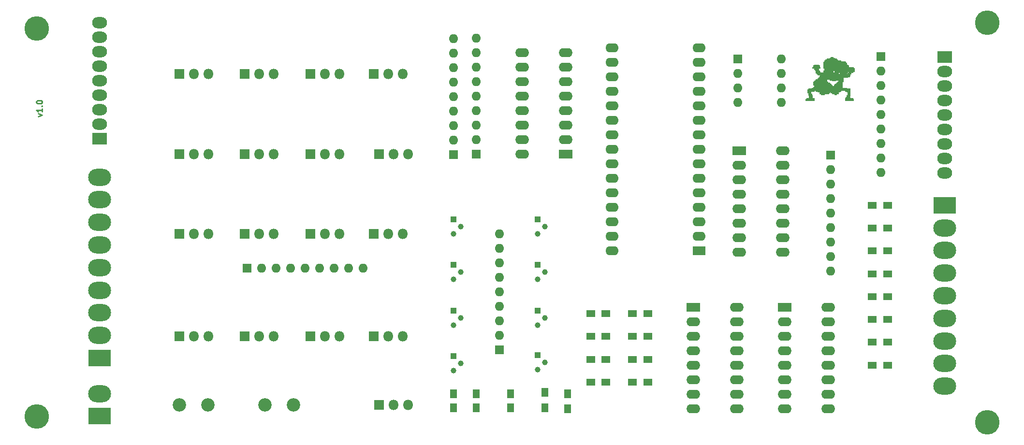
<source format=gts>
G04 #@! TF.FileFunction,Soldermask,Top*
%FSLAX46Y46*%
G04 Gerber Fmt 4.6, Leading zero omitted, Abs format (unit mm)*
G04 Created by KiCad (PCBNEW 4.0.7) date Sat Oct 28 21:24:16 2017*
%MOMM*%
%LPD*%
G01*
G04 APERTURE LIST*
%ADD10C,0.100000*%
%ADD11C,0.250000*%
%ADD12C,0.010000*%
%ADD13C,4.300000*%
%ADD14R,1.500000X1.300000*%
%ADD15R,1.600000X1.600000*%
%ADD16O,1.600000X1.600000*%
%ADD17R,2.400000X1.600000*%
%ADD18O,2.400000X1.600000*%
%ADD19R,1.800000X1.800000*%
%ADD20O,1.800000X1.800000*%
%ADD21C,1.000000*%
%ADD22R,1.000000X1.000000*%
%ADD23R,4.000000X3.000000*%
%ADD24O,4.000000X3.000000*%
%ADD25C,2.350000*%
%ADD26R,1.250000X1.500000*%
%ADD27R,1.300000X1.500000*%
%ADD28R,2.600000X2.000000*%
%ADD29O,2.600000X2.000000*%
%ADD30R,2.286000X1.574800*%
%ADD31O,2.286000X1.574800*%
G04 APERTURE END LIST*
D10*
D11*
X49285714Y-71428571D02*
X49952381Y-71190476D01*
X49285714Y-70952380D01*
X49952381Y-70047618D02*
X49952381Y-70619047D01*
X49952381Y-70333333D02*
X48952381Y-70333333D01*
X49095238Y-70428571D01*
X49190476Y-70523809D01*
X49238095Y-70619047D01*
X49857143Y-69619047D02*
X49904762Y-69571428D01*
X49952381Y-69619047D01*
X49904762Y-69666666D01*
X49857143Y-69619047D01*
X49952381Y-69619047D01*
X48952381Y-68952381D02*
X48952381Y-68857142D01*
X49000000Y-68761904D01*
X49047619Y-68714285D01*
X49142857Y-68666666D01*
X49333333Y-68619047D01*
X49571429Y-68619047D01*
X49761905Y-68666666D01*
X49857143Y-68714285D01*
X49904762Y-68761904D01*
X49952381Y-68857142D01*
X49952381Y-68952381D01*
X49904762Y-69047619D01*
X49857143Y-69095238D01*
X49761905Y-69142857D01*
X49571429Y-69190476D01*
X49333333Y-69190476D01*
X49142857Y-69142857D01*
X49047619Y-69095238D01*
X49000000Y-69047619D01*
X48952381Y-68952381D01*
D12*
G36*
X188000000Y-61000000D02*
X188150000Y-61000000D01*
X188150000Y-61150000D01*
X188000000Y-61150000D01*
X188000000Y-61000000D01*
X188000000Y-61000000D01*
G37*
X188000000Y-61000000D02*
X188150000Y-61000000D01*
X188150000Y-61150000D01*
X188000000Y-61150000D01*
X188000000Y-61000000D01*
G36*
X188150000Y-61000000D02*
X188300000Y-61000000D01*
X188300000Y-61150000D01*
X188150000Y-61150000D01*
X188150000Y-61000000D01*
X188150000Y-61000000D01*
G37*
X188150000Y-61000000D02*
X188300000Y-61000000D01*
X188300000Y-61150000D01*
X188150000Y-61150000D01*
X188150000Y-61000000D01*
G36*
X188300000Y-61000000D02*
X188450000Y-61000000D01*
X188450000Y-61150000D01*
X188300000Y-61150000D01*
X188300000Y-61000000D01*
X188300000Y-61000000D01*
G37*
X188300000Y-61000000D02*
X188450000Y-61000000D01*
X188450000Y-61150000D01*
X188300000Y-61150000D01*
X188300000Y-61000000D01*
G36*
X187850000Y-61150000D02*
X188000000Y-61150000D01*
X188000000Y-61300000D01*
X187850000Y-61300000D01*
X187850000Y-61150000D01*
X187850000Y-61150000D01*
G37*
X187850000Y-61150000D02*
X188000000Y-61150000D01*
X188000000Y-61300000D01*
X187850000Y-61300000D01*
X187850000Y-61150000D01*
G36*
X188000000Y-61150000D02*
X188150000Y-61150000D01*
X188150000Y-61300000D01*
X188000000Y-61300000D01*
X188000000Y-61150000D01*
X188000000Y-61150000D01*
G37*
X188000000Y-61150000D02*
X188150000Y-61150000D01*
X188150000Y-61300000D01*
X188000000Y-61300000D01*
X188000000Y-61150000D01*
G36*
X188150000Y-61150000D02*
X188300000Y-61150000D01*
X188300000Y-61300000D01*
X188150000Y-61300000D01*
X188150000Y-61150000D01*
X188150000Y-61150000D01*
G37*
X188150000Y-61150000D02*
X188300000Y-61150000D01*
X188300000Y-61300000D01*
X188150000Y-61300000D01*
X188150000Y-61150000D01*
G36*
X188300000Y-61150000D02*
X188450000Y-61150000D01*
X188450000Y-61300000D01*
X188300000Y-61300000D01*
X188300000Y-61150000D01*
X188300000Y-61150000D01*
G37*
X188300000Y-61150000D02*
X188450000Y-61150000D01*
X188450000Y-61300000D01*
X188300000Y-61300000D01*
X188300000Y-61150000D01*
G36*
X188450000Y-61150000D02*
X188600000Y-61150000D01*
X188600000Y-61300000D01*
X188450000Y-61300000D01*
X188450000Y-61150000D01*
X188450000Y-61150000D01*
G37*
X188450000Y-61150000D02*
X188600000Y-61150000D01*
X188600000Y-61300000D01*
X188450000Y-61300000D01*
X188450000Y-61150000D01*
G36*
X188600000Y-61150000D02*
X188750000Y-61150000D01*
X188750000Y-61300000D01*
X188600000Y-61300000D01*
X188600000Y-61150000D01*
X188600000Y-61150000D01*
G37*
X188600000Y-61150000D02*
X188750000Y-61150000D01*
X188750000Y-61300000D01*
X188600000Y-61300000D01*
X188600000Y-61150000D01*
G36*
X187400000Y-61300000D02*
X187550000Y-61300000D01*
X187550000Y-61450000D01*
X187400000Y-61450000D01*
X187400000Y-61300000D01*
X187400000Y-61300000D01*
G37*
X187400000Y-61300000D02*
X187550000Y-61300000D01*
X187550000Y-61450000D01*
X187400000Y-61450000D01*
X187400000Y-61300000D01*
G36*
X187550000Y-61300000D02*
X187700000Y-61300000D01*
X187700000Y-61450000D01*
X187550000Y-61450000D01*
X187550000Y-61300000D01*
X187550000Y-61300000D01*
G37*
X187550000Y-61300000D02*
X187700000Y-61300000D01*
X187700000Y-61450000D01*
X187550000Y-61450000D01*
X187550000Y-61300000D01*
G36*
X187700000Y-61300000D02*
X187850000Y-61300000D01*
X187850000Y-61450000D01*
X187700000Y-61450000D01*
X187700000Y-61300000D01*
X187700000Y-61300000D01*
G37*
X187700000Y-61300000D02*
X187850000Y-61300000D01*
X187850000Y-61450000D01*
X187700000Y-61450000D01*
X187700000Y-61300000D01*
G36*
X187850000Y-61300000D02*
X188000000Y-61300000D01*
X188000000Y-61450000D01*
X187850000Y-61450000D01*
X187850000Y-61300000D01*
X187850000Y-61300000D01*
G37*
X187850000Y-61300000D02*
X188000000Y-61300000D01*
X188000000Y-61450000D01*
X187850000Y-61450000D01*
X187850000Y-61300000D01*
G36*
X188000000Y-61300000D02*
X188150000Y-61300000D01*
X188150000Y-61450000D01*
X188000000Y-61450000D01*
X188000000Y-61300000D01*
X188000000Y-61300000D01*
G37*
X188000000Y-61300000D02*
X188150000Y-61300000D01*
X188150000Y-61450000D01*
X188000000Y-61450000D01*
X188000000Y-61300000D01*
G36*
X188150000Y-61300000D02*
X188300000Y-61300000D01*
X188300000Y-61450000D01*
X188150000Y-61450000D01*
X188150000Y-61300000D01*
X188150000Y-61300000D01*
G37*
X188150000Y-61300000D02*
X188300000Y-61300000D01*
X188300000Y-61450000D01*
X188150000Y-61450000D01*
X188150000Y-61300000D01*
G36*
X188300000Y-61300000D02*
X188450000Y-61300000D01*
X188450000Y-61450000D01*
X188300000Y-61450000D01*
X188300000Y-61300000D01*
X188300000Y-61300000D01*
G37*
X188300000Y-61300000D02*
X188450000Y-61300000D01*
X188450000Y-61450000D01*
X188300000Y-61450000D01*
X188300000Y-61300000D01*
G36*
X188450000Y-61300000D02*
X188600000Y-61300000D01*
X188600000Y-61450000D01*
X188450000Y-61450000D01*
X188450000Y-61300000D01*
X188450000Y-61300000D01*
G37*
X188450000Y-61300000D02*
X188600000Y-61300000D01*
X188600000Y-61450000D01*
X188450000Y-61450000D01*
X188450000Y-61300000D01*
G36*
X188600000Y-61300000D02*
X188750000Y-61300000D01*
X188750000Y-61450000D01*
X188600000Y-61450000D01*
X188600000Y-61300000D01*
X188600000Y-61300000D01*
G37*
X188600000Y-61300000D02*
X188750000Y-61300000D01*
X188750000Y-61450000D01*
X188600000Y-61450000D01*
X188600000Y-61300000D01*
G36*
X188750000Y-61300000D02*
X188900000Y-61300000D01*
X188900000Y-61450000D01*
X188750000Y-61450000D01*
X188750000Y-61300000D01*
X188750000Y-61300000D01*
G37*
X188750000Y-61300000D02*
X188900000Y-61300000D01*
X188900000Y-61450000D01*
X188750000Y-61450000D01*
X188750000Y-61300000D01*
G36*
X188900000Y-61300000D02*
X189050000Y-61300000D01*
X189050000Y-61450000D01*
X188900000Y-61450000D01*
X188900000Y-61300000D01*
X188900000Y-61300000D01*
G37*
X188900000Y-61300000D02*
X189050000Y-61300000D01*
X189050000Y-61450000D01*
X188900000Y-61450000D01*
X188900000Y-61300000D01*
G36*
X187100000Y-61450000D02*
X187250000Y-61450000D01*
X187250000Y-61600000D01*
X187100000Y-61600000D01*
X187100000Y-61450000D01*
X187100000Y-61450000D01*
G37*
X187100000Y-61450000D02*
X187250000Y-61450000D01*
X187250000Y-61600000D01*
X187100000Y-61600000D01*
X187100000Y-61450000D01*
G36*
X187250000Y-61450000D02*
X187400000Y-61450000D01*
X187400000Y-61600000D01*
X187250000Y-61600000D01*
X187250000Y-61450000D01*
X187250000Y-61450000D01*
G37*
X187250000Y-61450000D02*
X187400000Y-61450000D01*
X187400000Y-61600000D01*
X187250000Y-61600000D01*
X187250000Y-61450000D01*
G36*
X187400000Y-61450000D02*
X187550000Y-61450000D01*
X187550000Y-61600000D01*
X187400000Y-61600000D01*
X187400000Y-61450000D01*
X187400000Y-61450000D01*
G37*
X187400000Y-61450000D02*
X187550000Y-61450000D01*
X187550000Y-61600000D01*
X187400000Y-61600000D01*
X187400000Y-61450000D01*
G36*
X187550000Y-61450000D02*
X187700000Y-61450000D01*
X187700000Y-61600000D01*
X187550000Y-61600000D01*
X187550000Y-61450000D01*
X187550000Y-61450000D01*
G37*
X187550000Y-61450000D02*
X187700000Y-61450000D01*
X187700000Y-61600000D01*
X187550000Y-61600000D01*
X187550000Y-61450000D01*
G36*
X187700000Y-61450000D02*
X187850000Y-61450000D01*
X187850000Y-61600000D01*
X187700000Y-61600000D01*
X187700000Y-61450000D01*
X187700000Y-61450000D01*
G37*
X187700000Y-61450000D02*
X187850000Y-61450000D01*
X187850000Y-61600000D01*
X187700000Y-61600000D01*
X187700000Y-61450000D01*
G36*
X187850000Y-61450000D02*
X188000000Y-61450000D01*
X188000000Y-61600000D01*
X187850000Y-61600000D01*
X187850000Y-61450000D01*
X187850000Y-61450000D01*
G37*
X187850000Y-61450000D02*
X188000000Y-61450000D01*
X188000000Y-61600000D01*
X187850000Y-61600000D01*
X187850000Y-61450000D01*
G36*
X188000000Y-61450000D02*
X188150000Y-61450000D01*
X188150000Y-61600000D01*
X188000000Y-61600000D01*
X188000000Y-61450000D01*
X188000000Y-61450000D01*
G37*
X188000000Y-61450000D02*
X188150000Y-61450000D01*
X188150000Y-61600000D01*
X188000000Y-61600000D01*
X188000000Y-61450000D01*
G36*
X188150000Y-61450000D02*
X188300000Y-61450000D01*
X188300000Y-61600000D01*
X188150000Y-61600000D01*
X188150000Y-61450000D01*
X188150000Y-61450000D01*
G37*
X188150000Y-61450000D02*
X188300000Y-61450000D01*
X188300000Y-61600000D01*
X188150000Y-61600000D01*
X188150000Y-61450000D01*
G36*
X188300000Y-61450000D02*
X188450000Y-61450000D01*
X188450000Y-61600000D01*
X188300000Y-61600000D01*
X188300000Y-61450000D01*
X188300000Y-61450000D01*
G37*
X188300000Y-61450000D02*
X188450000Y-61450000D01*
X188450000Y-61600000D01*
X188300000Y-61600000D01*
X188300000Y-61450000D01*
G36*
X188450000Y-61450000D02*
X188600000Y-61450000D01*
X188600000Y-61600000D01*
X188450000Y-61600000D01*
X188450000Y-61450000D01*
X188450000Y-61450000D01*
G37*
X188450000Y-61450000D02*
X188600000Y-61450000D01*
X188600000Y-61600000D01*
X188450000Y-61600000D01*
X188450000Y-61450000D01*
G36*
X188600000Y-61450000D02*
X188750000Y-61450000D01*
X188750000Y-61600000D01*
X188600000Y-61600000D01*
X188600000Y-61450000D01*
X188600000Y-61450000D01*
G37*
X188600000Y-61450000D02*
X188750000Y-61450000D01*
X188750000Y-61600000D01*
X188600000Y-61600000D01*
X188600000Y-61450000D01*
G36*
X188750000Y-61450000D02*
X188900000Y-61450000D01*
X188900000Y-61600000D01*
X188750000Y-61600000D01*
X188750000Y-61450000D01*
X188750000Y-61450000D01*
G37*
X188750000Y-61450000D02*
X188900000Y-61450000D01*
X188900000Y-61600000D01*
X188750000Y-61600000D01*
X188750000Y-61450000D01*
G36*
X188900000Y-61450000D02*
X189050000Y-61450000D01*
X189050000Y-61600000D01*
X188900000Y-61600000D01*
X188900000Y-61450000D01*
X188900000Y-61450000D01*
G37*
X188900000Y-61450000D02*
X189050000Y-61450000D01*
X189050000Y-61600000D01*
X188900000Y-61600000D01*
X188900000Y-61450000D01*
G36*
X189050000Y-61450000D02*
X189200000Y-61450000D01*
X189200000Y-61600000D01*
X189050000Y-61600000D01*
X189050000Y-61450000D01*
X189050000Y-61450000D01*
G37*
X189050000Y-61450000D02*
X189200000Y-61450000D01*
X189200000Y-61600000D01*
X189050000Y-61600000D01*
X189050000Y-61450000D01*
G36*
X186950000Y-61600000D02*
X187100000Y-61600000D01*
X187100000Y-61750000D01*
X186950000Y-61750000D01*
X186950000Y-61600000D01*
X186950000Y-61600000D01*
G37*
X186950000Y-61600000D02*
X187100000Y-61600000D01*
X187100000Y-61750000D01*
X186950000Y-61750000D01*
X186950000Y-61600000D01*
G36*
X187100000Y-61600000D02*
X187250000Y-61600000D01*
X187250000Y-61750000D01*
X187100000Y-61750000D01*
X187100000Y-61600000D01*
X187100000Y-61600000D01*
G37*
X187100000Y-61600000D02*
X187250000Y-61600000D01*
X187250000Y-61750000D01*
X187100000Y-61750000D01*
X187100000Y-61600000D01*
G36*
X187250000Y-61600000D02*
X187400000Y-61600000D01*
X187400000Y-61750000D01*
X187250000Y-61750000D01*
X187250000Y-61600000D01*
X187250000Y-61600000D01*
G37*
X187250000Y-61600000D02*
X187400000Y-61600000D01*
X187400000Y-61750000D01*
X187250000Y-61750000D01*
X187250000Y-61600000D01*
G36*
X187400000Y-61600000D02*
X187550000Y-61600000D01*
X187550000Y-61750000D01*
X187400000Y-61750000D01*
X187400000Y-61600000D01*
X187400000Y-61600000D01*
G37*
X187400000Y-61600000D02*
X187550000Y-61600000D01*
X187550000Y-61750000D01*
X187400000Y-61750000D01*
X187400000Y-61600000D01*
G36*
X187550000Y-61600000D02*
X187700000Y-61600000D01*
X187700000Y-61750000D01*
X187550000Y-61750000D01*
X187550000Y-61600000D01*
X187550000Y-61600000D01*
G37*
X187550000Y-61600000D02*
X187700000Y-61600000D01*
X187700000Y-61750000D01*
X187550000Y-61750000D01*
X187550000Y-61600000D01*
G36*
X187700000Y-61600000D02*
X187850000Y-61600000D01*
X187850000Y-61750000D01*
X187700000Y-61750000D01*
X187700000Y-61600000D01*
X187700000Y-61600000D01*
G37*
X187700000Y-61600000D02*
X187850000Y-61600000D01*
X187850000Y-61750000D01*
X187700000Y-61750000D01*
X187700000Y-61600000D01*
G36*
X187850000Y-61600000D02*
X188000000Y-61600000D01*
X188000000Y-61750000D01*
X187850000Y-61750000D01*
X187850000Y-61600000D01*
X187850000Y-61600000D01*
G37*
X187850000Y-61600000D02*
X188000000Y-61600000D01*
X188000000Y-61750000D01*
X187850000Y-61750000D01*
X187850000Y-61600000D01*
G36*
X188000000Y-61600000D02*
X188150000Y-61600000D01*
X188150000Y-61750000D01*
X188000000Y-61750000D01*
X188000000Y-61600000D01*
X188000000Y-61600000D01*
G37*
X188000000Y-61600000D02*
X188150000Y-61600000D01*
X188150000Y-61750000D01*
X188000000Y-61750000D01*
X188000000Y-61600000D01*
G36*
X188150000Y-61600000D02*
X188300000Y-61600000D01*
X188300000Y-61750000D01*
X188150000Y-61750000D01*
X188150000Y-61600000D01*
X188150000Y-61600000D01*
G37*
X188150000Y-61600000D02*
X188300000Y-61600000D01*
X188300000Y-61750000D01*
X188150000Y-61750000D01*
X188150000Y-61600000D01*
G36*
X188300000Y-61600000D02*
X188450000Y-61600000D01*
X188450000Y-61750000D01*
X188300000Y-61750000D01*
X188300000Y-61600000D01*
X188300000Y-61600000D01*
G37*
X188300000Y-61600000D02*
X188450000Y-61600000D01*
X188450000Y-61750000D01*
X188300000Y-61750000D01*
X188300000Y-61600000D01*
G36*
X188450000Y-61600000D02*
X188600000Y-61600000D01*
X188600000Y-61750000D01*
X188450000Y-61750000D01*
X188450000Y-61600000D01*
X188450000Y-61600000D01*
G37*
X188450000Y-61600000D02*
X188600000Y-61600000D01*
X188600000Y-61750000D01*
X188450000Y-61750000D01*
X188450000Y-61600000D01*
G36*
X188600000Y-61600000D02*
X188750000Y-61600000D01*
X188750000Y-61750000D01*
X188600000Y-61750000D01*
X188600000Y-61600000D01*
X188600000Y-61600000D01*
G37*
X188600000Y-61600000D02*
X188750000Y-61600000D01*
X188750000Y-61750000D01*
X188600000Y-61750000D01*
X188600000Y-61600000D01*
G36*
X188750000Y-61600000D02*
X188900000Y-61600000D01*
X188900000Y-61750000D01*
X188750000Y-61750000D01*
X188750000Y-61600000D01*
X188750000Y-61600000D01*
G37*
X188750000Y-61600000D02*
X188900000Y-61600000D01*
X188900000Y-61750000D01*
X188750000Y-61750000D01*
X188750000Y-61600000D01*
G36*
X188900000Y-61600000D02*
X189050000Y-61600000D01*
X189050000Y-61750000D01*
X188900000Y-61750000D01*
X188900000Y-61600000D01*
X188900000Y-61600000D01*
G37*
X188900000Y-61600000D02*
X189050000Y-61600000D01*
X189050000Y-61750000D01*
X188900000Y-61750000D01*
X188900000Y-61600000D01*
G36*
X189050000Y-61600000D02*
X189200000Y-61600000D01*
X189200000Y-61750000D01*
X189050000Y-61750000D01*
X189050000Y-61600000D01*
X189050000Y-61600000D01*
G37*
X189050000Y-61600000D02*
X189200000Y-61600000D01*
X189200000Y-61750000D01*
X189050000Y-61750000D01*
X189050000Y-61600000D01*
G36*
X189200000Y-61600000D02*
X189350000Y-61600000D01*
X189350000Y-61750000D01*
X189200000Y-61750000D01*
X189200000Y-61600000D01*
X189200000Y-61600000D01*
G37*
X189200000Y-61600000D02*
X189350000Y-61600000D01*
X189350000Y-61750000D01*
X189200000Y-61750000D01*
X189200000Y-61600000D01*
G36*
X189500000Y-61600000D02*
X189650000Y-61600000D01*
X189650000Y-61750000D01*
X189500000Y-61750000D01*
X189500000Y-61600000D01*
X189500000Y-61600000D01*
G37*
X189500000Y-61600000D02*
X189650000Y-61600000D01*
X189650000Y-61750000D01*
X189500000Y-61750000D01*
X189500000Y-61600000D01*
G36*
X189650000Y-61600000D02*
X189800000Y-61600000D01*
X189800000Y-61750000D01*
X189650000Y-61750000D01*
X189650000Y-61600000D01*
X189650000Y-61600000D01*
G37*
X189650000Y-61600000D02*
X189800000Y-61600000D01*
X189800000Y-61750000D01*
X189650000Y-61750000D01*
X189650000Y-61600000D01*
G36*
X186950000Y-61750000D02*
X187100000Y-61750000D01*
X187100000Y-61900000D01*
X186950000Y-61900000D01*
X186950000Y-61750000D01*
X186950000Y-61750000D01*
G37*
X186950000Y-61750000D02*
X187100000Y-61750000D01*
X187100000Y-61900000D01*
X186950000Y-61900000D01*
X186950000Y-61750000D01*
G36*
X187100000Y-61750000D02*
X187250000Y-61750000D01*
X187250000Y-61900000D01*
X187100000Y-61900000D01*
X187100000Y-61750000D01*
X187100000Y-61750000D01*
G37*
X187100000Y-61750000D02*
X187250000Y-61750000D01*
X187250000Y-61900000D01*
X187100000Y-61900000D01*
X187100000Y-61750000D01*
G36*
X187250000Y-61750000D02*
X187400000Y-61750000D01*
X187400000Y-61900000D01*
X187250000Y-61900000D01*
X187250000Y-61750000D01*
X187250000Y-61750000D01*
G37*
X187250000Y-61750000D02*
X187400000Y-61750000D01*
X187400000Y-61900000D01*
X187250000Y-61900000D01*
X187250000Y-61750000D01*
G36*
X187400000Y-61750000D02*
X187550000Y-61750000D01*
X187550000Y-61900000D01*
X187400000Y-61900000D01*
X187400000Y-61750000D01*
X187400000Y-61750000D01*
G37*
X187400000Y-61750000D02*
X187550000Y-61750000D01*
X187550000Y-61900000D01*
X187400000Y-61900000D01*
X187400000Y-61750000D01*
G36*
X187550000Y-61750000D02*
X187700000Y-61750000D01*
X187700000Y-61900000D01*
X187550000Y-61900000D01*
X187550000Y-61750000D01*
X187550000Y-61750000D01*
G37*
X187550000Y-61750000D02*
X187700000Y-61750000D01*
X187700000Y-61900000D01*
X187550000Y-61900000D01*
X187550000Y-61750000D01*
G36*
X187700000Y-61750000D02*
X187850000Y-61750000D01*
X187850000Y-61900000D01*
X187700000Y-61900000D01*
X187700000Y-61750000D01*
X187700000Y-61750000D01*
G37*
X187700000Y-61750000D02*
X187850000Y-61750000D01*
X187850000Y-61900000D01*
X187700000Y-61900000D01*
X187700000Y-61750000D01*
G36*
X187850000Y-61750000D02*
X188000000Y-61750000D01*
X188000000Y-61900000D01*
X187850000Y-61900000D01*
X187850000Y-61750000D01*
X187850000Y-61750000D01*
G37*
X187850000Y-61750000D02*
X188000000Y-61750000D01*
X188000000Y-61900000D01*
X187850000Y-61900000D01*
X187850000Y-61750000D01*
G36*
X188000000Y-61750000D02*
X188150000Y-61750000D01*
X188150000Y-61900000D01*
X188000000Y-61900000D01*
X188000000Y-61750000D01*
X188000000Y-61750000D01*
G37*
X188000000Y-61750000D02*
X188150000Y-61750000D01*
X188150000Y-61900000D01*
X188000000Y-61900000D01*
X188000000Y-61750000D01*
G36*
X188150000Y-61750000D02*
X188300000Y-61750000D01*
X188300000Y-61900000D01*
X188150000Y-61900000D01*
X188150000Y-61750000D01*
X188150000Y-61750000D01*
G37*
X188150000Y-61750000D02*
X188300000Y-61750000D01*
X188300000Y-61900000D01*
X188150000Y-61900000D01*
X188150000Y-61750000D01*
G36*
X188300000Y-61750000D02*
X188450000Y-61750000D01*
X188450000Y-61900000D01*
X188300000Y-61900000D01*
X188300000Y-61750000D01*
X188300000Y-61750000D01*
G37*
X188300000Y-61750000D02*
X188450000Y-61750000D01*
X188450000Y-61900000D01*
X188300000Y-61900000D01*
X188300000Y-61750000D01*
G36*
X188450000Y-61750000D02*
X188600000Y-61750000D01*
X188600000Y-61900000D01*
X188450000Y-61900000D01*
X188450000Y-61750000D01*
X188450000Y-61750000D01*
G37*
X188450000Y-61750000D02*
X188600000Y-61750000D01*
X188600000Y-61900000D01*
X188450000Y-61900000D01*
X188450000Y-61750000D01*
G36*
X188600000Y-61750000D02*
X188750000Y-61750000D01*
X188750000Y-61900000D01*
X188600000Y-61900000D01*
X188600000Y-61750000D01*
X188600000Y-61750000D01*
G37*
X188600000Y-61750000D02*
X188750000Y-61750000D01*
X188750000Y-61900000D01*
X188600000Y-61900000D01*
X188600000Y-61750000D01*
G36*
X188750000Y-61750000D02*
X188900000Y-61750000D01*
X188900000Y-61900000D01*
X188750000Y-61900000D01*
X188750000Y-61750000D01*
X188750000Y-61750000D01*
G37*
X188750000Y-61750000D02*
X188900000Y-61750000D01*
X188900000Y-61900000D01*
X188750000Y-61900000D01*
X188750000Y-61750000D01*
G36*
X188900000Y-61750000D02*
X189050000Y-61750000D01*
X189050000Y-61900000D01*
X188900000Y-61900000D01*
X188900000Y-61750000D01*
X188900000Y-61750000D01*
G37*
X188900000Y-61750000D02*
X189050000Y-61750000D01*
X189050000Y-61900000D01*
X188900000Y-61900000D01*
X188900000Y-61750000D01*
G36*
X189050000Y-61750000D02*
X189200000Y-61750000D01*
X189200000Y-61900000D01*
X189050000Y-61900000D01*
X189050000Y-61750000D01*
X189050000Y-61750000D01*
G37*
X189050000Y-61750000D02*
X189200000Y-61750000D01*
X189200000Y-61900000D01*
X189050000Y-61900000D01*
X189050000Y-61750000D01*
G36*
X189200000Y-61750000D02*
X189350000Y-61750000D01*
X189350000Y-61900000D01*
X189200000Y-61900000D01*
X189200000Y-61750000D01*
X189200000Y-61750000D01*
G37*
X189200000Y-61750000D02*
X189350000Y-61750000D01*
X189350000Y-61900000D01*
X189200000Y-61900000D01*
X189200000Y-61750000D01*
G36*
X189350000Y-61750000D02*
X189500000Y-61750000D01*
X189500000Y-61900000D01*
X189350000Y-61900000D01*
X189350000Y-61750000D01*
X189350000Y-61750000D01*
G37*
X189350000Y-61750000D02*
X189500000Y-61750000D01*
X189500000Y-61900000D01*
X189350000Y-61900000D01*
X189350000Y-61750000D01*
G36*
X189500000Y-61750000D02*
X189650000Y-61750000D01*
X189650000Y-61900000D01*
X189500000Y-61900000D01*
X189500000Y-61750000D01*
X189500000Y-61750000D01*
G37*
X189500000Y-61750000D02*
X189650000Y-61750000D01*
X189650000Y-61900000D01*
X189500000Y-61900000D01*
X189500000Y-61750000D01*
G36*
X189650000Y-61750000D02*
X189800000Y-61750000D01*
X189800000Y-61900000D01*
X189650000Y-61900000D01*
X189650000Y-61750000D01*
X189650000Y-61750000D01*
G37*
X189650000Y-61750000D02*
X189800000Y-61750000D01*
X189800000Y-61900000D01*
X189650000Y-61900000D01*
X189650000Y-61750000D01*
G36*
X189800000Y-61750000D02*
X189950000Y-61750000D01*
X189950000Y-61900000D01*
X189800000Y-61900000D01*
X189800000Y-61750000D01*
X189800000Y-61750000D01*
G37*
X189800000Y-61750000D02*
X189950000Y-61750000D01*
X189950000Y-61900000D01*
X189800000Y-61900000D01*
X189800000Y-61750000D01*
G36*
X189950000Y-61750000D02*
X190100000Y-61750000D01*
X190100000Y-61900000D01*
X189950000Y-61900000D01*
X189950000Y-61750000D01*
X189950000Y-61750000D01*
G37*
X189950000Y-61750000D02*
X190100000Y-61750000D01*
X190100000Y-61900000D01*
X189950000Y-61900000D01*
X189950000Y-61750000D01*
G36*
X190100000Y-61750000D02*
X190250000Y-61750000D01*
X190250000Y-61900000D01*
X190100000Y-61900000D01*
X190100000Y-61750000D01*
X190100000Y-61750000D01*
G37*
X190100000Y-61750000D02*
X190250000Y-61750000D01*
X190250000Y-61900000D01*
X190100000Y-61900000D01*
X190100000Y-61750000D01*
G36*
X190250000Y-61750000D02*
X190400000Y-61750000D01*
X190400000Y-61900000D01*
X190250000Y-61900000D01*
X190250000Y-61750000D01*
X190250000Y-61750000D01*
G37*
X190250000Y-61750000D02*
X190400000Y-61750000D01*
X190400000Y-61900000D01*
X190250000Y-61900000D01*
X190250000Y-61750000D01*
G36*
X190400000Y-61750000D02*
X190550000Y-61750000D01*
X190550000Y-61900000D01*
X190400000Y-61900000D01*
X190400000Y-61750000D01*
X190400000Y-61750000D01*
G37*
X190400000Y-61750000D02*
X190550000Y-61750000D01*
X190550000Y-61900000D01*
X190400000Y-61900000D01*
X190400000Y-61750000D01*
G36*
X186800000Y-61900000D02*
X186950000Y-61900000D01*
X186950000Y-62050000D01*
X186800000Y-62050000D01*
X186800000Y-61900000D01*
X186800000Y-61900000D01*
G37*
X186800000Y-61900000D02*
X186950000Y-61900000D01*
X186950000Y-62050000D01*
X186800000Y-62050000D01*
X186800000Y-61900000D01*
G36*
X186950000Y-61900000D02*
X187100000Y-61900000D01*
X187100000Y-62050000D01*
X186950000Y-62050000D01*
X186950000Y-61900000D01*
X186950000Y-61900000D01*
G37*
X186950000Y-61900000D02*
X187100000Y-61900000D01*
X187100000Y-62050000D01*
X186950000Y-62050000D01*
X186950000Y-61900000D01*
G36*
X187100000Y-61900000D02*
X187250000Y-61900000D01*
X187250000Y-62050000D01*
X187100000Y-62050000D01*
X187100000Y-61900000D01*
X187100000Y-61900000D01*
G37*
X187100000Y-61900000D02*
X187250000Y-61900000D01*
X187250000Y-62050000D01*
X187100000Y-62050000D01*
X187100000Y-61900000D01*
G36*
X187250000Y-61900000D02*
X187400000Y-61900000D01*
X187400000Y-62050000D01*
X187250000Y-62050000D01*
X187250000Y-61900000D01*
X187250000Y-61900000D01*
G37*
X187250000Y-61900000D02*
X187400000Y-61900000D01*
X187400000Y-62050000D01*
X187250000Y-62050000D01*
X187250000Y-61900000D01*
G36*
X187400000Y-61900000D02*
X187550000Y-61900000D01*
X187550000Y-62050000D01*
X187400000Y-62050000D01*
X187400000Y-61900000D01*
X187400000Y-61900000D01*
G37*
X187400000Y-61900000D02*
X187550000Y-61900000D01*
X187550000Y-62050000D01*
X187400000Y-62050000D01*
X187400000Y-61900000D01*
G36*
X187550000Y-61900000D02*
X187700000Y-61900000D01*
X187700000Y-62050000D01*
X187550000Y-62050000D01*
X187550000Y-61900000D01*
X187550000Y-61900000D01*
G37*
X187550000Y-61900000D02*
X187700000Y-61900000D01*
X187700000Y-62050000D01*
X187550000Y-62050000D01*
X187550000Y-61900000D01*
G36*
X187700000Y-61900000D02*
X187850000Y-61900000D01*
X187850000Y-62050000D01*
X187700000Y-62050000D01*
X187700000Y-61900000D01*
X187700000Y-61900000D01*
G37*
X187700000Y-61900000D02*
X187850000Y-61900000D01*
X187850000Y-62050000D01*
X187700000Y-62050000D01*
X187700000Y-61900000D01*
G36*
X187850000Y-61900000D02*
X188000000Y-61900000D01*
X188000000Y-62050000D01*
X187850000Y-62050000D01*
X187850000Y-61900000D01*
X187850000Y-61900000D01*
G37*
X187850000Y-61900000D02*
X188000000Y-61900000D01*
X188000000Y-62050000D01*
X187850000Y-62050000D01*
X187850000Y-61900000D01*
G36*
X188000000Y-61900000D02*
X188150000Y-61900000D01*
X188150000Y-62050000D01*
X188000000Y-62050000D01*
X188000000Y-61900000D01*
X188000000Y-61900000D01*
G37*
X188000000Y-61900000D02*
X188150000Y-61900000D01*
X188150000Y-62050000D01*
X188000000Y-62050000D01*
X188000000Y-61900000D01*
G36*
X188150000Y-61900000D02*
X188300000Y-61900000D01*
X188300000Y-62050000D01*
X188150000Y-62050000D01*
X188150000Y-61900000D01*
X188150000Y-61900000D01*
G37*
X188150000Y-61900000D02*
X188300000Y-61900000D01*
X188300000Y-62050000D01*
X188150000Y-62050000D01*
X188150000Y-61900000D01*
G36*
X188300000Y-61900000D02*
X188450000Y-61900000D01*
X188450000Y-62050000D01*
X188300000Y-62050000D01*
X188300000Y-61900000D01*
X188300000Y-61900000D01*
G37*
X188300000Y-61900000D02*
X188450000Y-61900000D01*
X188450000Y-62050000D01*
X188300000Y-62050000D01*
X188300000Y-61900000D01*
G36*
X188450000Y-61900000D02*
X188600000Y-61900000D01*
X188600000Y-62050000D01*
X188450000Y-62050000D01*
X188450000Y-61900000D01*
X188450000Y-61900000D01*
G37*
X188450000Y-61900000D02*
X188600000Y-61900000D01*
X188600000Y-62050000D01*
X188450000Y-62050000D01*
X188450000Y-61900000D01*
G36*
X188600000Y-61900000D02*
X188750000Y-61900000D01*
X188750000Y-62050000D01*
X188600000Y-62050000D01*
X188600000Y-61900000D01*
X188600000Y-61900000D01*
G37*
X188600000Y-61900000D02*
X188750000Y-61900000D01*
X188750000Y-62050000D01*
X188600000Y-62050000D01*
X188600000Y-61900000D01*
G36*
X188750000Y-61900000D02*
X188900000Y-61900000D01*
X188900000Y-62050000D01*
X188750000Y-62050000D01*
X188750000Y-61900000D01*
X188750000Y-61900000D01*
G37*
X188750000Y-61900000D02*
X188900000Y-61900000D01*
X188900000Y-62050000D01*
X188750000Y-62050000D01*
X188750000Y-61900000D01*
G36*
X188900000Y-61900000D02*
X189050000Y-61900000D01*
X189050000Y-62050000D01*
X188900000Y-62050000D01*
X188900000Y-61900000D01*
X188900000Y-61900000D01*
G37*
X188900000Y-61900000D02*
X189050000Y-61900000D01*
X189050000Y-62050000D01*
X188900000Y-62050000D01*
X188900000Y-61900000D01*
G36*
X189050000Y-61900000D02*
X189200000Y-61900000D01*
X189200000Y-62050000D01*
X189050000Y-62050000D01*
X189050000Y-61900000D01*
X189050000Y-61900000D01*
G37*
X189050000Y-61900000D02*
X189200000Y-61900000D01*
X189200000Y-62050000D01*
X189050000Y-62050000D01*
X189050000Y-61900000D01*
G36*
X189200000Y-61900000D02*
X189350000Y-61900000D01*
X189350000Y-62050000D01*
X189200000Y-62050000D01*
X189200000Y-61900000D01*
X189200000Y-61900000D01*
G37*
X189200000Y-61900000D02*
X189350000Y-61900000D01*
X189350000Y-62050000D01*
X189200000Y-62050000D01*
X189200000Y-61900000D01*
G36*
X189350000Y-61900000D02*
X189500000Y-61900000D01*
X189500000Y-62050000D01*
X189350000Y-62050000D01*
X189350000Y-61900000D01*
X189350000Y-61900000D01*
G37*
X189350000Y-61900000D02*
X189500000Y-61900000D01*
X189500000Y-62050000D01*
X189350000Y-62050000D01*
X189350000Y-61900000D01*
G36*
X189500000Y-61900000D02*
X189650000Y-61900000D01*
X189650000Y-62050000D01*
X189500000Y-62050000D01*
X189500000Y-61900000D01*
X189500000Y-61900000D01*
G37*
X189500000Y-61900000D02*
X189650000Y-61900000D01*
X189650000Y-62050000D01*
X189500000Y-62050000D01*
X189500000Y-61900000D01*
G36*
X189650000Y-61900000D02*
X189800000Y-61900000D01*
X189800000Y-62050000D01*
X189650000Y-62050000D01*
X189650000Y-61900000D01*
X189650000Y-61900000D01*
G37*
X189650000Y-61900000D02*
X189800000Y-61900000D01*
X189800000Y-62050000D01*
X189650000Y-62050000D01*
X189650000Y-61900000D01*
G36*
X189800000Y-61900000D02*
X189950000Y-61900000D01*
X189950000Y-62050000D01*
X189800000Y-62050000D01*
X189800000Y-61900000D01*
X189800000Y-61900000D01*
G37*
X189800000Y-61900000D02*
X189950000Y-61900000D01*
X189950000Y-62050000D01*
X189800000Y-62050000D01*
X189800000Y-61900000D01*
G36*
X189950000Y-61900000D02*
X190100000Y-61900000D01*
X190100000Y-62050000D01*
X189950000Y-62050000D01*
X189950000Y-61900000D01*
X189950000Y-61900000D01*
G37*
X189950000Y-61900000D02*
X190100000Y-61900000D01*
X190100000Y-62050000D01*
X189950000Y-62050000D01*
X189950000Y-61900000D01*
G36*
X190100000Y-61900000D02*
X190250000Y-61900000D01*
X190250000Y-62050000D01*
X190100000Y-62050000D01*
X190100000Y-61900000D01*
X190100000Y-61900000D01*
G37*
X190100000Y-61900000D02*
X190250000Y-61900000D01*
X190250000Y-62050000D01*
X190100000Y-62050000D01*
X190100000Y-61900000D01*
G36*
X190250000Y-61900000D02*
X190400000Y-61900000D01*
X190400000Y-62050000D01*
X190250000Y-62050000D01*
X190250000Y-61900000D01*
X190250000Y-61900000D01*
G37*
X190250000Y-61900000D02*
X190400000Y-61900000D01*
X190400000Y-62050000D01*
X190250000Y-62050000D01*
X190250000Y-61900000D01*
G36*
X190400000Y-61900000D02*
X190550000Y-61900000D01*
X190550000Y-62050000D01*
X190400000Y-62050000D01*
X190400000Y-61900000D01*
X190400000Y-61900000D01*
G37*
X190400000Y-61900000D02*
X190550000Y-61900000D01*
X190550000Y-62050000D01*
X190400000Y-62050000D01*
X190400000Y-61900000D01*
G36*
X190550000Y-61900000D02*
X190700000Y-61900000D01*
X190700000Y-62050000D01*
X190550000Y-62050000D01*
X190550000Y-61900000D01*
X190550000Y-61900000D01*
G37*
X190550000Y-61900000D02*
X190700000Y-61900000D01*
X190700000Y-62050000D01*
X190550000Y-62050000D01*
X190550000Y-61900000D01*
G36*
X186800000Y-62050000D02*
X186950000Y-62050000D01*
X186950000Y-62200000D01*
X186800000Y-62200000D01*
X186800000Y-62050000D01*
X186800000Y-62050000D01*
G37*
X186800000Y-62050000D02*
X186950000Y-62050000D01*
X186950000Y-62200000D01*
X186800000Y-62200000D01*
X186800000Y-62050000D01*
G36*
X186950000Y-62050000D02*
X187100000Y-62050000D01*
X187100000Y-62200000D01*
X186950000Y-62200000D01*
X186950000Y-62050000D01*
X186950000Y-62050000D01*
G37*
X186950000Y-62050000D02*
X187100000Y-62050000D01*
X187100000Y-62200000D01*
X186950000Y-62200000D01*
X186950000Y-62050000D01*
G36*
X187100000Y-62050000D02*
X187250000Y-62050000D01*
X187250000Y-62200000D01*
X187100000Y-62200000D01*
X187100000Y-62050000D01*
X187100000Y-62050000D01*
G37*
X187100000Y-62050000D02*
X187250000Y-62050000D01*
X187250000Y-62200000D01*
X187100000Y-62200000D01*
X187100000Y-62050000D01*
G36*
X187250000Y-62050000D02*
X187400000Y-62050000D01*
X187400000Y-62200000D01*
X187250000Y-62200000D01*
X187250000Y-62050000D01*
X187250000Y-62050000D01*
G37*
X187250000Y-62050000D02*
X187400000Y-62050000D01*
X187400000Y-62200000D01*
X187250000Y-62200000D01*
X187250000Y-62050000D01*
G36*
X187400000Y-62050000D02*
X187550000Y-62050000D01*
X187550000Y-62200000D01*
X187400000Y-62200000D01*
X187400000Y-62050000D01*
X187400000Y-62050000D01*
G37*
X187400000Y-62050000D02*
X187550000Y-62050000D01*
X187550000Y-62200000D01*
X187400000Y-62200000D01*
X187400000Y-62050000D01*
G36*
X187550000Y-62050000D02*
X187700000Y-62050000D01*
X187700000Y-62200000D01*
X187550000Y-62200000D01*
X187550000Y-62050000D01*
X187550000Y-62050000D01*
G37*
X187550000Y-62050000D02*
X187700000Y-62050000D01*
X187700000Y-62200000D01*
X187550000Y-62200000D01*
X187550000Y-62050000D01*
G36*
X187700000Y-62050000D02*
X187850000Y-62050000D01*
X187850000Y-62200000D01*
X187700000Y-62200000D01*
X187700000Y-62050000D01*
X187700000Y-62050000D01*
G37*
X187700000Y-62050000D02*
X187850000Y-62050000D01*
X187850000Y-62200000D01*
X187700000Y-62200000D01*
X187700000Y-62050000D01*
G36*
X187850000Y-62050000D02*
X188000000Y-62050000D01*
X188000000Y-62200000D01*
X187850000Y-62200000D01*
X187850000Y-62050000D01*
X187850000Y-62050000D01*
G37*
X187850000Y-62050000D02*
X188000000Y-62050000D01*
X188000000Y-62200000D01*
X187850000Y-62200000D01*
X187850000Y-62050000D01*
G36*
X188000000Y-62050000D02*
X188150000Y-62050000D01*
X188150000Y-62200000D01*
X188000000Y-62200000D01*
X188000000Y-62050000D01*
X188000000Y-62050000D01*
G37*
X188000000Y-62050000D02*
X188150000Y-62050000D01*
X188150000Y-62200000D01*
X188000000Y-62200000D01*
X188000000Y-62050000D01*
G36*
X188150000Y-62050000D02*
X188300000Y-62050000D01*
X188300000Y-62200000D01*
X188150000Y-62200000D01*
X188150000Y-62050000D01*
X188150000Y-62050000D01*
G37*
X188150000Y-62050000D02*
X188300000Y-62050000D01*
X188300000Y-62200000D01*
X188150000Y-62200000D01*
X188150000Y-62050000D01*
G36*
X188300000Y-62050000D02*
X188450000Y-62050000D01*
X188450000Y-62200000D01*
X188300000Y-62200000D01*
X188300000Y-62050000D01*
X188300000Y-62050000D01*
G37*
X188300000Y-62050000D02*
X188450000Y-62050000D01*
X188450000Y-62200000D01*
X188300000Y-62200000D01*
X188300000Y-62050000D01*
G36*
X188450000Y-62050000D02*
X188600000Y-62050000D01*
X188600000Y-62200000D01*
X188450000Y-62200000D01*
X188450000Y-62050000D01*
X188450000Y-62050000D01*
G37*
X188450000Y-62050000D02*
X188600000Y-62050000D01*
X188600000Y-62200000D01*
X188450000Y-62200000D01*
X188450000Y-62050000D01*
G36*
X188600000Y-62050000D02*
X188750000Y-62050000D01*
X188750000Y-62200000D01*
X188600000Y-62200000D01*
X188600000Y-62050000D01*
X188600000Y-62050000D01*
G37*
X188600000Y-62050000D02*
X188750000Y-62050000D01*
X188750000Y-62200000D01*
X188600000Y-62200000D01*
X188600000Y-62050000D01*
G36*
X188750000Y-62050000D02*
X188900000Y-62050000D01*
X188900000Y-62200000D01*
X188750000Y-62200000D01*
X188750000Y-62050000D01*
X188750000Y-62050000D01*
G37*
X188750000Y-62050000D02*
X188900000Y-62050000D01*
X188900000Y-62200000D01*
X188750000Y-62200000D01*
X188750000Y-62050000D01*
G36*
X188900000Y-62050000D02*
X189050000Y-62050000D01*
X189050000Y-62200000D01*
X188900000Y-62200000D01*
X188900000Y-62050000D01*
X188900000Y-62050000D01*
G37*
X188900000Y-62050000D02*
X189050000Y-62050000D01*
X189050000Y-62200000D01*
X188900000Y-62200000D01*
X188900000Y-62050000D01*
G36*
X189050000Y-62050000D02*
X189200000Y-62050000D01*
X189200000Y-62200000D01*
X189050000Y-62200000D01*
X189050000Y-62050000D01*
X189050000Y-62050000D01*
G37*
X189050000Y-62050000D02*
X189200000Y-62050000D01*
X189200000Y-62200000D01*
X189050000Y-62200000D01*
X189050000Y-62050000D01*
G36*
X189200000Y-62050000D02*
X189350000Y-62050000D01*
X189350000Y-62200000D01*
X189200000Y-62200000D01*
X189200000Y-62050000D01*
X189200000Y-62050000D01*
G37*
X189200000Y-62050000D02*
X189350000Y-62050000D01*
X189350000Y-62200000D01*
X189200000Y-62200000D01*
X189200000Y-62050000D01*
G36*
X189350000Y-62050000D02*
X189500000Y-62050000D01*
X189500000Y-62200000D01*
X189350000Y-62200000D01*
X189350000Y-62050000D01*
X189350000Y-62050000D01*
G37*
X189350000Y-62050000D02*
X189500000Y-62050000D01*
X189500000Y-62200000D01*
X189350000Y-62200000D01*
X189350000Y-62050000D01*
G36*
X189500000Y-62050000D02*
X189650000Y-62050000D01*
X189650000Y-62200000D01*
X189500000Y-62200000D01*
X189500000Y-62050000D01*
X189500000Y-62050000D01*
G37*
X189500000Y-62050000D02*
X189650000Y-62050000D01*
X189650000Y-62200000D01*
X189500000Y-62200000D01*
X189500000Y-62050000D01*
G36*
X189650000Y-62050000D02*
X189800000Y-62050000D01*
X189800000Y-62200000D01*
X189650000Y-62200000D01*
X189650000Y-62050000D01*
X189650000Y-62050000D01*
G37*
X189650000Y-62050000D02*
X189800000Y-62050000D01*
X189800000Y-62200000D01*
X189650000Y-62200000D01*
X189650000Y-62050000D01*
G36*
X189800000Y-62050000D02*
X189950000Y-62050000D01*
X189950000Y-62200000D01*
X189800000Y-62200000D01*
X189800000Y-62050000D01*
X189800000Y-62050000D01*
G37*
X189800000Y-62050000D02*
X189950000Y-62050000D01*
X189950000Y-62200000D01*
X189800000Y-62200000D01*
X189800000Y-62050000D01*
G36*
X189950000Y-62050000D02*
X190100000Y-62050000D01*
X190100000Y-62200000D01*
X189950000Y-62200000D01*
X189950000Y-62050000D01*
X189950000Y-62050000D01*
G37*
X189950000Y-62050000D02*
X190100000Y-62050000D01*
X190100000Y-62200000D01*
X189950000Y-62200000D01*
X189950000Y-62050000D01*
G36*
X190100000Y-62050000D02*
X190250000Y-62050000D01*
X190250000Y-62200000D01*
X190100000Y-62200000D01*
X190100000Y-62050000D01*
X190100000Y-62050000D01*
G37*
X190100000Y-62050000D02*
X190250000Y-62050000D01*
X190250000Y-62200000D01*
X190100000Y-62200000D01*
X190100000Y-62050000D01*
G36*
X190250000Y-62050000D02*
X190400000Y-62050000D01*
X190400000Y-62200000D01*
X190250000Y-62200000D01*
X190250000Y-62050000D01*
X190250000Y-62050000D01*
G37*
X190250000Y-62050000D02*
X190400000Y-62050000D01*
X190400000Y-62200000D01*
X190250000Y-62200000D01*
X190250000Y-62050000D01*
G36*
X190400000Y-62050000D02*
X190550000Y-62050000D01*
X190550000Y-62200000D01*
X190400000Y-62200000D01*
X190400000Y-62050000D01*
X190400000Y-62050000D01*
G37*
X190400000Y-62050000D02*
X190550000Y-62050000D01*
X190550000Y-62200000D01*
X190400000Y-62200000D01*
X190400000Y-62050000D01*
G36*
X190550000Y-62050000D02*
X190700000Y-62050000D01*
X190700000Y-62200000D01*
X190550000Y-62200000D01*
X190550000Y-62050000D01*
X190550000Y-62050000D01*
G37*
X190550000Y-62050000D02*
X190700000Y-62050000D01*
X190700000Y-62200000D01*
X190550000Y-62200000D01*
X190550000Y-62050000D01*
G36*
X190700000Y-62050000D02*
X190850000Y-62050000D01*
X190850000Y-62200000D01*
X190700000Y-62200000D01*
X190700000Y-62050000D01*
X190700000Y-62050000D01*
G37*
X190700000Y-62050000D02*
X190850000Y-62050000D01*
X190850000Y-62200000D01*
X190700000Y-62200000D01*
X190700000Y-62050000D01*
G36*
X186800000Y-62200000D02*
X186950000Y-62200000D01*
X186950000Y-62350000D01*
X186800000Y-62350000D01*
X186800000Y-62200000D01*
X186800000Y-62200000D01*
G37*
X186800000Y-62200000D02*
X186950000Y-62200000D01*
X186950000Y-62350000D01*
X186800000Y-62350000D01*
X186800000Y-62200000D01*
G36*
X186950000Y-62200000D02*
X187100000Y-62200000D01*
X187100000Y-62350000D01*
X186950000Y-62350000D01*
X186950000Y-62200000D01*
X186950000Y-62200000D01*
G37*
X186950000Y-62200000D02*
X187100000Y-62200000D01*
X187100000Y-62350000D01*
X186950000Y-62350000D01*
X186950000Y-62200000D01*
G36*
X187100000Y-62200000D02*
X187250000Y-62200000D01*
X187250000Y-62350000D01*
X187100000Y-62350000D01*
X187100000Y-62200000D01*
X187100000Y-62200000D01*
G37*
X187100000Y-62200000D02*
X187250000Y-62200000D01*
X187250000Y-62350000D01*
X187100000Y-62350000D01*
X187100000Y-62200000D01*
G36*
X187250000Y-62200000D02*
X187400000Y-62200000D01*
X187400000Y-62350000D01*
X187250000Y-62350000D01*
X187250000Y-62200000D01*
X187250000Y-62200000D01*
G37*
X187250000Y-62200000D02*
X187400000Y-62200000D01*
X187400000Y-62350000D01*
X187250000Y-62350000D01*
X187250000Y-62200000D01*
G36*
X187400000Y-62200000D02*
X187550000Y-62200000D01*
X187550000Y-62350000D01*
X187400000Y-62350000D01*
X187400000Y-62200000D01*
X187400000Y-62200000D01*
G37*
X187400000Y-62200000D02*
X187550000Y-62200000D01*
X187550000Y-62350000D01*
X187400000Y-62350000D01*
X187400000Y-62200000D01*
G36*
X187550000Y-62200000D02*
X187700000Y-62200000D01*
X187700000Y-62350000D01*
X187550000Y-62350000D01*
X187550000Y-62200000D01*
X187550000Y-62200000D01*
G37*
X187550000Y-62200000D02*
X187700000Y-62200000D01*
X187700000Y-62350000D01*
X187550000Y-62350000D01*
X187550000Y-62200000D01*
G36*
X187700000Y-62200000D02*
X187850000Y-62200000D01*
X187850000Y-62350000D01*
X187700000Y-62350000D01*
X187700000Y-62200000D01*
X187700000Y-62200000D01*
G37*
X187700000Y-62200000D02*
X187850000Y-62200000D01*
X187850000Y-62350000D01*
X187700000Y-62350000D01*
X187700000Y-62200000D01*
G36*
X187850000Y-62200000D02*
X188000000Y-62200000D01*
X188000000Y-62350000D01*
X187850000Y-62350000D01*
X187850000Y-62200000D01*
X187850000Y-62200000D01*
G37*
X187850000Y-62200000D02*
X188000000Y-62200000D01*
X188000000Y-62350000D01*
X187850000Y-62350000D01*
X187850000Y-62200000D01*
G36*
X188000000Y-62200000D02*
X188150000Y-62200000D01*
X188150000Y-62350000D01*
X188000000Y-62350000D01*
X188000000Y-62200000D01*
X188000000Y-62200000D01*
G37*
X188000000Y-62200000D02*
X188150000Y-62200000D01*
X188150000Y-62350000D01*
X188000000Y-62350000D01*
X188000000Y-62200000D01*
G36*
X188150000Y-62200000D02*
X188300000Y-62200000D01*
X188300000Y-62350000D01*
X188150000Y-62350000D01*
X188150000Y-62200000D01*
X188150000Y-62200000D01*
G37*
X188150000Y-62200000D02*
X188300000Y-62200000D01*
X188300000Y-62350000D01*
X188150000Y-62350000D01*
X188150000Y-62200000D01*
G36*
X188300000Y-62200000D02*
X188450000Y-62200000D01*
X188450000Y-62350000D01*
X188300000Y-62350000D01*
X188300000Y-62200000D01*
X188300000Y-62200000D01*
G37*
X188300000Y-62200000D02*
X188450000Y-62200000D01*
X188450000Y-62350000D01*
X188300000Y-62350000D01*
X188300000Y-62200000D01*
G36*
X188450000Y-62200000D02*
X188600000Y-62200000D01*
X188600000Y-62350000D01*
X188450000Y-62350000D01*
X188450000Y-62200000D01*
X188450000Y-62200000D01*
G37*
X188450000Y-62200000D02*
X188600000Y-62200000D01*
X188600000Y-62350000D01*
X188450000Y-62350000D01*
X188450000Y-62200000D01*
G36*
X188600000Y-62200000D02*
X188750000Y-62200000D01*
X188750000Y-62350000D01*
X188600000Y-62350000D01*
X188600000Y-62200000D01*
X188600000Y-62200000D01*
G37*
X188600000Y-62200000D02*
X188750000Y-62200000D01*
X188750000Y-62350000D01*
X188600000Y-62350000D01*
X188600000Y-62200000D01*
G36*
X188750000Y-62200000D02*
X188900000Y-62200000D01*
X188900000Y-62350000D01*
X188750000Y-62350000D01*
X188750000Y-62200000D01*
X188750000Y-62200000D01*
G37*
X188750000Y-62200000D02*
X188900000Y-62200000D01*
X188900000Y-62350000D01*
X188750000Y-62350000D01*
X188750000Y-62200000D01*
G36*
X188900000Y-62200000D02*
X189050000Y-62200000D01*
X189050000Y-62350000D01*
X188900000Y-62350000D01*
X188900000Y-62200000D01*
X188900000Y-62200000D01*
G37*
X188900000Y-62200000D02*
X189050000Y-62200000D01*
X189050000Y-62350000D01*
X188900000Y-62350000D01*
X188900000Y-62200000D01*
G36*
X189050000Y-62200000D02*
X189200000Y-62200000D01*
X189200000Y-62350000D01*
X189050000Y-62350000D01*
X189050000Y-62200000D01*
X189050000Y-62200000D01*
G37*
X189050000Y-62200000D02*
X189200000Y-62200000D01*
X189200000Y-62350000D01*
X189050000Y-62350000D01*
X189050000Y-62200000D01*
G36*
X189200000Y-62200000D02*
X189350000Y-62200000D01*
X189350000Y-62350000D01*
X189200000Y-62350000D01*
X189200000Y-62200000D01*
X189200000Y-62200000D01*
G37*
X189200000Y-62200000D02*
X189350000Y-62200000D01*
X189350000Y-62350000D01*
X189200000Y-62350000D01*
X189200000Y-62200000D01*
G36*
X189350000Y-62200000D02*
X189500000Y-62200000D01*
X189500000Y-62350000D01*
X189350000Y-62350000D01*
X189350000Y-62200000D01*
X189350000Y-62200000D01*
G37*
X189350000Y-62200000D02*
X189500000Y-62200000D01*
X189500000Y-62350000D01*
X189350000Y-62350000D01*
X189350000Y-62200000D01*
G36*
X189500000Y-62200000D02*
X189650000Y-62200000D01*
X189650000Y-62350000D01*
X189500000Y-62350000D01*
X189500000Y-62200000D01*
X189500000Y-62200000D01*
G37*
X189500000Y-62200000D02*
X189650000Y-62200000D01*
X189650000Y-62350000D01*
X189500000Y-62350000D01*
X189500000Y-62200000D01*
G36*
X189650000Y-62200000D02*
X189800000Y-62200000D01*
X189800000Y-62350000D01*
X189650000Y-62350000D01*
X189650000Y-62200000D01*
X189650000Y-62200000D01*
G37*
X189650000Y-62200000D02*
X189800000Y-62200000D01*
X189800000Y-62350000D01*
X189650000Y-62350000D01*
X189650000Y-62200000D01*
G36*
X189800000Y-62200000D02*
X189950000Y-62200000D01*
X189950000Y-62350000D01*
X189800000Y-62350000D01*
X189800000Y-62200000D01*
X189800000Y-62200000D01*
G37*
X189800000Y-62200000D02*
X189950000Y-62200000D01*
X189950000Y-62350000D01*
X189800000Y-62350000D01*
X189800000Y-62200000D01*
G36*
X189950000Y-62200000D02*
X190100000Y-62200000D01*
X190100000Y-62350000D01*
X189950000Y-62350000D01*
X189950000Y-62200000D01*
X189950000Y-62200000D01*
G37*
X189950000Y-62200000D02*
X190100000Y-62200000D01*
X190100000Y-62350000D01*
X189950000Y-62350000D01*
X189950000Y-62200000D01*
G36*
X190100000Y-62200000D02*
X190250000Y-62200000D01*
X190250000Y-62350000D01*
X190100000Y-62350000D01*
X190100000Y-62200000D01*
X190100000Y-62200000D01*
G37*
X190100000Y-62200000D02*
X190250000Y-62200000D01*
X190250000Y-62350000D01*
X190100000Y-62350000D01*
X190100000Y-62200000D01*
G36*
X190250000Y-62200000D02*
X190400000Y-62200000D01*
X190400000Y-62350000D01*
X190250000Y-62350000D01*
X190250000Y-62200000D01*
X190250000Y-62200000D01*
G37*
X190250000Y-62200000D02*
X190400000Y-62200000D01*
X190400000Y-62350000D01*
X190250000Y-62350000D01*
X190250000Y-62200000D01*
G36*
X190400000Y-62200000D02*
X190550000Y-62200000D01*
X190550000Y-62350000D01*
X190400000Y-62350000D01*
X190400000Y-62200000D01*
X190400000Y-62200000D01*
G37*
X190400000Y-62200000D02*
X190550000Y-62200000D01*
X190550000Y-62350000D01*
X190400000Y-62350000D01*
X190400000Y-62200000D01*
G36*
X190550000Y-62200000D02*
X190700000Y-62200000D01*
X190700000Y-62350000D01*
X190550000Y-62350000D01*
X190550000Y-62200000D01*
X190550000Y-62200000D01*
G37*
X190550000Y-62200000D02*
X190700000Y-62200000D01*
X190700000Y-62350000D01*
X190550000Y-62350000D01*
X190550000Y-62200000D01*
G36*
X190700000Y-62200000D02*
X190850000Y-62200000D01*
X190850000Y-62350000D01*
X190700000Y-62350000D01*
X190700000Y-62200000D01*
X190700000Y-62200000D01*
G37*
X190700000Y-62200000D02*
X190850000Y-62200000D01*
X190850000Y-62350000D01*
X190700000Y-62350000D01*
X190700000Y-62200000D01*
G36*
X185150000Y-62350000D02*
X185300000Y-62350000D01*
X185300000Y-62500000D01*
X185150000Y-62500000D01*
X185150000Y-62350000D01*
X185150000Y-62350000D01*
G37*
X185150000Y-62350000D02*
X185300000Y-62350000D01*
X185300000Y-62500000D01*
X185150000Y-62500000D01*
X185150000Y-62350000D01*
G36*
X185300000Y-62350000D02*
X185450000Y-62350000D01*
X185450000Y-62500000D01*
X185300000Y-62500000D01*
X185300000Y-62350000D01*
X185300000Y-62350000D01*
G37*
X185300000Y-62350000D02*
X185450000Y-62350000D01*
X185450000Y-62500000D01*
X185300000Y-62500000D01*
X185300000Y-62350000D01*
G36*
X185450000Y-62350000D02*
X185600000Y-62350000D01*
X185600000Y-62500000D01*
X185450000Y-62500000D01*
X185450000Y-62350000D01*
X185450000Y-62350000D01*
G37*
X185450000Y-62350000D02*
X185600000Y-62350000D01*
X185600000Y-62500000D01*
X185450000Y-62500000D01*
X185450000Y-62350000D01*
G36*
X185600000Y-62350000D02*
X185750000Y-62350000D01*
X185750000Y-62500000D01*
X185600000Y-62500000D01*
X185600000Y-62350000D01*
X185600000Y-62350000D01*
G37*
X185600000Y-62350000D02*
X185750000Y-62350000D01*
X185750000Y-62500000D01*
X185600000Y-62500000D01*
X185600000Y-62350000D01*
G36*
X185750000Y-62350000D02*
X185900000Y-62350000D01*
X185900000Y-62500000D01*
X185750000Y-62500000D01*
X185750000Y-62350000D01*
X185750000Y-62350000D01*
G37*
X185750000Y-62350000D02*
X185900000Y-62350000D01*
X185900000Y-62500000D01*
X185750000Y-62500000D01*
X185750000Y-62350000D01*
G36*
X186800000Y-62350000D02*
X186950000Y-62350000D01*
X186950000Y-62500000D01*
X186800000Y-62500000D01*
X186800000Y-62350000D01*
X186800000Y-62350000D01*
G37*
X186800000Y-62350000D02*
X186950000Y-62350000D01*
X186950000Y-62500000D01*
X186800000Y-62500000D01*
X186800000Y-62350000D01*
G36*
X186950000Y-62350000D02*
X187100000Y-62350000D01*
X187100000Y-62500000D01*
X186950000Y-62500000D01*
X186950000Y-62350000D01*
X186950000Y-62350000D01*
G37*
X186950000Y-62350000D02*
X187100000Y-62350000D01*
X187100000Y-62500000D01*
X186950000Y-62500000D01*
X186950000Y-62350000D01*
G36*
X187100000Y-62350000D02*
X187250000Y-62350000D01*
X187250000Y-62500000D01*
X187100000Y-62500000D01*
X187100000Y-62350000D01*
X187100000Y-62350000D01*
G37*
X187100000Y-62350000D02*
X187250000Y-62350000D01*
X187250000Y-62500000D01*
X187100000Y-62500000D01*
X187100000Y-62350000D01*
G36*
X187250000Y-62350000D02*
X187400000Y-62350000D01*
X187400000Y-62500000D01*
X187250000Y-62500000D01*
X187250000Y-62350000D01*
X187250000Y-62350000D01*
G37*
X187250000Y-62350000D02*
X187400000Y-62350000D01*
X187400000Y-62500000D01*
X187250000Y-62500000D01*
X187250000Y-62350000D01*
G36*
X187400000Y-62350000D02*
X187550000Y-62350000D01*
X187550000Y-62500000D01*
X187400000Y-62500000D01*
X187400000Y-62350000D01*
X187400000Y-62350000D01*
G37*
X187400000Y-62350000D02*
X187550000Y-62350000D01*
X187550000Y-62500000D01*
X187400000Y-62500000D01*
X187400000Y-62350000D01*
G36*
X187550000Y-62350000D02*
X187700000Y-62350000D01*
X187700000Y-62500000D01*
X187550000Y-62500000D01*
X187550000Y-62350000D01*
X187550000Y-62350000D01*
G37*
X187550000Y-62350000D02*
X187700000Y-62350000D01*
X187700000Y-62500000D01*
X187550000Y-62500000D01*
X187550000Y-62350000D01*
G36*
X187700000Y-62350000D02*
X187850000Y-62350000D01*
X187850000Y-62500000D01*
X187700000Y-62500000D01*
X187700000Y-62350000D01*
X187700000Y-62350000D01*
G37*
X187700000Y-62350000D02*
X187850000Y-62350000D01*
X187850000Y-62500000D01*
X187700000Y-62500000D01*
X187700000Y-62350000D01*
G36*
X187850000Y-62350000D02*
X188000000Y-62350000D01*
X188000000Y-62500000D01*
X187850000Y-62500000D01*
X187850000Y-62350000D01*
X187850000Y-62350000D01*
G37*
X187850000Y-62350000D02*
X188000000Y-62350000D01*
X188000000Y-62500000D01*
X187850000Y-62500000D01*
X187850000Y-62350000D01*
G36*
X188000000Y-62350000D02*
X188150000Y-62350000D01*
X188150000Y-62500000D01*
X188000000Y-62500000D01*
X188000000Y-62350000D01*
X188000000Y-62350000D01*
G37*
X188000000Y-62350000D02*
X188150000Y-62350000D01*
X188150000Y-62500000D01*
X188000000Y-62500000D01*
X188000000Y-62350000D01*
G36*
X188150000Y-62350000D02*
X188300000Y-62350000D01*
X188300000Y-62500000D01*
X188150000Y-62500000D01*
X188150000Y-62350000D01*
X188150000Y-62350000D01*
G37*
X188150000Y-62350000D02*
X188300000Y-62350000D01*
X188300000Y-62500000D01*
X188150000Y-62500000D01*
X188150000Y-62350000D01*
G36*
X188300000Y-62350000D02*
X188450000Y-62350000D01*
X188450000Y-62500000D01*
X188300000Y-62500000D01*
X188300000Y-62350000D01*
X188300000Y-62350000D01*
G37*
X188300000Y-62350000D02*
X188450000Y-62350000D01*
X188450000Y-62500000D01*
X188300000Y-62500000D01*
X188300000Y-62350000D01*
G36*
X188450000Y-62350000D02*
X188600000Y-62350000D01*
X188600000Y-62500000D01*
X188450000Y-62500000D01*
X188450000Y-62350000D01*
X188450000Y-62350000D01*
G37*
X188450000Y-62350000D02*
X188600000Y-62350000D01*
X188600000Y-62500000D01*
X188450000Y-62500000D01*
X188450000Y-62350000D01*
G36*
X188600000Y-62350000D02*
X188750000Y-62350000D01*
X188750000Y-62500000D01*
X188600000Y-62500000D01*
X188600000Y-62350000D01*
X188600000Y-62350000D01*
G37*
X188600000Y-62350000D02*
X188750000Y-62350000D01*
X188750000Y-62500000D01*
X188600000Y-62500000D01*
X188600000Y-62350000D01*
G36*
X188750000Y-62350000D02*
X188900000Y-62350000D01*
X188900000Y-62500000D01*
X188750000Y-62500000D01*
X188750000Y-62350000D01*
X188750000Y-62350000D01*
G37*
X188750000Y-62350000D02*
X188900000Y-62350000D01*
X188900000Y-62500000D01*
X188750000Y-62500000D01*
X188750000Y-62350000D01*
G36*
X188900000Y-62350000D02*
X189050000Y-62350000D01*
X189050000Y-62500000D01*
X188900000Y-62500000D01*
X188900000Y-62350000D01*
X188900000Y-62350000D01*
G37*
X188900000Y-62350000D02*
X189050000Y-62350000D01*
X189050000Y-62500000D01*
X188900000Y-62500000D01*
X188900000Y-62350000D01*
G36*
X189050000Y-62350000D02*
X189200000Y-62350000D01*
X189200000Y-62500000D01*
X189050000Y-62500000D01*
X189050000Y-62350000D01*
X189050000Y-62350000D01*
G37*
X189050000Y-62350000D02*
X189200000Y-62350000D01*
X189200000Y-62500000D01*
X189050000Y-62500000D01*
X189050000Y-62350000D01*
G36*
X189200000Y-62350000D02*
X189350000Y-62350000D01*
X189350000Y-62500000D01*
X189200000Y-62500000D01*
X189200000Y-62350000D01*
X189200000Y-62350000D01*
G37*
X189200000Y-62350000D02*
X189350000Y-62350000D01*
X189350000Y-62500000D01*
X189200000Y-62500000D01*
X189200000Y-62350000D01*
G36*
X189350000Y-62350000D02*
X189500000Y-62350000D01*
X189500000Y-62500000D01*
X189350000Y-62500000D01*
X189350000Y-62350000D01*
X189350000Y-62350000D01*
G37*
X189350000Y-62350000D02*
X189500000Y-62350000D01*
X189500000Y-62500000D01*
X189350000Y-62500000D01*
X189350000Y-62350000D01*
G36*
X189500000Y-62350000D02*
X189650000Y-62350000D01*
X189650000Y-62500000D01*
X189500000Y-62500000D01*
X189500000Y-62350000D01*
X189500000Y-62350000D01*
G37*
X189500000Y-62350000D02*
X189650000Y-62350000D01*
X189650000Y-62500000D01*
X189500000Y-62500000D01*
X189500000Y-62350000D01*
G36*
X189650000Y-62350000D02*
X189800000Y-62350000D01*
X189800000Y-62500000D01*
X189650000Y-62500000D01*
X189650000Y-62350000D01*
X189650000Y-62350000D01*
G37*
X189650000Y-62350000D02*
X189800000Y-62350000D01*
X189800000Y-62500000D01*
X189650000Y-62500000D01*
X189650000Y-62350000D01*
G36*
X189800000Y-62350000D02*
X189950000Y-62350000D01*
X189950000Y-62500000D01*
X189800000Y-62500000D01*
X189800000Y-62350000D01*
X189800000Y-62350000D01*
G37*
X189800000Y-62350000D02*
X189950000Y-62350000D01*
X189950000Y-62500000D01*
X189800000Y-62500000D01*
X189800000Y-62350000D01*
G36*
X189950000Y-62350000D02*
X190100000Y-62350000D01*
X190100000Y-62500000D01*
X189950000Y-62500000D01*
X189950000Y-62350000D01*
X189950000Y-62350000D01*
G37*
X189950000Y-62350000D02*
X190100000Y-62350000D01*
X190100000Y-62500000D01*
X189950000Y-62500000D01*
X189950000Y-62350000D01*
G36*
X190100000Y-62350000D02*
X190250000Y-62350000D01*
X190250000Y-62500000D01*
X190100000Y-62500000D01*
X190100000Y-62350000D01*
X190100000Y-62350000D01*
G37*
X190100000Y-62350000D02*
X190250000Y-62350000D01*
X190250000Y-62500000D01*
X190100000Y-62500000D01*
X190100000Y-62350000D01*
G36*
X190250000Y-62350000D02*
X190400000Y-62350000D01*
X190400000Y-62500000D01*
X190250000Y-62500000D01*
X190250000Y-62350000D01*
X190250000Y-62350000D01*
G37*
X190250000Y-62350000D02*
X190400000Y-62350000D01*
X190400000Y-62500000D01*
X190250000Y-62500000D01*
X190250000Y-62350000D01*
G36*
X190400000Y-62350000D02*
X190550000Y-62350000D01*
X190550000Y-62500000D01*
X190400000Y-62500000D01*
X190400000Y-62350000D01*
X190400000Y-62350000D01*
G37*
X190400000Y-62350000D02*
X190550000Y-62350000D01*
X190550000Y-62500000D01*
X190400000Y-62500000D01*
X190400000Y-62350000D01*
G36*
X190550000Y-62350000D02*
X190700000Y-62350000D01*
X190700000Y-62500000D01*
X190550000Y-62500000D01*
X190550000Y-62350000D01*
X190550000Y-62350000D01*
G37*
X190550000Y-62350000D02*
X190700000Y-62350000D01*
X190700000Y-62500000D01*
X190550000Y-62500000D01*
X190550000Y-62350000D01*
G36*
X190700000Y-62350000D02*
X190850000Y-62350000D01*
X190850000Y-62500000D01*
X190700000Y-62500000D01*
X190700000Y-62350000D01*
X190700000Y-62350000D01*
G37*
X190700000Y-62350000D02*
X190850000Y-62350000D01*
X190850000Y-62500000D01*
X190700000Y-62500000D01*
X190700000Y-62350000D01*
G36*
X190850000Y-62350000D02*
X191000000Y-62350000D01*
X191000000Y-62500000D01*
X190850000Y-62500000D01*
X190850000Y-62350000D01*
X190850000Y-62350000D01*
G37*
X190850000Y-62350000D02*
X191000000Y-62350000D01*
X191000000Y-62500000D01*
X190850000Y-62500000D01*
X190850000Y-62350000D01*
G36*
X185000000Y-62500000D02*
X185150000Y-62500000D01*
X185150000Y-62650000D01*
X185000000Y-62650000D01*
X185000000Y-62500000D01*
X185000000Y-62500000D01*
G37*
X185000000Y-62500000D02*
X185150000Y-62500000D01*
X185150000Y-62650000D01*
X185000000Y-62650000D01*
X185000000Y-62500000D01*
G36*
X185150000Y-62500000D02*
X185300000Y-62500000D01*
X185300000Y-62650000D01*
X185150000Y-62650000D01*
X185150000Y-62500000D01*
X185150000Y-62500000D01*
G37*
X185150000Y-62500000D02*
X185300000Y-62500000D01*
X185300000Y-62650000D01*
X185150000Y-62650000D01*
X185150000Y-62500000D01*
G36*
X185300000Y-62500000D02*
X185450000Y-62500000D01*
X185450000Y-62650000D01*
X185300000Y-62650000D01*
X185300000Y-62500000D01*
X185300000Y-62500000D01*
G37*
X185300000Y-62500000D02*
X185450000Y-62500000D01*
X185450000Y-62650000D01*
X185300000Y-62650000D01*
X185300000Y-62500000D01*
G36*
X185450000Y-62500000D02*
X185600000Y-62500000D01*
X185600000Y-62650000D01*
X185450000Y-62650000D01*
X185450000Y-62500000D01*
X185450000Y-62500000D01*
G37*
X185450000Y-62500000D02*
X185600000Y-62500000D01*
X185600000Y-62650000D01*
X185450000Y-62650000D01*
X185450000Y-62500000D01*
G36*
X185600000Y-62500000D02*
X185750000Y-62500000D01*
X185750000Y-62650000D01*
X185600000Y-62650000D01*
X185600000Y-62500000D01*
X185600000Y-62500000D01*
G37*
X185600000Y-62500000D02*
X185750000Y-62500000D01*
X185750000Y-62650000D01*
X185600000Y-62650000D01*
X185600000Y-62500000D01*
G36*
X185750000Y-62500000D02*
X185900000Y-62500000D01*
X185900000Y-62650000D01*
X185750000Y-62650000D01*
X185750000Y-62500000D01*
X185750000Y-62500000D01*
G37*
X185750000Y-62500000D02*
X185900000Y-62500000D01*
X185900000Y-62650000D01*
X185750000Y-62650000D01*
X185750000Y-62500000D01*
G36*
X185900000Y-62500000D02*
X186050000Y-62500000D01*
X186050000Y-62650000D01*
X185900000Y-62650000D01*
X185900000Y-62500000D01*
X185900000Y-62500000D01*
G37*
X185900000Y-62500000D02*
X186050000Y-62500000D01*
X186050000Y-62650000D01*
X185900000Y-62650000D01*
X185900000Y-62500000D01*
G36*
X186800000Y-62500000D02*
X186950000Y-62500000D01*
X186950000Y-62650000D01*
X186800000Y-62650000D01*
X186800000Y-62500000D01*
X186800000Y-62500000D01*
G37*
X186800000Y-62500000D02*
X186950000Y-62500000D01*
X186950000Y-62650000D01*
X186800000Y-62650000D01*
X186800000Y-62500000D01*
G36*
X186950000Y-62500000D02*
X187100000Y-62500000D01*
X187100000Y-62650000D01*
X186950000Y-62650000D01*
X186950000Y-62500000D01*
X186950000Y-62500000D01*
G37*
X186950000Y-62500000D02*
X187100000Y-62500000D01*
X187100000Y-62650000D01*
X186950000Y-62650000D01*
X186950000Y-62500000D01*
G36*
X187100000Y-62500000D02*
X187250000Y-62500000D01*
X187250000Y-62650000D01*
X187100000Y-62650000D01*
X187100000Y-62500000D01*
X187100000Y-62500000D01*
G37*
X187100000Y-62500000D02*
X187250000Y-62500000D01*
X187250000Y-62650000D01*
X187100000Y-62650000D01*
X187100000Y-62500000D01*
G36*
X187250000Y-62500000D02*
X187400000Y-62500000D01*
X187400000Y-62650000D01*
X187250000Y-62650000D01*
X187250000Y-62500000D01*
X187250000Y-62500000D01*
G37*
X187250000Y-62500000D02*
X187400000Y-62500000D01*
X187400000Y-62650000D01*
X187250000Y-62650000D01*
X187250000Y-62500000D01*
G36*
X187400000Y-62500000D02*
X187550000Y-62500000D01*
X187550000Y-62650000D01*
X187400000Y-62650000D01*
X187400000Y-62500000D01*
X187400000Y-62500000D01*
G37*
X187400000Y-62500000D02*
X187550000Y-62500000D01*
X187550000Y-62650000D01*
X187400000Y-62650000D01*
X187400000Y-62500000D01*
G36*
X187550000Y-62500000D02*
X187700000Y-62500000D01*
X187700000Y-62650000D01*
X187550000Y-62650000D01*
X187550000Y-62500000D01*
X187550000Y-62500000D01*
G37*
X187550000Y-62500000D02*
X187700000Y-62500000D01*
X187700000Y-62650000D01*
X187550000Y-62650000D01*
X187550000Y-62500000D01*
G36*
X187700000Y-62500000D02*
X187850000Y-62500000D01*
X187850000Y-62650000D01*
X187700000Y-62650000D01*
X187700000Y-62500000D01*
X187700000Y-62500000D01*
G37*
X187700000Y-62500000D02*
X187850000Y-62500000D01*
X187850000Y-62650000D01*
X187700000Y-62650000D01*
X187700000Y-62500000D01*
G36*
X187850000Y-62500000D02*
X188000000Y-62500000D01*
X188000000Y-62650000D01*
X187850000Y-62650000D01*
X187850000Y-62500000D01*
X187850000Y-62500000D01*
G37*
X187850000Y-62500000D02*
X188000000Y-62500000D01*
X188000000Y-62650000D01*
X187850000Y-62650000D01*
X187850000Y-62500000D01*
G36*
X188000000Y-62500000D02*
X188150000Y-62500000D01*
X188150000Y-62650000D01*
X188000000Y-62650000D01*
X188000000Y-62500000D01*
X188000000Y-62500000D01*
G37*
X188000000Y-62500000D02*
X188150000Y-62500000D01*
X188150000Y-62650000D01*
X188000000Y-62650000D01*
X188000000Y-62500000D01*
G36*
X188150000Y-62500000D02*
X188300000Y-62500000D01*
X188300000Y-62650000D01*
X188150000Y-62650000D01*
X188150000Y-62500000D01*
X188150000Y-62500000D01*
G37*
X188150000Y-62500000D02*
X188300000Y-62500000D01*
X188300000Y-62650000D01*
X188150000Y-62650000D01*
X188150000Y-62500000D01*
G36*
X188300000Y-62500000D02*
X188450000Y-62500000D01*
X188450000Y-62650000D01*
X188300000Y-62650000D01*
X188300000Y-62500000D01*
X188300000Y-62500000D01*
G37*
X188300000Y-62500000D02*
X188450000Y-62500000D01*
X188450000Y-62650000D01*
X188300000Y-62650000D01*
X188300000Y-62500000D01*
G36*
X188450000Y-62500000D02*
X188600000Y-62500000D01*
X188600000Y-62650000D01*
X188450000Y-62650000D01*
X188450000Y-62500000D01*
X188450000Y-62500000D01*
G37*
X188450000Y-62500000D02*
X188600000Y-62500000D01*
X188600000Y-62650000D01*
X188450000Y-62650000D01*
X188450000Y-62500000D01*
G36*
X188600000Y-62500000D02*
X188750000Y-62500000D01*
X188750000Y-62650000D01*
X188600000Y-62650000D01*
X188600000Y-62500000D01*
X188600000Y-62500000D01*
G37*
X188600000Y-62500000D02*
X188750000Y-62500000D01*
X188750000Y-62650000D01*
X188600000Y-62650000D01*
X188600000Y-62500000D01*
G36*
X188750000Y-62500000D02*
X188900000Y-62500000D01*
X188900000Y-62650000D01*
X188750000Y-62650000D01*
X188750000Y-62500000D01*
X188750000Y-62500000D01*
G37*
X188750000Y-62500000D02*
X188900000Y-62500000D01*
X188900000Y-62650000D01*
X188750000Y-62650000D01*
X188750000Y-62500000D01*
G36*
X188900000Y-62500000D02*
X189050000Y-62500000D01*
X189050000Y-62650000D01*
X188900000Y-62650000D01*
X188900000Y-62500000D01*
X188900000Y-62500000D01*
G37*
X188900000Y-62500000D02*
X189050000Y-62500000D01*
X189050000Y-62650000D01*
X188900000Y-62650000D01*
X188900000Y-62500000D01*
G36*
X189050000Y-62500000D02*
X189200000Y-62500000D01*
X189200000Y-62650000D01*
X189050000Y-62650000D01*
X189050000Y-62500000D01*
X189050000Y-62500000D01*
G37*
X189050000Y-62500000D02*
X189200000Y-62500000D01*
X189200000Y-62650000D01*
X189050000Y-62650000D01*
X189050000Y-62500000D01*
G36*
X189200000Y-62500000D02*
X189350000Y-62500000D01*
X189350000Y-62650000D01*
X189200000Y-62650000D01*
X189200000Y-62500000D01*
X189200000Y-62500000D01*
G37*
X189200000Y-62500000D02*
X189350000Y-62500000D01*
X189350000Y-62650000D01*
X189200000Y-62650000D01*
X189200000Y-62500000D01*
G36*
X189350000Y-62500000D02*
X189500000Y-62500000D01*
X189500000Y-62650000D01*
X189350000Y-62650000D01*
X189350000Y-62500000D01*
X189350000Y-62500000D01*
G37*
X189350000Y-62500000D02*
X189500000Y-62500000D01*
X189500000Y-62650000D01*
X189350000Y-62650000D01*
X189350000Y-62500000D01*
G36*
X189500000Y-62500000D02*
X189650000Y-62500000D01*
X189650000Y-62650000D01*
X189500000Y-62650000D01*
X189500000Y-62500000D01*
X189500000Y-62500000D01*
G37*
X189500000Y-62500000D02*
X189650000Y-62500000D01*
X189650000Y-62650000D01*
X189500000Y-62650000D01*
X189500000Y-62500000D01*
G36*
X189650000Y-62500000D02*
X189800000Y-62500000D01*
X189800000Y-62650000D01*
X189650000Y-62650000D01*
X189650000Y-62500000D01*
X189650000Y-62500000D01*
G37*
X189650000Y-62500000D02*
X189800000Y-62500000D01*
X189800000Y-62650000D01*
X189650000Y-62650000D01*
X189650000Y-62500000D01*
G36*
X189800000Y-62500000D02*
X189950000Y-62500000D01*
X189950000Y-62650000D01*
X189800000Y-62650000D01*
X189800000Y-62500000D01*
X189800000Y-62500000D01*
G37*
X189800000Y-62500000D02*
X189950000Y-62500000D01*
X189950000Y-62650000D01*
X189800000Y-62650000D01*
X189800000Y-62500000D01*
G36*
X189950000Y-62500000D02*
X190100000Y-62500000D01*
X190100000Y-62650000D01*
X189950000Y-62650000D01*
X189950000Y-62500000D01*
X189950000Y-62500000D01*
G37*
X189950000Y-62500000D02*
X190100000Y-62500000D01*
X190100000Y-62650000D01*
X189950000Y-62650000D01*
X189950000Y-62500000D01*
G36*
X190100000Y-62500000D02*
X190250000Y-62500000D01*
X190250000Y-62650000D01*
X190100000Y-62650000D01*
X190100000Y-62500000D01*
X190100000Y-62500000D01*
G37*
X190100000Y-62500000D02*
X190250000Y-62500000D01*
X190250000Y-62650000D01*
X190100000Y-62650000D01*
X190100000Y-62500000D01*
G36*
X190250000Y-62500000D02*
X190400000Y-62500000D01*
X190400000Y-62650000D01*
X190250000Y-62650000D01*
X190250000Y-62500000D01*
X190250000Y-62500000D01*
G37*
X190250000Y-62500000D02*
X190400000Y-62500000D01*
X190400000Y-62650000D01*
X190250000Y-62650000D01*
X190250000Y-62500000D01*
G36*
X190400000Y-62500000D02*
X190550000Y-62500000D01*
X190550000Y-62650000D01*
X190400000Y-62650000D01*
X190400000Y-62500000D01*
X190400000Y-62500000D01*
G37*
X190400000Y-62500000D02*
X190550000Y-62500000D01*
X190550000Y-62650000D01*
X190400000Y-62650000D01*
X190400000Y-62500000D01*
G36*
X190550000Y-62500000D02*
X190700000Y-62500000D01*
X190700000Y-62650000D01*
X190550000Y-62650000D01*
X190550000Y-62500000D01*
X190550000Y-62500000D01*
G37*
X190550000Y-62500000D02*
X190700000Y-62500000D01*
X190700000Y-62650000D01*
X190550000Y-62650000D01*
X190550000Y-62500000D01*
G36*
X190700000Y-62500000D02*
X190850000Y-62500000D01*
X190850000Y-62650000D01*
X190700000Y-62650000D01*
X190700000Y-62500000D01*
X190700000Y-62500000D01*
G37*
X190700000Y-62500000D02*
X190850000Y-62500000D01*
X190850000Y-62650000D01*
X190700000Y-62650000D01*
X190700000Y-62500000D01*
G36*
X190850000Y-62500000D02*
X191000000Y-62500000D01*
X191000000Y-62650000D01*
X190850000Y-62650000D01*
X190850000Y-62500000D01*
X190850000Y-62500000D01*
G37*
X190850000Y-62500000D02*
X191000000Y-62500000D01*
X191000000Y-62650000D01*
X190850000Y-62650000D01*
X190850000Y-62500000D01*
G36*
X191000000Y-62500000D02*
X191150000Y-62500000D01*
X191150000Y-62650000D01*
X191000000Y-62650000D01*
X191000000Y-62500000D01*
X191000000Y-62500000D01*
G37*
X191000000Y-62500000D02*
X191150000Y-62500000D01*
X191150000Y-62650000D01*
X191000000Y-62650000D01*
X191000000Y-62500000D01*
G36*
X185000000Y-62650000D02*
X185150000Y-62650000D01*
X185150000Y-62800000D01*
X185000000Y-62800000D01*
X185000000Y-62650000D01*
X185000000Y-62650000D01*
G37*
X185000000Y-62650000D02*
X185150000Y-62650000D01*
X185150000Y-62800000D01*
X185000000Y-62800000D01*
X185000000Y-62650000D01*
G36*
X185150000Y-62650000D02*
X185300000Y-62650000D01*
X185300000Y-62800000D01*
X185150000Y-62800000D01*
X185150000Y-62650000D01*
X185150000Y-62650000D01*
G37*
X185150000Y-62650000D02*
X185300000Y-62650000D01*
X185300000Y-62800000D01*
X185150000Y-62800000D01*
X185150000Y-62650000D01*
G36*
X185300000Y-62650000D02*
X185450000Y-62650000D01*
X185450000Y-62800000D01*
X185300000Y-62800000D01*
X185300000Y-62650000D01*
X185300000Y-62650000D01*
G37*
X185300000Y-62650000D02*
X185450000Y-62650000D01*
X185450000Y-62800000D01*
X185300000Y-62800000D01*
X185300000Y-62650000D01*
G36*
X185450000Y-62650000D02*
X185600000Y-62650000D01*
X185600000Y-62800000D01*
X185450000Y-62800000D01*
X185450000Y-62650000D01*
X185450000Y-62650000D01*
G37*
X185450000Y-62650000D02*
X185600000Y-62650000D01*
X185600000Y-62800000D01*
X185450000Y-62800000D01*
X185450000Y-62650000D01*
G36*
X185600000Y-62650000D02*
X185750000Y-62650000D01*
X185750000Y-62800000D01*
X185600000Y-62800000D01*
X185600000Y-62650000D01*
X185600000Y-62650000D01*
G37*
X185600000Y-62650000D02*
X185750000Y-62650000D01*
X185750000Y-62800000D01*
X185600000Y-62800000D01*
X185600000Y-62650000D01*
G36*
X185750000Y-62650000D02*
X185900000Y-62650000D01*
X185900000Y-62800000D01*
X185750000Y-62800000D01*
X185750000Y-62650000D01*
X185750000Y-62650000D01*
G37*
X185750000Y-62650000D02*
X185900000Y-62650000D01*
X185900000Y-62800000D01*
X185750000Y-62800000D01*
X185750000Y-62650000D01*
G36*
X185900000Y-62650000D02*
X186050000Y-62650000D01*
X186050000Y-62800000D01*
X185900000Y-62800000D01*
X185900000Y-62650000D01*
X185900000Y-62650000D01*
G37*
X185900000Y-62650000D02*
X186050000Y-62650000D01*
X186050000Y-62800000D01*
X185900000Y-62800000D01*
X185900000Y-62650000D01*
G36*
X186800000Y-62650000D02*
X186950000Y-62650000D01*
X186950000Y-62800000D01*
X186800000Y-62800000D01*
X186800000Y-62650000D01*
X186800000Y-62650000D01*
G37*
X186800000Y-62650000D02*
X186950000Y-62650000D01*
X186950000Y-62800000D01*
X186800000Y-62800000D01*
X186800000Y-62650000D01*
G36*
X186950000Y-62650000D02*
X187100000Y-62650000D01*
X187100000Y-62800000D01*
X186950000Y-62800000D01*
X186950000Y-62650000D01*
X186950000Y-62650000D01*
G37*
X186950000Y-62650000D02*
X187100000Y-62650000D01*
X187100000Y-62800000D01*
X186950000Y-62800000D01*
X186950000Y-62650000D01*
G36*
X187100000Y-62650000D02*
X187250000Y-62650000D01*
X187250000Y-62800000D01*
X187100000Y-62800000D01*
X187100000Y-62650000D01*
X187100000Y-62650000D01*
G37*
X187100000Y-62650000D02*
X187250000Y-62650000D01*
X187250000Y-62800000D01*
X187100000Y-62800000D01*
X187100000Y-62650000D01*
G36*
X187250000Y-62650000D02*
X187400000Y-62650000D01*
X187400000Y-62800000D01*
X187250000Y-62800000D01*
X187250000Y-62650000D01*
X187250000Y-62650000D01*
G37*
X187250000Y-62650000D02*
X187400000Y-62650000D01*
X187400000Y-62800000D01*
X187250000Y-62800000D01*
X187250000Y-62650000D01*
G36*
X187400000Y-62650000D02*
X187550000Y-62650000D01*
X187550000Y-62800000D01*
X187400000Y-62800000D01*
X187400000Y-62650000D01*
X187400000Y-62650000D01*
G37*
X187400000Y-62650000D02*
X187550000Y-62650000D01*
X187550000Y-62800000D01*
X187400000Y-62800000D01*
X187400000Y-62650000D01*
G36*
X187550000Y-62650000D02*
X187700000Y-62650000D01*
X187700000Y-62800000D01*
X187550000Y-62800000D01*
X187550000Y-62650000D01*
X187550000Y-62650000D01*
G37*
X187550000Y-62650000D02*
X187700000Y-62650000D01*
X187700000Y-62800000D01*
X187550000Y-62800000D01*
X187550000Y-62650000D01*
G36*
X187700000Y-62650000D02*
X187850000Y-62650000D01*
X187850000Y-62800000D01*
X187700000Y-62800000D01*
X187700000Y-62650000D01*
X187700000Y-62650000D01*
G37*
X187700000Y-62650000D02*
X187850000Y-62650000D01*
X187850000Y-62800000D01*
X187700000Y-62800000D01*
X187700000Y-62650000D01*
G36*
X187850000Y-62650000D02*
X188000000Y-62650000D01*
X188000000Y-62800000D01*
X187850000Y-62800000D01*
X187850000Y-62650000D01*
X187850000Y-62650000D01*
G37*
X187850000Y-62650000D02*
X188000000Y-62650000D01*
X188000000Y-62800000D01*
X187850000Y-62800000D01*
X187850000Y-62650000D01*
G36*
X188000000Y-62650000D02*
X188150000Y-62650000D01*
X188150000Y-62800000D01*
X188000000Y-62800000D01*
X188000000Y-62650000D01*
X188000000Y-62650000D01*
G37*
X188000000Y-62650000D02*
X188150000Y-62650000D01*
X188150000Y-62800000D01*
X188000000Y-62800000D01*
X188000000Y-62650000D01*
G36*
X188150000Y-62650000D02*
X188300000Y-62650000D01*
X188300000Y-62800000D01*
X188150000Y-62800000D01*
X188150000Y-62650000D01*
X188150000Y-62650000D01*
G37*
X188150000Y-62650000D02*
X188300000Y-62650000D01*
X188300000Y-62800000D01*
X188150000Y-62800000D01*
X188150000Y-62650000D01*
G36*
X188300000Y-62650000D02*
X188450000Y-62650000D01*
X188450000Y-62800000D01*
X188300000Y-62800000D01*
X188300000Y-62650000D01*
X188300000Y-62650000D01*
G37*
X188300000Y-62650000D02*
X188450000Y-62650000D01*
X188450000Y-62800000D01*
X188300000Y-62800000D01*
X188300000Y-62650000D01*
G36*
X188450000Y-62650000D02*
X188600000Y-62650000D01*
X188600000Y-62800000D01*
X188450000Y-62800000D01*
X188450000Y-62650000D01*
X188450000Y-62650000D01*
G37*
X188450000Y-62650000D02*
X188600000Y-62650000D01*
X188600000Y-62800000D01*
X188450000Y-62800000D01*
X188450000Y-62650000D01*
G36*
X188600000Y-62650000D02*
X188750000Y-62650000D01*
X188750000Y-62800000D01*
X188600000Y-62800000D01*
X188600000Y-62650000D01*
X188600000Y-62650000D01*
G37*
X188600000Y-62650000D02*
X188750000Y-62650000D01*
X188750000Y-62800000D01*
X188600000Y-62800000D01*
X188600000Y-62650000D01*
G36*
X188750000Y-62650000D02*
X188900000Y-62650000D01*
X188900000Y-62800000D01*
X188750000Y-62800000D01*
X188750000Y-62650000D01*
X188750000Y-62650000D01*
G37*
X188750000Y-62650000D02*
X188900000Y-62650000D01*
X188900000Y-62800000D01*
X188750000Y-62800000D01*
X188750000Y-62650000D01*
G36*
X188900000Y-62650000D02*
X189050000Y-62650000D01*
X189050000Y-62800000D01*
X188900000Y-62800000D01*
X188900000Y-62650000D01*
X188900000Y-62650000D01*
G37*
X188900000Y-62650000D02*
X189050000Y-62650000D01*
X189050000Y-62800000D01*
X188900000Y-62800000D01*
X188900000Y-62650000D01*
G36*
X189050000Y-62650000D02*
X189200000Y-62650000D01*
X189200000Y-62800000D01*
X189050000Y-62800000D01*
X189050000Y-62650000D01*
X189050000Y-62650000D01*
G37*
X189050000Y-62650000D02*
X189200000Y-62650000D01*
X189200000Y-62800000D01*
X189050000Y-62800000D01*
X189050000Y-62650000D01*
G36*
X189200000Y-62650000D02*
X189350000Y-62650000D01*
X189350000Y-62800000D01*
X189200000Y-62800000D01*
X189200000Y-62650000D01*
X189200000Y-62650000D01*
G37*
X189200000Y-62650000D02*
X189350000Y-62650000D01*
X189350000Y-62800000D01*
X189200000Y-62800000D01*
X189200000Y-62650000D01*
G36*
X189350000Y-62650000D02*
X189500000Y-62650000D01*
X189500000Y-62800000D01*
X189350000Y-62800000D01*
X189350000Y-62650000D01*
X189350000Y-62650000D01*
G37*
X189350000Y-62650000D02*
X189500000Y-62650000D01*
X189500000Y-62800000D01*
X189350000Y-62800000D01*
X189350000Y-62650000D01*
G36*
X189500000Y-62650000D02*
X189650000Y-62650000D01*
X189650000Y-62800000D01*
X189500000Y-62800000D01*
X189500000Y-62650000D01*
X189500000Y-62650000D01*
G37*
X189500000Y-62650000D02*
X189650000Y-62650000D01*
X189650000Y-62800000D01*
X189500000Y-62800000D01*
X189500000Y-62650000D01*
G36*
X189650000Y-62650000D02*
X189800000Y-62650000D01*
X189800000Y-62800000D01*
X189650000Y-62800000D01*
X189650000Y-62650000D01*
X189650000Y-62650000D01*
G37*
X189650000Y-62650000D02*
X189800000Y-62650000D01*
X189800000Y-62800000D01*
X189650000Y-62800000D01*
X189650000Y-62650000D01*
G36*
X189800000Y-62650000D02*
X189950000Y-62650000D01*
X189950000Y-62800000D01*
X189800000Y-62800000D01*
X189800000Y-62650000D01*
X189800000Y-62650000D01*
G37*
X189800000Y-62650000D02*
X189950000Y-62650000D01*
X189950000Y-62800000D01*
X189800000Y-62800000D01*
X189800000Y-62650000D01*
G36*
X189950000Y-62650000D02*
X190100000Y-62650000D01*
X190100000Y-62800000D01*
X189950000Y-62800000D01*
X189950000Y-62650000D01*
X189950000Y-62650000D01*
G37*
X189950000Y-62650000D02*
X190100000Y-62650000D01*
X190100000Y-62800000D01*
X189950000Y-62800000D01*
X189950000Y-62650000D01*
G36*
X190100000Y-62650000D02*
X190250000Y-62650000D01*
X190250000Y-62800000D01*
X190100000Y-62800000D01*
X190100000Y-62650000D01*
X190100000Y-62650000D01*
G37*
X190100000Y-62650000D02*
X190250000Y-62650000D01*
X190250000Y-62800000D01*
X190100000Y-62800000D01*
X190100000Y-62650000D01*
G36*
X190250000Y-62650000D02*
X190400000Y-62650000D01*
X190400000Y-62800000D01*
X190250000Y-62800000D01*
X190250000Y-62650000D01*
X190250000Y-62650000D01*
G37*
X190250000Y-62650000D02*
X190400000Y-62650000D01*
X190400000Y-62800000D01*
X190250000Y-62800000D01*
X190250000Y-62650000D01*
G36*
X190400000Y-62650000D02*
X190550000Y-62650000D01*
X190550000Y-62800000D01*
X190400000Y-62800000D01*
X190400000Y-62650000D01*
X190400000Y-62650000D01*
G37*
X190400000Y-62650000D02*
X190550000Y-62650000D01*
X190550000Y-62800000D01*
X190400000Y-62800000D01*
X190400000Y-62650000D01*
G36*
X190550000Y-62650000D02*
X190700000Y-62650000D01*
X190700000Y-62800000D01*
X190550000Y-62800000D01*
X190550000Y-62650000D01*
X190550000Y-62650000D01*
G37*
X190550000Y-62650000D02*
X190700000Y-62650000D01*
X190700000Y-62800000D01*
X190550000Y-62800000D01*
X190550000Y-62650000D01*
G36*
X190700000Y-62650000D02*
X190850000Y-62650000D01*
X190850000Y-62800000D01*
X190700000Y-62800000D01*
X190700000Y-62650000D01*
X190700000Y-62650000D01*
G37*
X190700000Y-62650000D02*
X190850000Y-62650000D01*
X190850000Y-62800000D01*
X190700000Y-62800000D01*
X190700000Y-62650000D01*
G36*
X190850000Y-62650000D02*
X191000000Y-62650000D01*
X191000000Y-62800000D01*
X190850000Y-62800000D01*
X190850000Y-62650000D01*
X190850000Y-62650000D01*
G37*
X190850000Y-62650000D02*
X191000000Y-62650000D01*
X191000000Y-62800000D01*
X190850000Y-62800000D01*
X190850000Y-62650000D01*
G36*
X191000000Y-62650000D02*
X191150000Y-62650000D01*
X191150000Y-62800000D01*
X191000000Y-62800000D01*
X191000000Y-62650000D01*
X191000000Y-62650000D01*
G37*
X191000000Y-62650000D02*
X191150000Y-62650000D01*
X191150000Y-62800000D01*
X191000000Y-62800000D01*
X191000000Y-62650000D01*
G36*
X184850000Y-62800000D02*
X185000000Y-62800000D01*
X185000000Y-62950000D01*
X184850000Y-62950000D01*
X184850000Y-62800000D01*
X184850000Y-62800000D01*
G37*
X184850000Y-62800000D02*
X185000000Y-62800000D01*
X185000000Y-62950000D01*
X184850000Y-62950000D01*
X184850000Y-62800000D01*
G36*
X185000000Y-62800000D02*
X185150000Y-62800000D01*
X185150000Y-62950000D01*
X185000000Y-62950000D01*
X185000000Y-62800000D01*
X185000000Y-62800000D01*
G37*
X185000000Y-62800000D02*
X185150000Y-62800000D01*
X185150000Y-62950000D01*
X185000000Y-62950000D01*
X185000000Y-62800000D01*
G36*
X185150000Y-62800000D02*
X185300000Y-62800000D01*
X185300000Y-62950000D01*
X185150000Y-62950000D01*
X185150000Y-62800000D01*
X185150000Y-62800000D01*
G37*
X185150000Y-62800000D02*
X185300000Y-62800000D01*
X185300000Y-62950000D01*
X185150000Y-62950000D01*
X185150000Y-62800000D01*
G36*
X185300000Y-62800000D02*
X185450000Y-62800000D01*
X185450000Y-62950000D01*
X185300000Y-62950000D01*
X185300000Y-62800000D01*
X185300000Y-62800000D01*
G37*
X185300000Y-62800000D02*
X185450000Y-62800000D01*
X185450000Y-62950000D01*
X185300000Y-62950000D01*
X185300000Y-62800000D01*
G36*
X185450000Y-62800000D02*
X185600000Y-62800000D01*
X185600000Y-62950000D01*
X185450000Y-62950000D01*
X185450000Y-62800000D01*
X185450000Y-62800000D01*
G37*
X185450000Y-62800000D02*
X185600000Y-62800000D01*
X185600000Y-62950000D01*
X185450000Y-62950000D01*
X185450000Y-62800000D01*
G36*
X185600000Y-62800000D02*
X185750000Y-62800000D01*
X185750000Y-62950000D01*
X185600000Y-62950000D01*
X185600000Y-62800000D01*
X185600000Y-62800000D01*
G37*
X185600000Y-62800000D02*
X185750000Y-62800000D01*
X185750000Y-62950000D01*
X185600000Y-62950000D01*
X185600000Y-62800000D01*
G36*
X185750000Y-62800000D02*
X185900000Y-62800000D01*
X185900000Y-62950000D01*
X185750000Y-62950000D01*
X185750000Y-62800000D01*
X185750000Y-62800000D01*
G37*
X185750000Y-62800000D02*
X185900000Y-62800000D01*
X185900000Y-62950000D01*
X185750000Y-62950000D01*
X185750000Y-62800000D01*
G36*
X185900000Y-62800000D02*
X186050000Y-62800000D01*
X186050000Y-62950000D01*
X185900000Y-62950000D01*
X185900000Y-62800000D01*
X185900000Y-62800000D01*
G37*
X185900000Y-62800000D02*
X186050000Y-62800000D01*
X186050000Y-62950000D01*
X185900000Y-62950000D01*
X185900000Y-62800000D01*
G36*
X186050000Y-62800000D02*
X186200000Y-62800000D01*
X186200000Y-62950000D01*
X186050000Y-62950000D01*
X186050000Y-62800000D01*
X186050000Y-62800000D01*
G37*
X186050000Y-62800000D02*
X186200000Y-62800000D01*
X186200000Y-62950000D01*
X186050000Y-62950000D01*
X186050000Y-62800000D01*
G36*
X186800000Y-62800000D02*
X186950000Y-62800000D01*
X186950000Y-62950000D01*
X186800000Y-62950000D01*
X186800000Y-62800000D01*
X186800000Y-62800000D01*
G37*
X186800000Y-62800000D02*
X186950000Y-62800000D01*
X186950000Y-62950000D01*
X186800000Y-62950000D01*
X186800000Y-62800000D01*
G36*
X186950000Y-62800000D02*
X187100000Y-62800000D01*
X187100000Y-62950000D01*
X186950000Y-62950000D01*
X186950000Y-62800000D01*
X186950000Y-62800000D01*
G37*
X186950000Y-62800000D02*
X187100000Y-62800000D01*
X187100000Y-62950000D01*
X186950000Y-62950000D01*
X186950000Y-62800000D01*
G36*
X187100000Y-62800000D02*
X187250000Y-62800000D01*
X187250000Y-62950000D01*
X187100000Y-62950000D01*
X187100000Y-62800000D01*
X187100000Y-62800000D01*
G37*
X187100000Y-62800000D02*
X187250000Y-62800000D01*
X187250000Y-62950000D01*
X187100000Y-62950000D01*
X187100000Y-62800000D01*
G36*
X187250000Y-62800000D02*
X187400000Y-62800000D01*
X187400000Y-62950000D01*
X187250000Y-62950000D01*
X187250000Y-62800000D01*
X187250000Y-62800000D01*
G37*
X187250000Y-62800000D02*
X187400000Y-62800000D01*
X187400000Y-62950000D01*
X187250000Y-62950000D01*
X187250000Y-62800000D01*
G36*
X187400000Y-62800000D02*
X187550000Y-62800000D01*
X187550000Y-62950000D01*
X187400000Y-62950000D01*
X187400000Y-62800000D01*
X187400000Y-62800000D01*
G37*
X187400000Y-62800000D02*
X187550000Y-62800000D01*
X187550000Y-62950000D01*
X187400000Y-62950000D01*
X187400000Y-62800000D01*
G36*
X187550000Y-62800000D02*
X187700000Y-62800000D01*
X187700000Y-62950000D01*
X187550000Y-62950000D01*
X187550000Y-62800000D01*
X187550000Y-62800000D01*
G37*
X187550000Y-62800000D02*
X187700000Y-62800000D01*
X187700000Y-62950000D01*
X187550000Y-62950000D01*
X187550000Y-62800000D01*
G36*
X187700000Y-62800000D02*
X187850000Y-62800000D01*
X187850000Y-62950000D01*
X187700000Y-62950000D01*
X187700000Y-62800000D01*
X187700000Y-62800000D01*
G37*
X187700000Y-62800000D02*
X187850000Y-62800000D01*
X187850000Y-62950000D01*
X187700000Y-62950000D01*
X187700000Y-62800000D01*
G36*
X187850000Y-62800000D02*
X188000000Y-62800000D01*
X188000000Y-62950000D01*
X187850000Y-62950000D01*
X187850000Y-62800000D01*
X187850000Y-62800000D01*
G37*
X187850000Y-62800000D02*
X188000000Y-62800000D01*
X188000000Y-62950000D01*
X187850000Y-62950000D01*
X187850000Y-62800000D01*
G36*
X188000000Y-62800000D02*
X188150000Y-62800000D01*
X188150000Y-62950000D01*
X188000000Y-62950000D01*
X188000000Y-62800000D01*
X188000000Y-62800000D01*
G37*
X188000000Y-62800000D02*
X188150000Y-62800000D01*
X188150000Y-62950000D01*
X188000000Y-62950000D01*
X188000000Y-62800000D01*
G36*
X188150000Y-62800000D02*
X188300000Y-62800000D01*
X188300000Y-62950000D01*
X188150000Y-62950000D01*
X188150000Y-62800000D01*
X188150000Y-62800000D01*
G37*
X188150000Y-62800000D02*
X188300000Y-62800000D01*
X188300000Y-62950000D01*
X188150000Y-62950000D01*
X188150000Y-62800000D01*
G36*
X188300000Y-62800000D02*
X188450000Y-62800000D01*
X188450000Y-62950000D01*
X188300000Y-62950000D01*
X188300000Y-62800000D01*
X188300000Y-62800000D01*
G37*
X188300000Y-62800000D02*
X188450000Y-62800000D01*
X188450000Y-62950000D01*
X188300000Y-62950000D01*
X188300000Y-62800000D01*
G36*
X188450000Y-62800000D02*
X188600000Y-62800000D01*
X188600000Y-62950000D01*
X188450000Y-62950000D01*
X188450000Y-62800000D01*
X188450000Y-62800000D01*
G37*
X188450000Y-62800000D02*
X188600000Y-62800000D01*
X188600000Y-62950000D01*
X188450000Y-62950000D01*
X188450000Y-62800000D01*
G36*
X188600000Y-62800000D02*
X188750000Y-62800000D01*
X188750000Y-62950000D01*
X188600000Y-62950000D01*
X188600000Y-62800000D01*
X188600000Y-62800000D01*
G37*
X188600000Y-62800000D02*
X188750000Y-62800000D01*
X188750000Y-62950000D01*
X188600000Y-62950000D01*
X188600000Y-62800000D01*
G36*
X188750000Y-62800000D02*
X188900000Y-62800000D01*
X188900000Y-62950000D01*
X188750000Y-62950000D01*
X188750000Y-62800000D01*
X188750000Y-62800000D01*
G37*
X188750000Y-62800000D02*
X188900000Y-62800000D01*
X188900000Y-62950000D01*
X188750000Y-62950000D01*
X188750000Y-62800000D01*
G36*
X188900000Y-62800000D02*
X189050000Y-62800000D01*
X189050000Y-62950000D01*
X188900000Y-62950000D01*
X188900000Y-62800000D01*
X188900000Y-62800000D01*
G37*
X188900000Y-62800000D02*
X189050000Y-62800000D01*
X189050000Y-62950000D01*
X188900000Y-62950000D01*
X188900000Y-62800000D01*
G36*
X189050000Y-62800000D02*
X189200000Y-62800000D01*
X189200000Y-62950000D01*
X189050000Y-62950000D01*
X189050000Y-62800000D01*
X189050000Y-62800000D01*
G37*
X189050000Y-62800000D02*
X189200000Y-62800000D01*
X189200000Y-62950000D01*
X189050000Y-62950000D01*
X189050000Y-62800000D01*
G36*
X189200000Y-62800000D02*
X189350000Y-62800000D01*
X189350000Y-62950000D01*
X189200000Y-62950000D01*
X189200000Y-62800000D01*
X189200000Y-62800000D01*
G37*
X189200000Y-62800000D02*
X189350000Y-62800000D01*
X189350000Y-62950000D01*
X189200000Y-62950000D01*
X189200000Y-62800000D01*
G36*
X189350000Y-62800000D02*
X189500000Y-62800000D01*
X189500000Y-62950000D01*
X189350000Y-62950000D01*
X189350000Y-62800000D01*
X189350000Y-62800000D01*
G37*
X189350000Y-62800000D02*
X189500000Y-62800000D01*
X189500000Y-62950000D01*
X189350000Y-62950000D01*
X189350000Y-62800000D01*
G36*
X189500000Y-62800000D02*
X189650000Y-62800000D01*
X189650000Y-62950000D01*
X189500000Y-62950000D01*
X189500000Y-62800000D01*
X189500000Y-62800000D01*
G37*
X189500000Y-62800000D02*
X189650000Y-62800000D01*
X189650000Y-62950000D01*
X189500000Y-62950000D01*
X189500000Y-62800000D01*
G36*
X189650000Y-62800000D02*
X189800000Y-62800000D01*
X189800000Y-62950000D01*
X189650000Y-62950000D01*
X189650000Y-62800000D01*
X189650000Y-62800000D01*
G37*
X189650000Y-62800000D02*
X189800000Y-62800000D01*
X189800000Y-62950000D01*
X189650000Y-62950000D01*
X189650000Y-62800000D01*
G36*
X189800000Y-62800000D02*
X189950000Y-62800000D01*
X189950000Y-62950000D01*
X189800000Y-62950000D01*
X189800000Y-62800000D01*
X189800000Y-62800000D01*
G37*
X189800000Y-62800000D02*
X189950000Y-62800000D01*
X189950000Y-62950000D01*
X189800000Y-62950000D01*
X189800000Y-62800000D01*
G36*
X189950000Y-62800000D02*
X190100000Y-62800000D01*
X190100000Y-62950000D01*
X189950000Y-62950000D01*
X189950000Y-62800000D01*
X189950000Y-62800000D01*
G37*
X189950000Y-62800000D02*
X190100000Y-62800000D01*
X190100000Y-62950000D01*
X189950000Y-62950000D01*
X189950000Y-62800000D01*
G36*
X190100000Y-62800000D02*
X190250000Y-62800000D01*
X190250000Y-62950000D01*
X190100000Y-62950000D01*
X190100000Y-62800000D01*
X190100000Y-62800000D01*
G37*
X190100000Y-62800000D02*
X190250000Y-62800000D01*
X190250000Y-62950000D01*
X190100000Y-62950000D01*
X190100000Y-62800000D01*
G36*
X190250000Y-62800000D02*
X190400000Y-62800000D01*
X190400000Y-62950000D01*
X190250000Y-62950000D01*
X190250000Y-62800000D01*
X190250000Y-62800000D01*
G37*
X190250000Y-62800000D02*
X190400000Y-62800000D01*
X190400000Y-62950000D01*
X190250000Y-62950000D01*
X190250000Y-62800000D01*
G36*
X190400000Y-62800000D02*
X190550000Y-62800000D01*
X190550000Y-62950000D01*
X190400000Y-62950000D01*
X190400000Y-62800000D01*
X190400000Y-62800000D01*
G37*
X190400000Y-62800000D02*
X190550000Y-62800000D01*
X190550000Y-62950000D01*
X190400000Y-62950000D01*
X190400000Y-62800000D01*
G36*
X190550000Y-62800000D02*
X190700000Y-62800000D01*
X190700000Y-62950000D01*
X190550000Y-62950000D01*
X190550000Y-62800000D01*
X190550000Y-62800000D01*
G37*
X190550000Y-62800000D02*
X190700000Y-62800000D01*
X190700000Y-62950000D01*
X190550000Y-62950000D01*
X190550000Y-62800000D01*
G36*
X190700000Y-62800000D02*
X190850000Y-62800000D01*
X190850000Y-62950000D01*
X190700000Y-62950000D01*
X190700000Y-62800000D01*
X190700000Y-62800000D01*
G37*
X190700000Y-62800000D02*
X190850000Y-62800000D01*
X190850000Y-62950000D01*
X190700000Y-62950000D01*
X190700000Y-62800000D01*
G36*
X190850000Y-62800000D02*
X191000000Y-62800000D01*
X191000000Y-62950000D01*
X190850000Y-62950000D01*
X190850000Y-62800000D01*
X190850000Y-62800000D01*
G37*
X190850000Y-62800000D02*
X191000000Y-62800000D01*
X191000000Y-62950000D01*
X190850000Y-62950000D01*
X190850000Y-62800000D01*
G36*
X191000000Y-62800000D02*
X191150000Y-62800000D01*
X191150000Y-62950000D01*
X191000000Y-62950000D01*
X191000000Y-62800000D01*
X191000000Y-62800000D01*
G37*
X191000000Y-62800000D02*
X191150000Y-62800000D01*
X191150000Y-62950000D01*
X191000000Y-62950000D01*
X191000000Y-62800000D01*
G36*
X191150000Y-62800000D02*
X191300000Y-62800000D01*
X191300000Y-62950000D01*
X191150000Y-62950000D01*
X191150000Y-62800000D01*
X191150000Y-62800000D01*
G37*
X191150000Y-62800000D02*
X191300000Y-62800000D01*
X191300000Y-62950000D01*
X191150000Y-62950000D01*
X191150000Y-62800000D01*
G36*
X191300000Y-62800000D02*
X191450000Y-62800000D01*
X191450000Y-62950000D01*
X191300000Y-62950000D01*
X191300000Y-62800000D01*
X191300000Y-62800000D01*
G37*
X191300000Y-62800000D02*
X191450000Y-62800000D01*
X191450000Y-62950000D01*
X191300000Y-62950000D01*
X191300000Y-62800000D01*
G36*
X191450000Y-62800000D02*
X191600000Y-62800000D01*
X191600000Y-62950000D01*
X191450000Y-62950000D01*
X191450000Y-62800000D01*
X191450000Y-62800000D01*
G37*
X191450000Y-62800000D02*
X191600000Y-62800000D01*
X191600000Y-62950000D01*
X191450000Y-62950000D01*
X191450000Y-62800000D01*
G36*
X191600000Y-62800000D02*
X191750000Y-62800000D01*
X191750000Y-62950000D01*
X191600000Y-62950000D01*
X191600000Y-62800000D01*
X191600000Y-62800000D01*
G37*
X191600000Y-62800000D02*
X191750000Y-62800000D01*
X191750000Y-62950000D01*
X191600000Y-62950000D01*
X191600000Y-62800000D01*
G36*
X191750000Y-62800000D02*
X191900000Y-62800000D01*
X191900000Y-62950000D01*
X191750000Y-62950000D01*
X191750000Y-62800000D01*
X191750000Y-62800000D01*
G37*
X191750000Y-62800000D02*
X191900000Y-62800000D01*
X191900000Y-62950000D01*
X191750000Y-62950000D01*
X191750000Y-62800000D01*
G36*
X191900000Y-62800000D02*
X192050000Y-62800000D01*
X192050000Y-62950000D01*
X191900000Y-62950000D01*
X191900000Y-62800000D01*
X191900000Y-62800000D01*
G37*
X191900000Y-62800000D02*
X192050000Y-62800000D01*
X192050000Y-62950000D01*
X191900000Y-62950000D01*
X191900000Y-62800000D01*
G36*
X185150000Y-62950000D02*
X185300000Y-62950000D01*
X185300000Y-63100000D01*
X185150000Y-63100000D01*
X185150000Y-62950000D01*
X185150000Y-62950000D01*
G37*
X185150000Y-62950000D02*
X185300000Y-62950000D01*
X185300000Y-63100000D01*
X185150000Y-63100000D01*
X185150000Y-62950000D01*
G36*
X185300000Y-62950000D02*
X185450000Y-62950000D01*
X185450000Y-63100000D01*
X185300000Y-63100000D01*
X185300000Y-62950000D01*
X185300000Y-62950000D01*
G37*
X185300000Y-62950000D02*
X185450000Y-62950000D01*
X185450000Y-63100000D01*
X185300000Y-63100000D01*
X185300000Y-62950000D01*
G36*
X185450000Y-62950000D02*
X185600000Y-62950000D01*
X185600000Y-63100000D01*
X185450000Y-63100000D01*
X185450000Y-62950000D01*
X185450000Y-62950000D01*
G37*
X185450000Y-62950000D02*
X185600000Y-62950000D01*
X185600000Y-63100000D01*
X185450000Y-63100000D01*
X185450000Y-62950000D01*
G36*
X185600000Y-62950000D02*
X185750000Y-62950000D01*
X185750000Y-63100000D01*
X185600000Y-63100000D01*
X185600000Y-62950000D01*
X185600000Y-62950000D01*
G37*
X185600000Y-62950000D02*
X185750000Y-62950000D01*
X185750000Y-63100000D01*
X185600000Y-63100000D01*
X185600000Y-62950000D01*
G36*
X185750000Y-62950000D02*
X185900000Y-62950000D01*
X185900000Y-63100000D01*
X185750000Y-63100000D01*
X185750000Y-62950000D01*
X185750000Y-62950000D01*
G37*
X185750000Y-62950000D02*
X185900000Y-62950000D01*
X185900000Y-63100000D01*
X185750000Y-63100000D01*
X185750000Y-62950000D01*
G36*
X186950000Y-62950000D02*
X187100000Y-62950000D01*
X187100000Y-63100000D01*
X186950000Y-63100000D01*
X186950000Y-62950000D01*
X186950000Y-62950000D01*
G37*
X186950000Y-62950000D02*
X187100000Y-62950000D01*
X187100000Y-63100000D01*
X186950000Y-63100000D01*
X186950000Y-62950000D01*
G36*
X187100000Y-62950000D02*
X187250000Y-62950000D01*
X187250000Y-63100000D01*
X187100000Y-63100000D01*
X187100000Y-62950000D01*
X187100000Y-62950000D01*
G37*
X187100000Y-62950000D02*
X187250000Y-62950000D01*
X187250000Y-63100000D01*
X187100000Y-63100000D01*
X187100000Y-62950000D01*
G36*
X187250000Y-62950000D02*
X187400000Y-62950000D01*
X187400000Y-63100000D01*
X187250000Y-63100000D01*
X187250000Y-62950000D01*
X187250000Y-62950000D01*
G37*
X187250000Y-62950000D02*
X187400000Y-62950000D01*
X187400000Y-63100000D01*
X187250000Y-63100000D01*
X187250000Y-62950000D01*
G36*
X187400000Y-62950000D02*
X187550000Y-62950000D01*
X187550000Y-63100000D01*
X187400000Y-63100000D01*
X187400000Y-62950000D01*
X187400000Y-62950000D01*
G37*
X187400000Y-62950000D02*
X187550000Y-62950000D01*
X187550000Y-63100000D01*
X187400000Y-63100000D01*
X187400000Y-62950000D01*
G36*
X187550000Y-62950000D02*
X187700000Y-62950000D01*
X187700000Y-63100000D01*
X187550000Y-63100000D01*
X187550000Y-62950000D01*
X187550000Y-62950000D01*
G37*
X187550000Y-62950000D02*
X187700000Y-62950000D01*
X187700000Y-63100000D01*
X187550000Y-63100000D01*
X187550000Y-62950000D01*
G36*
X187700000Y-62950000D02*
X187850000Y-62950000D01*
X187850000Y-63100000D01*
X187700000Y-63100000D01*
X187700000Y-62950000D01*
X187700000Y-62950000D01*
G37*
X187700000Y-62950000D02*
X187850000Y-62950000D01*
X187850000Y-63100000D01*
X187700000Y-63100000D01*
X187700000Y-62950000D01*
G36*
X187850000Y-62950000D02*
X188000000Y-62950000D01*
X188000000Y-63100000D01*
X187850000Y-63100000D01*
X187850000Y-62950000D01*
X187850000Y-62950000D01*
G37*
X187850000Y-62950000D02*
X188000000Y-62950000D01*
X188000000Y-63100000D01*
X187850000Y-63100000D01*
X187850000Y-62950000D01*
G36*
X188000000Y-62950000D02*
X188150000Y-62950000D01*
X188150000Y-63100000D01*
X188000000Y-63100000D01*
X188000000Y-62950000D01*
X188000000Y-62950000D01*
G37*
X188000000Y-62950000D02*
X188150000Y-62950000D01*
X188150000Y-63100000D01*
X188000000Y-63100000D01*
X188000000Y-62950000D01*
G36*
X188150000Y-62950000D02*
X188300000Y-62950000D01*
X188300000Y-63100000D01*
X188150000Y-63100000D01*
X188150000Y-62950000D01*
X188150000Y-62950000D01*
G37*
X188150000Y-62950000D02*
X188300000Y-62950000D01*
X188300000Y-63100000D01*
X188150000Y-63100000D01*
X188150000Y-62950000D01*
G36*
X188300000Y-62950000D02*
X188450000Y-62950000D01*
X188450000Y-63100000D01*
X188300000Y-63100000D01*
X188300000Y-62950000D01*
X188300000Y-62950000D01*
G37*
X188300000Y-62950000D02*
X188450000Y-62950000D01*
X188450000Y-63100000D01*
X188300000Y-63100000D01*
X188300000Y-62950000D01*
G36*
X188450000Y-62950000D02*
X188600000Y-62950000D01*
X188600000Y-63100000D01*
X188450000Y-63100000D01*
X188450000Y-62950000D01*
X188450000Y-62950000D01*
G37*
X188450000Y-62950000D02*
X188600000Y-62950000D01*
X188600000Y-63100000D01*
X188450000Y-63100000D01*
X188450000Y-62950000D01*
G36*
X188600000Y-62950000D02*
X188750000Y-62950000D01*
X188750000Y-63100000D01*
X188600000Y-63100000D01*
X188600000Y-62950000D01*
X188600000Y-62950000D01*
G37*
X188600000Y-62950000D02*
X188750000Y-62950000D01*
X188750000Y-63100000D01*
X188600000Y-63100000D01*
X188600000Y-62950000D01*
G36*
X188750000Y-62950000D02*
X188900000Y-62950000D01*
X188900000Y-63100000D01*
X188750000Y-63100000D01*
X188750000Y-62950000D01*
X188750000Y-62950000D01*
G37*
X188750000Y-62950000D02*
X188900000Y-62950000D01*
X188900000Y-63100000D01*
X188750000Y-63100000D01*
X188750000Y-62950000D01*
G36*
X188900000Y-62950000D02*
X189050000Y-62950000D01*
X189050000Y-63100000D01*
X188900000Y-63100000D01*
X188900000Y-62950000D01*
X188900000Y-62950000D01*
G37*
X188900000Y-62950000D02*
X189050000Y-62950000D01*
X189050000Y-63100000D01*
X188900000Y-63100000D01*
X188900000Y-62950000D01*
G36*
X189050000Y-62950000D02*
X189200000Y-62950000D01*
X189200000Y-63100000D01*
X189050000Y-63100000D01*
X189050000Y-62950000D01*
X189050000Y-62950000D01*
G37*
X189050000Y-62950000D02*
X189200000Y-62950000D01*
X189200000Y-63100000D01*
X189050000Y-63100000D01*
X189050000Y-62950000D01*
G36*
X189200000Y-62950000D02*
X189350000Y-62950000D01*
X189350000Y-63100000D01*
X189200000Y-63100000D01*
X189200000Y-62950000D01*
X189200000Y-62950000D01*
G37*
X189200000Y-62950000D02*
X189350000Y-62950000D01*
X189350000Y-63100000D01*
X189200000Y-63100000D01*
X189200000Y-62950000D01*
G36*
X189350000Y-62950000D02*
X189500000Y-62950000D01*
X189500000Y-63100000D01*
X189350000Y-63100000D01*
X189350000Y-62950000D01*
X189350000Y-62950000D01*
G37*
X189350000Y-62950000D02*
X189500000Y-62950000D01*
X189500000Y-63100000D01*
X189350000Y-63100000D01*
X189350000Y-62950000D01*
G36*
X189500000Y-62950000D02*
X189650000Y-62950000D01*
X189650000Y-63100000D01*
X189500000Y-63100000D01*
X189500000Y-62950000D01*
X189500000Y-62950000D01*
G37*
X189500000Y-62950000D02*
X189650000Y-62950000D01*
X189650000Y-63100000D01*
X189500000Y-63100000D01*
X189500000Y-62950000D01*
G36*
X189650000Y-62950000D02*
X189800000Y-62950000D01*
X189800000Y-63100000D01*
X189650000Y-63100000D01*
X189650000Y-62950000D01*
X189650000Y-62950000D01*
G37*
X189650000Y-62950000D02*
X189800000Y-62950000D01*
X189800000Y-63100000D01*
X189650000Y-63100000D01*
X189650000Y-62950000D01*
G36*
X189800000Y-62950000D02*
X189950000Y-62950000D01*
X189950000Y-63100000D01*
X189800000Y-63100000D01*
X189800000Y-62950000D01*
X189800000Y-62950000D01*
G37*
X189800000Y-62950000D02*
X189950000Y-62950000D01*
X189950000Y-63100000D01*
X189800000Y-63100000D01*
X189800000Y-62950000D01*
G36*
X189950000Y-62950000D02*
X190100000Y-62950000D01*
X190100000Y-63100000D01*
X189950000Y-63100000D01*
X189950000Y-62950000D01*
X189950000Y-62950000D01*
G37*
X189950000Y-62950000D02*
X190100000Y-62950000D01*
X190100000Y-63100000D01*
X189950000Y-63100000D01*
X189950000Y-62950000D01*
G36*
X190100000Y-62950000D02*
X190250000Y-62950000D01*
X190250000Y-63100000D01*
X190100000Y-63100000D01*
X190100000Y-62950000D01*
X190100000Y-62950000D01*
G37*
X190100000Y-62950000D02*
X190250000Y-62950000D01*
X190250000Y-63100000D01*
X190100000Y-63100000D01*
X190100000Y-62950000D01*
G36*
X190250000Y-62950000D02*
X190400000Y-62950000D01*
X190400000Y-63100000D01*
X190250000Y-63100000D01*
X190250000Y-62950000D01*
X190250000Y-62950000D01*
G37*
X190250000Y-62950000D02*
X190400000Y-62950000D01*
X190400000Y-63100000D01*
X190250000Y-63100000D01*
X190250000Y-62950000D01*
G36*
X190400000Y-62950000D02*
X190550000Y-62950000D01*
X190550000Y-63100000D01*
X190400000Y-63100000D01*
X190400000Y-62950000D01*
X190400000Y-62950000D01*
G37*
X190400000Y-62950000D02*
X190550000Y-62950000D01*
X190550000Y-63100000D01*
X190400000Y-63100000D01*
X190400000Y-62950000D01*
G36*
X190550000Y-62950000D02*
X190700000Y-62950000D01*
X190700000Y-63100000D01*
X190550000Y-63100000D01*
X190550000Y-62950000D01*
X190550000Y-62950000D01*
G37*
X190550000Y-62950000D02*
X190700000Y-62950000D01*
X190700000Y-63100000D01*
X190550000Y-63100000D01*
X190550000Y-62950000D01*
G36*
X190700000Y-62950000D02*
X190850000Y-62950000D01*
X190850000Y-63100000D01*
X190700000Y-63100000D01*
X190700000Y-62950000D01*
X190700000Y-62950000D01*
G37*
X190700000Y-62950000D02*
X190850000Y-62950000D01*
X190850000Y-63100000D01*
X190700000Y-63100000D01*
X190700000Y-62950000D01*
G36*
X190850000Y-62950000D02*
X191000000Y-62950000D01*
X191000000Y-63100000D01*
X190850000Y-63100000D01*
X190850000Y-62950000D01*
X190850000Y-62950000D01*
G37*
X190850000Y-62950000D02*
X191000000Y-62950000D01*
X191000000Y-63100000D01*
X190850000Y-63100000D01*
X190850000Y-62950000D01*
G36*
X191000000Y-62950000D02*
X191150000Y-62950000D01*
X191150000Y-63100000D01*
X191000000Y-63100000D01*
X191000000Y-62950000D01*
X191000000Y-62950000D01*
G37*
X191000000Y-62950000D02*
X191150000Y-62950000D01*
X191150000Y-63100000D01*
X191000000Y-63100000D01*
X191000000Y-62950000D01*
G36*
X191150000Y-62950000D02*
X191300000Y-62950000D01*
X191300000Y-63100000D01*
X191150000Y-63100000D01*
X191150000Y-62950000D01*
X191150000Y-62950000D01*
G37*
X191150000Y-62950000D02*
X191300000Y-62950000D01*
X191300000Y-63100000D01*
X191150000Y-63100000D01*
X191150000Y-62950000D01*
G36*
X191300000Y-62950000D02*
X191450000Y-62950000D01*
X191450000Y-63100000D01*
X191300000Y-63100000D01*
X191300000Y-62950000D01*
X191300000Y-62950000D01*
G37*
X191300000Y-62950000D02*
X191450000Y-62950000D01*
X191450000Y-63100000D01*
X191300000Y-63100000D01*
X191300000Y-62950000D01*
G36*
X191450000Y-62950000D02*
X191600000Y-62950000D01*
X191600000Y-63100000D01*
X191450000Y-63100000D01*
X191450000Y-62950000D01*
X191450000Y-62950000D01*
G37*
X191450000Y-62950000D02*
X191600000Y-62950000D01*
X191600000Y-63100000D01*
X191450000Y-63100000D01*
X191450000Y-62950000D01*
G36*
X191600000Y-62950000D02*
X191750000Y-62950000D01*
X191750000Y-63100000D01*
X191600000Y-63100000D01*
X191600000Y-62950000D01*
X191600000Y-62950000D01*
G37*
X191600000Y-62950000D02*
X191750000Y-62950000D01*
X191750000Y-63100000D01*
X191600000Y-63100000D01*
X191600000Y-62950000D01*
G36*
X191750000Y-62950000D02*
X191900000Y-62950000D01*
X191900000Y-63100000D01*
X191750000Y-63100000D01*
X191750000Y-62950000D01*
X191750000Y-62950000D01*
G37*
X191750000Y-62950000D02*
X191900000Y-62950000D01*
X191900000Y-63100000D01*
X191750000Y-63100000D01*
X191750000Y-62950000D01*
G36*
X191900000Y-62950000D02*
X192050000Y-62950000D01*
X192050000Y-63100000D01*
X191900000Y-63100000D01*
X191900000Y-62950000D01*
X191900000Y-62950000D01*
G37*
X191900000Y-62950000D02*
X192050000Y-62950000D01*
X192050000Y-63100000D01*
X191900000Y-63100000D01*
X191900000Y-62950000D01*
G36*
X192050000Y-62950000D02*
X192200000Y-62950000D01*
X192200000Y-63100000D01*
X192050000Y-63100000D01*
X192050000Y-62950000D01*
X192050000Y-62950000D01*
G37*
X192050000Y-62950000D02*
X192200000Y-62950000D01*
X192200000Y-63100000D01*
X192050000Y-63100000D01*
X192050000Y-62950000D01*
G36*
X185150000Y-63100000D02*
X185300000Y-63100000D01*
X185300000Y-63250000D01*
X185150000Y-63250000D01*
X185150000Y-63100000D01*
X185150000Y-63100000D01*
G37*
X185150000Y-63100000D02*
X185300000Y-63100000D01*
X185300000Y-63250000D01*
X185150000Y-63250000D01*
X185150000Y-63100000D01*
G36*
X185300000Y-63100000D02*
X185450000Y-63100000D01*
X185450000Y-63250000D01*
X185300000Y-63250000D01*
X185300000Y-63100000D01*
X185300000Y-63100000D01*
G37*
X185300000Y-63100000D02*
X185450000Y-63100000D01*
X185450000Y-63250000D01*
X185300000Y-63250000D01*
X185300000Y-63100000D01*
G36*
X185450000Y-63100000D02*
X185600000Y-63100000D01*
X185600000Y-63250000D01*
X185450000Y-63250000D01*
X185450000Y-63100000D01*
X185450000Y-63100000D01*
G37*
X185450000Y-63100000D02*
X185600000Y-63100000D01*
X185600000Y-63250000D01*
X185450000Y-63250000D01*
X185450000Y-63100000D01*
G36*
X185600000Y-63100000D02*
X185750000Y-63100000D01*
X185750000Y-63250000D01*
X185600000Y-63250000D01*
X185600000Y-63100000D01*
X185600000Y-63100000D01*
G37*
X185600000Y-63100000D02*
X185750000Y-63100000D01*
X185750000Y-63250000D01*
X185600000Y-63250000D01*
X185600000Y-63100000D01*
G36*
X185750000Y-63100000D02*
X185900000Y-63100000D01*
X185900000Y-63250000D01*
X185750000Y-63250000D01*
X185750000Y-63100000D01*
X185750000Y-63100000D01*
G37*
X185750000Y-63100000D02*
X185900000Y-63100000D01*
X185900000Y-63250000D01*
X185750000Y-63250000D01*
X185750000Y-63100000D01*
G36*
X186950000Y-63100000D02*
X187100000Y-63100000D01*
X187100000Y-63250000D01*
X186950000Y-63250000D01*
X186950000Y-63100000D01*
X186950000Y-63100000D01*
G37*
X186950000Y-63100000D02*
X187100000Y-63100000D01*
X187100000Y-63250000D01*
X186950000Y-63250000D01*
X186950000Y-63100000D01*
G36*
X187100000Y-63100000D02*
X187250000Y-63100000D01*
X187250000Y-63250000D01*
X187100000Y-63250000D01*
X187100000Y-63100000D01*
X187100000Y-63100000D01*
G37*
X187100000Y-63100000D02*
X187250000Y-63100000D01*
X187250000Y-63250000D01*
X187100000Y-63250000D01*
X187100000Y-63100000D01*
G36*
X187250000Y-63100000D02*
X187400000Y-63100000D01*
X187400000Y-63250000D01*
X187250000Y-63250000D01*
X187250000Y-63100000D01*
X187250000Y-63100000D01*
G37*
X187250000Y-63100000D02*
X187400000Y-63100000D01*
X187400000Y-63250000D01*
X187250000Y-63250000D01*
X187250000Y-63100000D01*
G36*
X187400000Y-63100000D02*
X187550000Y-63100000D01*
X187550000Y-63250000D01*
X187400000Y-63250000D01*
X187400000Y-63100000D01*
X187400000Y-63100000D01*
G37*
X187400000Y-63100000D02*
X187550000Y-63100000D01*
X187550000Y-63250000D01*
X187400000Y-63250000D01*
X187400000Y-63100000D01*
G36*
X187550000Y-63100000D02*
X187700000Y-63100000D01*
X187700000Y-63250000D01*
X187550000Y-63250000D01*
X187550000Y-63100000D01*
X187550000Y-63100000D01*
G37*
X187550000Y-63100000D02*
X187700000Y-63100000D01*
X187700000Y-63250000D01*
X187550000Y-63250000D01*
X187550000Y-63100000D01*
G36*
X187700000Y-63100000D02*
X187850000Y-63100000D01*
X187850000Y-63250000D01*
X187700000Y-63250000D01*
X187700000Y-63100000D01*
X187700000Y-63100000D01*
G37*
X187700000Y-63100000D02*
X187850000Y-63100000D01*
X187850000Y-63250000D01*
X187700000Y-63250000D01*
X187700000Y-63100000D01*
G36*
X187850000Y-63100000D02*
X188000000Y-63100000D01*
X188000000Y-63250000D01*
X187850000Y-63250000D01*
X187850000Y-63100000D01*
X187850000Y-63100000D01*
G37*
X187850000Y-63100000D02*
X188000000Y-63100000D01*
X188000000Y-63250000D01*
X187850000Y-63250000D01*
X187850000Y-63100000D01*
G36*
X188000000Y-63100000D02*
X188150000Y-63100000D01*
X188150000Y-63250000D01*
X188000000Y-63250000D01*
X188000000Y-63100000D01*
X188000000Y-63100000D01*
G37*
X188000000Y-63100000D02*
X188150000Y-63100000D01*
X188150000Y-63250000D01*
X188000000Y-63250000D01*
X188000000Y-63100000D01*
G36*
X188150000Y-63100000D02*
X188300000Y-63100000D01*
X188300000Y-63250000D01*
X188150000Y-63250000D01*
X188150000Y-63100000D01*
X188150000Y-63100000D01*
G37*
X188150000Y-63100000D02*
X188300000Y-63100000D01*
X188300000Y-63250000D01*
X188150000Y-63250000D01*
X188150000Y-63100000D01*
G36*
X188300000Y-63100000D02*
X188450000Y-63100000D01*
X188450000Y-63250000D01*
X188300000Y-63250000D01*
X188300000Y-63100000D01*
X188300000Y-63100000D01*
G37*
X188300000Y-63100000D02*
X188450000Y-63100000D01*
X188450000Y-63250000D01*
X188300000Y-63250000D01*
X188300000Y-63100000D01*
G36*
X188450000Y-63100000D02*
X188600000Y-63100000D01*
X188600000Y-63250000D01*
X188450000Y-63250000D01*
X188450000Y-63100000D01*
X188450000Y-63100000D01*
G37*
X188450000Y-63100000D02*
X188600000Y-63100000D01*
X188600000Y-63250000D01*
X188450000Y-63250000D01*
X188450000Y-63100000D01*
G36*
X188600000Y-63100000D02*
X188750000Y-63100000D01*
X188750000Y-63250000D01*
X188600000Y-63250000D01*
X188600000Y-63100000D01*
X188600000Y-63100000D01*
G37*
X188600000Y-63100000D02*
X188750000Y-63100000D01*
X188750000Y-63250000D01*
X188600000Y-63250000D01*
X188600000Y-63100000D01*
G36*
X188750000Y-63100000D02*
X188900000Y-63100000D01*
X188900000Y-63250000D01*
X188750000Y-63250000D01*
X188750000Y-63100000D01*
X188750000Y-63100000D01*
G37*
X188750000Y-63100000D02*
X188900000Y-63100000D01*
X188900000Y-63250000D01*
X188750000Y-63250000D01*
X188750000Y-63100000D01*
G36*
X188900000Y-63100000D02*
X189050000Y-63100000D01*
X189050000Y-63250000D01*
X188900000Y-63250000D01*
X188900000Y-63100000D01*
X188900000Y-63100000D01*
G37*
X188900000Y-63100000D02*
X189050000Y-63100000D01*
X189050000Y-63250000D01*
X188900000Y-63250000D01*
X188900000Y-63100000D01*
G36*
X189050000Y-63100000D02*
X189200000Y-63100000D01*
X189200000Y-63250000D01*
X189050000Y-63250000D01*
X189050000Y-63100000D01*
X189050000Y-63100000D01*
G37*
X189050000Y-63100000D02*
X189200000Y-63100000D01*
X189200000Y-63250000D01*
X189050000Y-63250000D01*
X189050000Y-63100000D01*
G36*
X189200000Y-63100000D02*
X189350000Y-63100000D01*
X189350000Y-63250000D01*
X189200000Y-63250000D01*
X189200000Y-63100000D01*
X189200000Y-63100000D01*
G37*
X189200000Y-63100000D02*
X189350000Y-63100000D01*
X189350000Y-63250000D01*
X189200000Y-63250000D01*
X189200000Y-63100000D01*
G36*
X189350000Y-63100000D02*
X189500000Y-63100000D01*
X189500000Y-63250000D01*
X189350000Y-63250000D01*
X189350000Y-63100000D01*
X189350000Y-63100000D01*
G37*
X189350000Y-63100000D02*
X189500000Y-63100000D01*
X189500000Y-63250000D01*
X189350000Y-63250000D01*
X189350000Y-63100000D01*
G36*
X189500000Y-63100000D02*
X189650000Y-63100000D01*
X189650000Y-63250000D01*
X189500000Y-63250000D01*
X189500000Y-63100000D01*
X189500000Y-63100000D01*
G37*
X189500000Y-63100000D02*
X189650000Y-63100000D01*
X189650000Y-63250000D01*
X189500000Y-63250000D01*
X189500000Y-63100000D01*
G36*
X189650000Y-63100000D02*
X189800000Y-63100000D01*
X189800000Y-63250000D01*
X189650000Y-63250000D01*
X189650000Y-63100000D01*
X189650000Y-63100000D01*
G37*
X189650000Y-63100000D02*
X189800000Y-63100000D01*
X189800000Y-63250000D01*
X189650000Y-63250000D01*
X189650000Y-63100000D01*
G36*
X189800000Y-63100000D02*
X189950000Y-63100000D01*
X189950000Y-63250000D01*
X189800000Y-63250000D01*
X189800000Y-63100000D01*
X189800000Y-63100000D01*
G37*
X189800000Y-63100000D02*
X189950000Y-63100000D01*
X189950000Y-63250000D01*
X189800000Y-63250000D01*
X189800000Y-63100000D01*
G36*
X189950000Y-63100000D02*
X190100000Y-63100000D01*
X190100000Y-63250000D01*
X189950000Y-63250000D01*
X189950000Y-63100000D01*
X189950000Y-63100000D01*
G37*
X189950000Y-63100000D02*
X190100000Y-63100000D01*
X190100000Y-63250000D01*
X189950000Y-63250000D01*
X189950000Y-63100000D01*
G36*
X190100000Y-63100000D02*
X190250000Y-63100000D01*
X190250000Y-63250000D01*
X190100000Y-63250000D01*
X190100000Y-63100000D01*
X190100000Y-63100000D01*
G37*
X190100000Y-63100000D02*
X190250000Y-63100000D01*
X190250000Y-63250000D01*
X190100000Y-63250000D01*
X190100000Y-63100000D01*
G36*
X190250000Y-63100000D02*
X190400000Y-63100000D01*
X190400000Y-63250000D01*
X190250000Y-63250000D01*
X190250000Y-63100000D01*
X190250000Y-63100000D01*
G37*
X190250000Y-63100000D02*
X190400000Y-63100000D01*
X190400000Y-63250000D01*
X190250000Y-63250000D01*
X190250000Y-63100000D01*
G36*
X190400000Y-63100000D02*
X190550000Y-63100000D01*
X190550000Y-63250000D01*
X190400000Y-63250000D01*
X190400000Y-63100000D01*
X190400000Y-63100000D01*
G37*
X190400000Y-63100000D02*
X190550000Y-63100000D01*
X190550000Y-63250000D01*
X190400000Y-63250000D01*
X190400000Y-63100000D01*
G36*
X190550000Y-63100000D02*
X190700000Y-63100000D01*
X190700000Y-63250000D01*
X190550000Y-63250000D01*
X190550000Y-63100000D01*
X190550000Y-63100000D01*
G37*
X190550000Y-63100000D02*
X190700000Y-63100000D01*
X190700000Y-63250000D01*
X190550000Y-63250000D01*
X190550000Y-63100000D01*
G36*
X190700000Y-63100000D02*
X190850000Y-63100000D01*
X190850000Y-63250000D01*
X190700000Y-63250000D01*
X190700000Y-63100000D01*
X190700000Y-63100000D01*
G37*
X190700000Y-63100000D02*
X190850000Y-63100000D01*
X190850000Y-63250000D01*
X190700000Y-63250000D01*
X190700000Y-63100000D01*
G36*
X190850000Y-63100000D02*
X191000000Y-63100000D01*
X191000000Y-63250000D01*
X190850000Y-63250000D01*
X190850000Y-63100000D01*
X190850000Y-63100000D01*
G37*
X190850000Y-63100000D02*
X191000000Y-63100000D01*
X191000000Y-63250000D01*
X190850000Y-63250000D01*
X190850000Y-63100000D01*
G36*
X191000000Y-63100000D02*
X191150000Y-63100000D01*
X191150000Y-63250000D01*
X191000000Y-63250000D01*
X191000000Y-63100000D01*
X191000000Y-63100000D01*
G37*
X191000000Y-63100000D02*
X191150000Y-63100000D01*
X191150000Y-63250000D01*
X191000000Y-63250000D01*
X191000000Y-63100000D01*
G36*
X191150000Y-63100000D02*
X191300000Y-63100000D01*
X191300000Y-63250000D01*
X191150000Y-63250000D01*
X191150000Y-63100000D01*
X191150000Y-63100000D01*
G37*
X191150000Y-63100000D02*
X191300000Y-63100000D01*
X191300000Y-63250000D01*
X191150000Y-63250000D01*
X191150000Y-63100000D01*
G36*
X191300000Y-63100000D02*
X191450000Y-63100000D01*
X191450000Y-63250000D01*
X191300000Y-63250000D01*
X191300000Y-63100000D01*
X191300000Y-63100000D01*
G37*
X191300000Y-63100000D02*
X191450000Y-63100000D01*
X191450000Y-63250000D01*
X191300000Y-63250000D01*
X191300000Y-63100000D01*
G36*
X191450000Y-63100000D02*
X191600000Y-63100000D01*
X191600000Y-63250000D01*
X191450000Y-63250000D01*
X191450000Y-63100000D01*
X191450000Y-63100000D01*
G37*
X191450000Y-63100000D02*
X191600000Y-63100000D01*
X191600000Y-63250000D01*
X191450000Y-63250000D01*
X191450000Y-63100000D01*
G36*
X191600000Y-63100000D02*
X191750000Y-63100000D01*
X191750000Y-63250000D01*
X191600000Y-63250000D01*
X191600000Y-63100000D01*
X191600000Y-63100000D01*
G37*
X191600000Y-63100000D02*
X191750000Y-63100000D01*
X191750000Y-63250000D01*
X191600000Y-63250000D01*
X191600000Y-63100000D01*
G36*
X191750000Y-63100000D02*
X191900000Y-63100000D01*
X191900000Y-63250000D01*
X191750000Y-63250000D01*
X191750000Y-63100000D01*
X191750000Y-63100000D01*
G37*
X191750000Y-63100000D02*
X191900000Y-63100000D01*
X191900000Y-63250000D01*
X191750000Y-63250000D01*
X191750000Y-63100000D01*
G36*
X191900000Y-63100000D02*
X192050000Y-63100000D01*
X192050000Y-63250000D01*
X191900000Y-63250000D01*
X191900000Y-63100000D01*
X191900000Y-63100000D01*
G37*
X191900000Y-63100000D02*
X192050000Y-63100000D01*
X192050000Y-63250000D01*
X191900000Y-63250000D01*
X191900000Y-63100000D01*
G36*
X192050000Y-63100000D02*
X192200000Y-63100000D01*
X192200000Y-63250000D01*
X192050000Y-63250000D01*
X192050000Y-63100000D01*
X192050000Y-63100000D01*
G37*
X192050000Y-63100000D02*
X192200000Y-63100000D01*
X192200000Y-63250000D01*
X192050000Y-63250000D01*
X192050000Y-63100000D01*
G36*
X185300000Y-63250000D02*
X185450000Y-63250000D01*
X185450000Y-63400000D01*
X185300000Y-63400000D01*
X185300000Y-63250000D01*
X185300000Y-63250000D01*
G37*
X185300000Y-63250000D02*
X185450000Y-63250000D01*
X185450000Y-63400000D01*
X185300000Y-63400000D01*
X185300000Y-63250000D01*
G36*
X185450000Y-63250000D02*
X185600000Y-63250000D01*
X185600000Y-63400000D01*
X185450000Y-63400000D01*
X185450000Y-63250000D01*
X185450000Y-63250000D01*
G37*
X185450000Y-63250000D02*
X185600000Y-63250000D01*
X185600000Y-63400000D01*
X185450000Y-63400000D01*
X185450000Y-63250000D01*
G36*
X185600000Y-63250000D02*
X185750000Y-63250000D01*
X185750000Y-63400000D01*
X185600000Y-63400000D01*
X185600000Y-63250000D01*
X185600000Y-63250000D01*
G37*
X185600000Y-63250000D02*
X185750000Y-63250000D01*
X185750000Y-63400000D01*
X185600000Y-63400000D01*
X185600000Y-63250000D01*
G36*
X185750000Y-63250000D02*
X185900000Y-63250000D01*
X185900000Y-63400000D01*
X185750000Y-63400000D01*
X185750000Y-63250000D01*
X185750000Y-63250000D01*
G37*
X185750000Y-63250000D02*
X185900000Y-63250000D01*
X185900000Y-63400000D01*
X185750000Y-63400000D01*
X185750000Y-63250000D01*
G36*
X186950000Y-63250000D02*
X187100000Y-63250000D01*
X187100000Y-63400000D01*
X186950000Y-63400000D01*
X186950000Y-63250000D01*
X186950000Y-63250000D01*
G37*
X186950000Y-63250000D02*
X187100000Y-63250000D01*
X187100000Y-63400000D01*
X186950000Y-63400000D01*
X186950000Y-63250000D01*
G36*
X187100000Y-63250000D02*
X187250000Y-63250000D01*
X187250000Y-63400000D01*
X187100000Y-63400000D01*
X187100000Y-63250000D01*
X187100000Y-63250000D01*
G37*
X187100000Y-63250000D02*
X187250000Y-63250000D01*
X187250000Y-63400000D01*
X187100000Y-63400000D01*
X187100000Y-63250000D01*
G36*
X187250000Y-63250000D02*
X187400000Y-63250000D01*
X187400000Y-63400000D01*
X187250000Y-63400000D01*
X187250000Y-63250000D01*
X187250000Y-63250000D01*
G37*
X187250000Y-63250000D02*
X187400000Y-63250000D01*
X187400000Y-63400000D01*
X187250000Y-63400000D01*
X187250000Y-63250000D01*
G36*
X187400000Y-63250000D02*
X187550000Y-63250000D01*
X187550000Y-63400000D01*
X187400000Y-63400000D01*
X187400000Y-63250000D01*
X187400000Y-63250000D01*
G37*
X187400000Y-63250000D02*
X187550000Y-63250000D01*
X187550000Y-63400000D01*
X187400000Y-63400000D01*
X187400000Y-63250000D01*
G36*
X187550000Y-63250000D02*
X187700000Y-63250000D01*
X187700000Y-63400000D01*
X187550000Y-63400000D01*
X187550000Y-63250000D01*
X187550000Y-63250000D01*
G37*
X187550000Y-63250000D02*
X187700000Y-63250000D01*
X187700000Y-63400000D01*
X187550000Y-63400000D01*
X187550000Y-63250000D01*
G36*
X187700000Y-63250000D02*
X187850000Y-63250000D01*
X187850000Y-63400000D01*
X187700000Y-63400000D01*
X187700000Y-63250000D01*
X187700000Y-63250000D01*
G37*
X187700000Y-63250000D02*
X187850000Y-63250000D01*
X187850000Y-63400000D01*
X187700000Y-63400000D01*
X187700000Y-63250000D01*
G36*
X187850000Y-63250000D02*
X188000000Y-63250000D01*
X188000000Y-63400000D01*
X187850000Y-63400000D01*
X187850000Y-63250000D01*
X187850000Y-63250000D01*
G37*
X187850000Y-63250000D02*
X188000000Y-63250000D01*
X188000000Y-63400000D01*
X187850000Y-63400000D01*
X187850000Y-63250000D01*
G36*
X188000000Y-63250000D02*
X188150000Y-63250000D01*
X188150000Y-63400000D01*
X188000000Y-63400000D01*
X188000000Y-63250000D01*
X188000000Y-63250000D01*
G37*
X188000000Y-63250000D02*
X188150000Y-63250000D01*
X188150000Y-63400000D01*
X188000000Y-63400000D01*
X188000000Y-63250000D01*
G36*
X188150000Y-63250000D02*
X188300000Y-63250000D01*
X188300000Y-63400000D01*
X188150000Y-63400000D01*
X188150000Y-63250000D01*
X188150000Y-63250000D01*
G37*
X188150000Y-63250000D02*
X188300000Y-63250000D01*
X188300000Y-63400000D01*
X188150000Y-63400000D01*
X188150000Y-63250000D01*
G36*
X188300000Y-63250000D02*
X188450000Y-63250000D01*
X188450000Y-63400000D01*
X188300000Y-63400000D01*
X188300000Y-63250000D01*
X188300000Y-63250000D01*
G37*
X188300000Y-63250000D02*
X188450000Y-63250000D01*
X188450000Y-63400000D01*
X188300000Y-63400000D01*
X188300000Y-63250000D01*
G36*
X188450000Y-63250000D02*
X188600000Y-63250000D01*
X188600000Y-63400000D01*
X188450000Y-63400000D01*
X188450000Y-63250000D01*
X188450000Y-63250000D01*
G37*
X188450000Y-63250000D02*
X188600000Y-63250000D01*
X188600000Y-63400000D01*
X188450000Y-63400000D01*
X188450000Y-63250000D01*
G36*
X188600000Y-63250000D02*
X188750000Y-63250000D01*
X188750000Y-63400000D01*
X188600000Y-63400000D01*
X188600000Y-63250000D01*
X188600000Y-63250000D01*
G37*
X188600000Y-63250000D02*
X188750000Y-63250000D01*
X188750000Y-63400000D01*
X188600000Y-63400000D01*
X188600000Y-63250000D01*
G36*
X188750000Y-63250000D02*
X188900000Y-63250000D01*
X188900000Y-63400000D01*
X188750000Y-63400000D01*
X188750000Y-63250000D01*
X188750000Y-63250000D01*
G37*
X188750000Y-63250000D02*
X188900000Y-63250000D01*
X188900000Y-63400000D01*
X188750000Y-63400000D01*
X188750000Y-63250000D01*
G36*
X188900000Y-63250000D02*
X189050000Y-63250000D01*
X189050000Y-63400000D01*
X188900000Y-63400000D01*
X188900000Y-63250000D01*
X188900000Y-63250000D01*
G37*
X188900000Y-63250000D02*
X189050000Y-63250000D01*
X189050000Y-63400000D01*
X188900000Y-63400000D01*
X188900000Y-63250000D01*
G36*
X189050000Y-63250000D02*
X189200000Y-63250000D01*
X189200000Y-63400000D01*
X189050000Y-63400000D01*
X189050000Y-63250000D01*
X189050000Y-63250000D01*
G37*
X189050000Y-63250000D02*
X189200000Y-63250000D01*
X189200000Y-63400000D01*
X189050000Y-63400000D01*
X189050000Y-63250000D01*
G36*
X189200000Y-63250000D02*
X189350000Y-63250000D01*
X189350000Y-63400000D01*
X189200000Y-63400000D01*
X189200000Y-63250000D01*
X189200000Y-63250000D01*
G37*
X189200000Y-63250000D02*
X189350000Y-63250000D01*
X189350000Y-63400000D01*
X189200000Y-63400000D01*
X189200000Y-63250000D01*
G36*
X189350000Y-63250000D02*
X189500000Y-63250000D01*
X189500000Y-63400000D01*
X189350000Y-63400000D01*
X189350000Y-63250000D01*
X189350000Y-63250000D01*
G37*
X189350000Y-63250000D02*
X189500000Y-63250000D01*
X189500000Y-63400000D01*
X189350000Y-63400000D01*
X189350000Y-63250000D01*
G36*
X189500000Y-63250000D02*
X189650000Y-63250000D01*
X189650000Y-63400000D01*
X189500000Y-63400000D01*
X189500000Y-63250000D01*
X189500000Y-63250000D01*
G37*
X189500000Y-63250000D02*
X189650000Y-63250000D01*
X189650000Y-63400000D01*
X189500000Y-63400000D01*
X189500000Y-63250000D01*
G36*
X189650000Y-63250000D02*
X189800000Y-63250000D01*
X189800000Y-63400000D01*
X189650000Y-63400000D01*
X189650000Y-63250000D01*
X189650000Y-63250000D01*
G37*
X189650000Y-63250000D02*
X189800000Y-63250000D01*
X189800000Y-63400000D01*
X189650000Y-63400000D01*
X189650000Y-63250000D01*
G36*
X189800000Y-63250000D02*
X189950000Y-63250000D01*
X189950000Y-63400000D01*
X189800000Y-63400000D01*
X189800000Y-63250000D01*
X189800000Y-63250000D01*
G37*
X189800000Y-63250000D02*
X189950000Y-63250000D01*
X189950000Y-63400000D01*
X189800000Y-63400000D01*
X189800000Y-63250000D01*
G36*
X189950000Y-63250000D02*
X190100000Y-63250000D01*
X190100000Y-63400000D01*
X189950000Y-63400000D01*
X189950000Y-63250000D01*
X189950000Y-63250000D01*
G37*
X189950000Y-63250000D02*
X190100000Y-63250000D01*
X190100000Y-63400000D01*
X189950000Y-63400000D01*
X189950000Y-63250000D01*
G36*
X190100000Y-63250000D02*
X190250000Y-63250000D01*
X190250000Y-63400000D01*
X190100000Y-63400000D01*
X190100000Y-63250000D01*
X190100000Y-63250000D01*
G37*
X190100000Y-63250000D02*
X190250000Y-63250000D01*
X190250000Y-63400000D01*
X190100000Y-63400000D01*
X190100000Y-63250000D01*
G36*
X190250000Y-63250000D02*
X190400000Y-63250000D01*
X190400000Y-63400000D01*
X190250000Y-63400000D01*
X190250000Y-63250000D01*
X190250000Y-63250000D01*
G37*
X190250000Y-63250000D02*
X190400000Y-63250000D01*
X190400000Y-63400000D01*
X190250000Y-63400000D01*
X190250000Y-63250000D01*
G36*
X190400000Y-63250000D02*
X190550000Y-63250000D01*
X190550000Y-63400000D01*
X190400000Y-63400000D01*
X190400000Y-63250000D01*
X190400000Y-63250000D01*
G37*
X190400000Y-63250000D02*
X190550000Y-63250000D01*
X190550000Y-63400000D01*
X190400000Y-63400000D01*
X190400000Y-63250000D01*
G36*
X190550000Y-63250000D02*
X190700000Y-63250000D01*
X190700000Y-63400000D01*
X190550000Y-63400000D01*
X190550000Y-63250000D01*
X190550000Y-63250000D01*
G37*
X190550000Y-63250000D02*
X190700000Y-63250000D01*
X190700000Y-63400000D01*
X190550000Y-63400000D01*
X190550000Y-63250000D01*
G36*
X190700000Y-63250000D02*
X190850000Y-63250000D01*
X190850000Y-63400000D01*
X190700000Y-63400000D01*
X190700000Y-63250000D01*
X190700000Y-63250000D01*
G37*
X190700000Y-63250000D02*
X190850000Y-63250000D01*
X190850000Y-63400000D01*
X190700000Y-63400000D01*
X190700000Y-63250000D01*
G36*
X190850000Y-63250000D02*
X191000000Y-63250000D01*
X191000000Y-63400000D01*
X190850000Y-63400000D01*
X190850000Y-63250000D01*
X190850000Y-63250000D01*
G37*
X190850000Y-63250000D02*
X191000000Y-63250000D01*
X191000000Y-63400000D01*
X190850000Y-63400000D01*
X190850000Y-63250000D01*
G36*
X191000000Y-63250000D02*
X191150000Y-63250000D01*
X191150000Y-63400000D01*
X191000000Y-63400000D01*
X191000000Y-63250000D01*
X191000000Y-63250000D01*
G37*
X191000000Y-63250000D02*
X191150000Y-63250000D01*
X191150000Y-63400000D01*
X191000000Y-63400000D01*
X191000000Y-63250000D01*
G36*
X191150000Y-63250000D02*
X191300000Y-63250000D01*
X191300000Y-63400000D01*
X191150000Y-63400000D01*
X191150000Y-63250000D01*
X191150000Y-63250000D01*
G37*
X191150000Y-63250000D02*
X191300000Y-63250000D01*
X191300000Y-63400000D01*
X191150000Y-63400000D01*
X191150000Y-63250000D01*
G36*
X191300000Y-63250000D02*
X191450000Y-63250000D01*
X191450000Y-63400000D01*
X191300000Y-63400000D01*
X191300000Y-63250000D01*
X191300000Y-63250000D01*
G37*
X191300000Y-63250000D02*
X191450000Y-63250000D01*
X191450000Y-63400000D01*
X191300000Y-63400000D01*
X191300000Y-63250000D01*
G36*
X191450000Y-63250000D02*
X191600000Y-63250000D01*
X191600000Y-63400000D01*
X191450000Y-63400000D01*
X191450000Y-63250000D01*
X191450000Y-63250000D01*
G37*
X191450000Y-63250000D02*
X191600000Y-63250000D01*
X191600000Y-63400000D01*
X191450000Y-63400000D01*
X191450000Y-63250000D01*
G36*
X191600000Y-63250000D02*
X191750000Y-63250000D01*
X191750000Y-63400000D01*
X191600000Y-63400000D01*
X191600000Y-63250000D01*
X191600000Y-63250000D01*
G37*
X191600000Y-63250000D02*
X191750000Y-63250000D01*
X191750000Y-63400000D01*
X191600000Y-63400000D01*
X191600000Y-63250000D01*
G36*
X191750000Y-63250000D02*
X191900000Y-63250000D01*
X191900000Y-63400000D01*
X191750000Y-63400000D01*
X191750000Y-63250000D01*
X191750000Y-63250000D01*
G37*
X191750000Y-63250000D02*
X191900000Y-63250000D01*
X191900000Y-63400000D01*
X191750000Y-63400000D01*
X191750000Y-63250000D01*
G36*
X191900000Y-63250000D02*
X192050000Y-63250000D01*
X192050000Y-63400000D01*
X191900000Y-63400000D01*
X191900000Y-63250000D01*
X191900000Y-63250000D01*
G37*
X191900000Y-63250000D02*
X192050000Y-63250000D01*
X192050000Y-63400000D01*
X191900000Y-63400000D01*
X191900000Y-63250000D01*
G36*
X192050000Y-63250000D02*
X192200000Y-63250000D01*
X192200000Y-63400000D01*
X192050000Y-63400000D01*
X192050000Y-63250000D01*
X192050000Y-63250000D01*
G37*
X192050000Y-63250000D02*
X192200000Y-63250000D01*
X192200000Y-63400000D01*
X192050000Y-63400000D01*
X192050000Y-63250000D01*
G36*
X185450000Y-63400000D02*
X185600000Y-63400000D01*
X185600000Y-63550000D01*
X185450000Y-63550000D01*
X185450000Y-63400000D01*
X185450000Y-63400000D01*
G37*
X185450000Y-63400000D02*
X185600000Y-63400000D01*
X185600000Y-63550000D01*
X185450000Y-63550000D01*
X185450000Y-63400000D01*
G36*
X185600000Y-63400000D02*
X185750000Y-63400000D01*
X185750000Y-63550000D01*
X185600000Y-63550000D01*
X185600000Y-63400000D01*
X185600000Y-63400000D01*
G37*
X185600000Y-63400000D02*
X185750000Y-63400000D01*
X185750000Y-63550000D01*
X185600000Y-63550000D01*
X185600000Y-63400000D01*
G36*
X185750000Y-63400000D02*
X185900000Y-63400000D01*
X185900000Y-63550000D01*
X185750000Y-63550000D01*
X185750000Y-63400000D01*
X185750000Y-63400000D01*
G37*
X185750000Y-63400000D02*
X185900000Y-63400000D01*
X185900000Y-63550000D01*
X185750000Y-63550000D01*
X185750000Y-63400000D01*
G36*
X185900000Y-63400000D02*
X186050000Y-63400000D01*
X186050000Y-63550000D01*
X185900000Y-63550000D01*
X185900000Y-63400000D01*
X185900000Y-63400000D01*
G37*
X185900000Y-63400000D02*
X186050000Y-63400000D01*
X186050000Y-63550000D01*
X185900000Y-63550000D01*
X185900000Y-63400000D01*
G36*
X186800000Y-63400000D02*
X186950000Y-63400000D01*
X186950000Y-63550000D01*
X186800000Y-63550000D01*
X186800000Y-63400000D01*
X186800000Y-63400000D01*
G37*
X186800000Y-63400000D02*
X186950000Y-63400000D01*
X186950000Y-63550000D01*
X186800000Y-63550000D01*
X186800000Y-63400000D01*
G36*
X186950000Y-63400000D02*
X187100000Y-63400000D01*
X187100000Y-63550000D01*
X186950000Y-63550000D01*
X186950000Y-63400000D01*
X186950000Y-63400000D01*
G37*
X186950000Y-63400000D02*
X187100000Y-63400000D01*
X187100000Y-63550000D01*
X186950000Y-63550000D01*
X186950000Y-63400000D01*
G36*
X187100000Y-63400000D02*
X187250000Y-63400000D01*
X187250000Y-63550000D01*
X187100000Y-63550000D01*
X187100000Y-63400000D01*
X187100000Y-63400000D01*
G37*
X187100000Y-63400000D02*
X187250000Y-63400000D01*
X187250000Y-63550000D01*
X187100000Y-63550000D01*
X187100000Y-63400000D01*
G36*
X187250000Y-63400000D02*
X187400000Y-63400000D01*
X187400000Y-63550000D01*
X187250000Y-63550000D01*
X187250000Y-63400000D01*
X187250000Y-63400000D01*
G37*
X187250000Y-63400000D02*
X187400000Y-63400000D01*
X187400000Y-63550000D01*
X187250000Y-63550000D01*
X187250000Y-63400000D01*
G36*
X187400000Y-63400000D02*
X187550000Y-63400000D01*
X187550000Y-63550000D01*
X187400000Y-63550000D01*
X187400000Y-63400000D01*
X187400000Y-63400000D01*
G37*
X187400000Y-63400000D02*
X187550000Y-63400000D01*
X187550000Y-63550000D01*
X187400000Y-63550000D01*
X187400000Y-63400000D01*
G36*
X187550000Y-63400000D02*
X187700000Y-63400000D01*
X187700000Y-63550000D01*
X187550000Y-63550000D01*
X187550000Y-63400000D01*
X187550000Y-63400000D01*
G37*
X187550000Y-63400000D02*
X187700000Y-63400000D01*
X187700000Y-63550000D01*
X187550000Y-63550000D01*
X187550000Y-63400000D01*
G36*
X187700000Y-63400000D02*
X187850000Y-63400000D01*
X187850000Y-63550000D01*
X187700000Y-63550000D01*
X187700000Y-63400000D01*
X187700000Y-63400000D01*
G37*
X187700000Y-63400000D02*
X187850000Y-63400000D01*
X187850000Y-63550000D01*
X187700000Y-63550000D01*
X187700000Y-63400000D01*
G36*
X187850000Y-63400000D02*
X188000000Y-63400000D01*
X188000000Y-63550000D01*
X187850000Y-63550000D01*
X187850000Y-63400000D01*
X187850000Y-63400000D01*
G37*
X187850000Y-63400000D02*
X188000000Y-63400000D01*
X188000000Y-63550000D01*
X187850000Y-63550000D01*
X187850000Y-63400000D01*
G36*
X188000000Y-63400000D02*
X188150000Y-63400000D01*
X188150000Y-63550000D01*
X188000000Y-63550000D01*
X188000000Y-63400000D01*
X188000000Y-63400000D01*
G37*
X188000000Y-63400000D02*
X188150000Y-63400000D01*
X188150000Y-63550000D01*
X188000000Y-63550000D01*
X188000000Y-63400000D01*
G36*
X188150000Y-63400000D02*
X188300000Y-63400000D01*
X188300000Y-63550000D01*
X188150000Y-63550000D01*
X188150000Y-63400000D01*
X188150000Y-63400000D01*
G37*
X188150000Y-63400000D02*
X188300000Y-63400000D01*
X188300000Y-63550000D01*
X188150000Y-63550000D01*
X188150000Y-63400000D01*
G36*
X188300000Y-63400000D02*
X188450000Y-63400000D01*
X188450000Y-63550000D01*
X188300000Y-63550000D01*
X188300000Y-63400000D01*
X188300000Y-63400000D01*
G37*
X188300000Y-63400000D02*
X188450000Y-63400000D01*
X188450000Y-63550000D01*
X188300000Y-63550000D01*
X188300000Y-63400000D01*
G36*
X188750000Y-63400000D02*
X188900000Y-63400000D01*
X188900000Y-63550000D01*
X188750000Y-63550000D01*
X188750000Y-63400000D01*
X188750000Y-63400000D01*
G37*
X188750000Y-63400000D02*
X188900000Y-63400000D01*
X188900000Y-63550000D01*
X188750000Y-63550000D01*
X188750000Y-63400000D01*
G36*
X188900000Y-63400000D02*
X189050000Y-63400000D01*
X189050000Y-63550000D01*
X188900000Y-63550000D01*
X188900000Y-63400000D01*
X188900000Y-63400000D01*
G37*
X188900000Y-63400000D02*
X189050000Y-63400000D01*
X189050000Y-63550000D01*
X188900000Y-63550000D01*
X188900000Y-63400000D01*
G36*
X189050000Y-63400000D02*
X189200000Y-63400000D01*
X189200000Y-63550000D01*
X189050000Y-63550000D01*
X189050000Y-63400000D01*
X189050000Y-63400000D01*
G37*
X189050000Y-63400000D02*
X189200000Y-63400000D01*
X189200000Y-63550000D01*
X189050000Y-63550000D01*
X189050000Y-63400000D01*
G36*
X189200000Y-63400000D02*
X189350000Y-63400000D01*
X189350000Y-63550000D01*
X189200000Y-63550000D01*
X189200000Y-63400000D01*
X189200000Y-63400000D01*
G37*
X189200000Y-63400000D02*
X189350000Y-63400000D01*
X189350000Y-63550000D01*
X189200000Y-63550000D01*
X189200000Y-63400000D01*
G36*
X189350000Y-63400000D02*
X189500000Y-63400000D01*
X189500000Y-63550000D01*
X189350000Y-63550000D01*
X189350000Y-63400000D01*
X189350000Y-63400000D01*
G37*
X189350000Y-63400000D02*
X189500000Y-63400000D01*
X189500000Y-63550000D01*
X189350000Y-63550000D01*
X189350000Y-63400000D01*
G36*
X189500000Y-63400000D02*
X189650000Y-63400000D01*
X189650000Y-63550000D01*
X189500000Y-63550000D01*
X189500000Y-63400000D01*
X189500000Y-63400000D01*
G37*
X189500000Y-63400000D02*
X189650000Y-63400000D01*
X189650000Y-63550000D01*
X189500000Y-63550000D01*
X189500000Y-63400000D01*
G36*
X189650000Y-63400000D02*
X189800000Y-63400000D01*
X189800000Y-63550000D01*
X189650000Y-63550000D01*
X189650000Y-63400000D01*
X189650000Y-63400000D01*
G37*
X189650000Y-63400000D02*
X189800000Y-63400000D01*
X189800000Y-63550000D01*
X189650000Y-63550000D01*
X189650000Y-63400000D01*
G36*
X189800000Y-63400000D02*
X189950000Y-63400000D01*
X189950000Y-63550000D01*
X189800000Y-63550000D01*
X189800000Y-63400000D01*
X189800000Y-63400000D01*
G37*
X189800000Y-63400000D02*
X189950000Y-63400000D01*
X189950000Y-63550000D01*
X189800000Y-63550000D01*
X189800000Y-63400000D01*
G36*
X189950000Y-63400000D02*
X190100000Y-63400000D01*
X190100000Y-63550000D01*
X189950000Y-63550000D01*
X189950000Y-63400000D01*
X189950000Y-63400000D01*
G37*
X189950000Y-63400000D02*
X190100000Y-63400000D01*
X190100000Y-63550000D01*
X189950000Y-63550000D01*
X189950000Y-63400000D01*
G36*
X190100000Y-63400000D02*
X190250000Y-63400000D01*
X190250000Y-63550000D01*
X190100000Y-63550000D01*
X190100000Y-63400000D01*
X190100000Y-63400000D01*
G37*
X190100000Y-63400000D02*
X190250000Y-63400000D01*
X190250000Y-63550000D01*
X190100000Y-63550000D01*
X190100000Y-63400000D01*
G36*
X190250000Y-63400000D02*
X190400000Y-63400000D01*
X190400000Y-63550000D01*
X190250000Y-63550000D01*
X190250000Y-63400000D01*
X190250000Y-63400000D01*
G37*
X190250000Y-63400000D02*
X190400000Y-63400000D01*
X190400000Y-63550000D01*
X190250000Y-63550000D01*
X190250000Y-63400000D01*
G36*
X190400000Y-63400000D02*
X190550000Y-63400000D01*
X190550000Y-63550000D01*
X190400000Y-63550000D01*
X190400000Y-63400000D01*
X190400000Y-63400000D01*
G37*
X190400000Y-63400000D02*
X190550000Y-63400000D01*
X190550000Y-63550000D01*
X190400000Y-63550000D01*
X190400000Y-63400000D01*
G36*
X190550000Y-63400000D02*
X190700000Y-63400000D01*
X190700000Y-63550000D01*
X190550000Y-63550000D01*
X190550000Y-63400000D01*
X190550000Y-63400000D01*
G37*
X190550000Y-63400000D02*
X190700000Y-63400000D01*
X190700000Y-63550000D01*
X190550000Y-63550000D01*
X190550000Y-63400000D01*
G36*
X190700000Y-63400000D02*
X190850000Y-63400000D01*
X190850000Y-63550000D01*
X190700000Y-63550000D01*
X190700000Y-63400000D01*
X190700000Y-63400000D01*
G37*
X190700000Y-63400000D02*
X190850000Y-63400000D01*
X190850000Y-63550000D01*
X190700000Y-63550000D01*
X190700000Y-63400000D01*
G36*
X190850000Y-63400000D02*
X191000000Y-63400000D01*
X191000000Y-63550000D01*
X190850000Y-63550000D01*
X190850000Y-63400000D01*
X190850000Y-63400000D01*
G37*
X190850000Y-63400000D02*
X191000000Y-63400000D01*
X191000000Y-63550000D01*
X190850000Y-63550000D01*
X190850000Y-63400000D01*
G36*
X191000000Y-63400000D02*
X191150000Y-63400000D01*
X191150000Y-63550000D01*
X191000000Y-63550000D01*
X191000000Y-63400000D01*
X191000000Y-63400000D01*
G37*
X191000000Y-63400000D02*
X191150000Y-63400000D01*
X191150000Y-63550000D01*
X191000000Y-63550000D01*
X191000000Y-63400000D01*
G36*
X191150000Y-63400000D02*
X191300000Y-63400000D01*
X191300000Y-63550000D01*
X191150000Y-63550000D01*
X191150000Y-63400000D01*
X191150000Y-63400000D01*
G37*
X191150000Y-63400000D02*
X191300000Y-63400000D01*
X191300000Y-63550000D01*
X191150000Y-63550000D01*
X191150000Y-63400000D01*
G36*
X191300000Y-63400000D02*
X191450000Y-63400000D01*
X191450000Y-63550000D01*
X191300000Y-63550000D01*
X191300000Y-63400000D01*
X191300000Y-63400000D01*
G37*
X191300000Y-63400000D02*
X191450000Y-63400000D01*
X191450000Y-63550000D01*
X191300000Y-63550000D01*
X191300000Y-63400000D01*
G36*
X191450000Y-63400000D02*
X191600000Y-63400000D01*
X191600000Y-63550000D01*
X191450000Y-63550000D01*
X191450000Y-63400000D01*
X191450000Y-63400000D01*
G37*
X191450000Y-63400000D02*
X191600000Y-63400000D01*
X191600000Y-63550000D01*
X191450000Y-63550000D01*
X191450000Y-63400000D01*
G36*
X191600000Y-63400000D02*
X191750000Y-63400000D01*
X191750000Y-63550000D01*
X191600000Y-63550000D01*
X191600000Y-63400000D01*
X191600000Y-63400000D01*
G37*
X191600000Y-63400000D02*
X191750000Y-63400000D01*
X191750000Y-63550000D01*
X191600000Y-63550000D01*
X191600000Y-63400000D01*
G36*
X191750000Y-63400000D02*
X191900000Y-63400000D01*
X191900000Y-63550000D01*
X191750000Y-63550000D01*
X191750000Y-63400000D01*
X191750000Y-63400000D01*
G37*
X191750000Y-63400000D02*
X191900000Y-63400000D01*
X191900000Y-63550000D01*
X191750000Y-63550000D01*
X191750000Y-63400000D01*
G36*
X192050000Y-63400000D02*
X192200000Y-63400000D01*
X192200000Y-63550000D01*
X192050000Y-63550000D01*
X192050000Y-63400000D01*
X192050000Y-63400000D01*
G37*
X192050000Y-63400000D02*
X192200000Y-63400000D01*
X192200000Y-63550000D01*
X192050000Y-63550000D01*
X192050000Y-63400000D01*
G36*
X185450000Y-63550000D02*
X185600000Y-63550000D01*
X185600000Y-63700000D01*
X185450000Y-63700000D01*
X185450000Y-63550000D01*
X185450000Y-63550000D01*
G37*
X185450000Y-63550000D02*
X185600000Y-63550000D01*
X185600000Y-63700000D01*
X185450000Y-63700000D01*
X185450000Y-63550000D01*
G36*
X185600000Y-63550000D02*
X185750000Y-63550000D01*
X185750000Y-63700000D01*
X185600000Y-63700000D01*
X185600000Y-63550000D01*
X185600000Y-63550000D01*
G37*
X185600000Y-63550000D02*
X185750000Y-63550000D01*
X185750000Y-63700000D01*
X185600000Y-63700000D01*
X185600000Y-63550000D01*
G36*
X185750000Y-63550000D02*
X185900000Y-63550000D01*
X185900000Y-63700000D01*
X185750000Y-63700000D01*
X185750000Y-63550000D01*
X185750000Y-63550000D01*
G37*
X185750000Y-63550000D02*
X185900000Y-63550000D01*
X185900000Y-63700000D01*
X185750000Y-63700000D01*
X185750000Y-63550000D01*
G36*
X185900000Y-63550000D02*
X186050000Y-63550000D01*
X186050000Y-63700000D01*
X185900000Y-63700000D01*
X185900000Y-63550000D01*
X185900000Y-63550000D01*
G37*
X185900000Y-63550000D02*
X186050000Y-63550000D01*
X186050000Y-63700000D01*
X185900000Y-63700000D01*
X185900000Y-63550000D01*
G36*
X186050000Y-63550000D02*
X186200000Y-63550000D01*
X186200000Y-63700000D01*
X186050000Y-63700000D01*
X186050000Y-63550000D01*
X186050000Y-63550000D01*
G37*
X186050000Y-63550000D02*
X186200000Y-63550000D01*
X186200000Y-63700000D01*
X186050000Y-63700000D01*
X186050000Y-63550000D01*
G36*
X186800000Y-63550000D02*
X186950000Y-63550000D01*
X186950000Y-63700000D01*
X186800000Y-63700000D01*
X186800000Y-63550000D01*
X186800000Y-63550000D01*
G37*
X186800000Y-63550000D02*
X186950000Y-63550000D01*
X186950000Y-63700000D01*
X186800000Y-63700000D01*
X186800000Y-63550000D01*
G36*
X186950000Y-63550000D02*
X187100000Y-63550000D01*
X187100000Y-63700000D01*
X186950000Y-63700000D01*
X186950000Y-63550000D01*
X186950000Y-63550000D01*
G37*
X186950000Y-63550000D02*
X187100000Y-63550000D01*
X187100000Y-63700000D01*
X186950000Y-63700000D01*
X186950000Y-63550000D01*
G36*
X187100000Y-63550000D02*
X187250000Y-63550000D01*
X187250000Y-63700000D01*
X187100000Y-63700000D01*
X187100000Y-63550000D01*
X187100000Y-63550000D01*
G37*
X187100000Y-63550000D02*
X187250000Y-63550000D01*
X187250000Y-63700000D01*
X187100000Y-63700000D01*
X187100000Y-63550000D01*
G36*
X187250000Y-63550000D02*
X187400000Y-63550000D01*
X187400000Y-63700000D01*
X187250000Y-63700000D01*
X187250000Y-63550000D01*
X187250000Y-63550000D01*
G37*
X187250000Y-63550000D02*
X187400000Y-63550000D01*
X187400000Y-63700000D01*
X187250000Y-63700000D01*
X187250000Y-63550000D01*
G36*
X187400000Y-63550000D02*
X187550000Y-63550000D01*
X187550000Y-63700000D01*
X187400000Y-63700000D01*
X187400000Y-63550000D01*
X187400000Y-63550000D01*
G37*
X187400000Y-63550000D02*
X187550000Y-63550000D01*
X187550000Y-63700000D01*
X187400000Y-63700000D01*
X187400000Y-63550000D01*
G36*
X187550000Y-63550000D02*
X187700000Y-63550000D01*
X187700000Y-63700000D01*
X187550000Y-63700000D01*
X187550000Y-63550000D01*
X187550000Y-63550000D01*
G37*
X187550000Y-63550000D02*
X187700000Y-63550000D01*
X187700000Y-63700000D01*
X187550000Y-63700000D01*
X187550000Y-63550000D01*
G36*
X187700000Y-63550000D02*
X187850000Y-63550000D01*
X187850000Y-63700000D01*
X187700000Y-63700000D01*
X187700000Y-63550000D01*
X187700000Y-63550000D01*
G37*
X187700000Y-63550000D02*
X187850000Y-63550000D01*
X187850000Y-63700000D01*
X187700000Y-63700000D01*
X187700000Y-63550000D01*
G36*
X187850000Y-63550000D02*
X188000000Y-63550000D01*
X188000000Y-63700000D01*
X187850000Y-63700000D01*
X187850000Y-63550000D01*
X187850000Y-63550000D01*
G37*
X187850000Y-63550000D02*
X188000000Y-63550000D01*
X188000000Y-63700000D01*
X187850000Y-63700000D01*
X187850000Y-63550000D01*
G36*
X188000000Y-63550000D02*
X188150000Y-63550000D01*
X188150000Y-63700000D01*
X188000000Y-63700000D01*
X188000000Y-63550000D01*
X188000000Y-63550000D01*
G37*
X188000000Y-63550000D02*
X188150000Y-63550000D01*
X188150000Y-63700000D01*
X188000000Y-63700000D01*
X188000000Y-63550000D01*
G36*
X188150000Y-63550000D02*
X188300000Y-63550000D01*
X188300000Y-63700000D01*
X188150000Y-63700000D01*
X188150000Y-63550000D01*
X188150000Y-63550000D01*
G37*
X188150000Y-63550000D02*
X188300000Y-63550000D01*
X188300000Y-63700000D01*
X188150000Y-63700000D01*
X188150000Y-63550000D01*
G36*
X188300000Y-63550000D02*
X188450000Y-63550000D01*
X188450000Y-63700000D01*
X188300000Y-63700000D01*
X188300000Y-63550000D01*
X188300000Y-63550000D01*
G37*
X188300000Y-63550000D02*
X188450000Y-63550000D01*
X188450000Y-63700000D01*
X188300000Y-63700000D01*
X188300000Y-63550000D01*
G36*
X188750000Y-63550000D02*
X188900000Y-63550000D01*
X188900000Y-63700000D01*
X188750000Y-63700000D01*
X188750000Y-63550000D01*
X188750000Y-63550000D01*
G37*
X188750000Y-63550000D02*
X188900000Y-63550000D01*
X188900000Y-63700000D01*
X188750000Y-63700000D01*
X188750000Y-63550000D01*
G36*
X188900000Y-63550000D02*
X189050000Y-63550000D01*
X189050000Y-63700000D01*
X188900000Y-63700000D01*
X188900000Y-63550000D01*
X188900000Y-63550000D01*
G37*
X188900000Y-63550000D02*
X189050000Y-63550000D01*
X189050000Y-63700000D01*
X188900000Y-63700000D01*
X188900000Y-63550000D01*
G36*
X189050000Y-63550000D02*
X189200000Y-63550000D01*
X189200000Y-63700000D01*
X189050000Y-63700000D01*
X189050000Y-63550000D01*
X189050000Y-63550000D01*
G37*
X189050000Y-63550000D02*
X189200000Y-63550000D01*
X189200000Y-63700000D01*
X189050000Y-63700000D01*
X189050000Y-63550000D01*
G36*
X189200000Y-63550000D02*
X189350000Y-63550000D01*
X189350000Y-63700000D01*
X189200000Y-63700000D01*
X189200000Y-63550000D01*
X189200000Y-63550000D01*
G37*
X189200000Y-63550000D02*
X189350000Y-63550000D01*
X189350000Y-63700000D01*
X189200000Y-63700000D01*
X189200000Y-63550000D01*
G36*
X189350000Y-63550000D02*
X189500000Y-63550000D01*
X189500000Y-63700000D01*
X189350000Y-63700000D01*
X189350000Y-63550000D01*
X189350000Y-63550000D01*
G37*
X189350000Y-63550000D02*
X189500000Y-63550000D01*
X189500000Y-63700000D01*
X189350000Y-63700000D01*
X189350000Y-63550000D01*
G36*
X189500000Y-63550000D02*
X189650000Y-63550000D01*
X189650000Y-63700000D01*
X189500000Y-63700000D01*
X189500000Y-63550000D01*
X189500000Y-63550000D01*
G37*
X189500000Y-63550000D02*
X189650000Y-63550000D01*
X189650000Y-63700000D01*
X189500000Y-63700000D01*
X189500000Y-63550000D01*
G36*
X189650000Y-63550000D02*
X189800000Y-63550000D01*
X189800000Y-63700000D01*
X189650000Y-63700000D01*
X189650000Y-63550000D01*
X189650000Y-63550000D01*
G37*
X189650000Y-63550000D02*
X189800000Y-63550000D01*
X189800000Y-63700000D01*
X189650000Y-63700000D01*
X189650000Y-63550000D01*
G36*
X189800000Y-63550000D02*
X189950000Y-63550000D01*
X189950000Y-63700000D01*
X189800000Y-63700000D01*
X189800000Y-63550000D01*
X189800000Y-63550000D01*
G37*
X189800000Y-63550000D02*
X189950000Y-63550000D01*
X189950000Y-63700000D01*
X189800000Y-63700000D01*
X189800000Y-63550000D01*
G36*
X189950000Y-63550000D02*
X190100000Y-63550000D01*
X190100000Y-63700000D01*
X189950000Y-63700000D01*
X189950000Y-63550000D01*
X189950000Y-63550000D01*
G37*
X189950000Y-63550000D02*
X190100000Y-63550000D01*
X190100000Y-63700000D01*
X189950000Y-63700000D01*
X189950000Y-63550000D01*
G36*
X190100000Y-63550000D02*
X190250000Y-63550000D01*
X190250000Y-63700000D01*
X190100000Y-63700000D01*
X190100000Y-63550000D01*
X190100000Y-63550000D01*
G37*
X190100000Y-63550000D02*
X190250000Y-63550000D01*
X190250000Y-63700000D01*
X190100000Y-63700000D01*
X190100000Y-63550000D01*
G36*
X190250000Y-63550000D02*
X190400000Y-63550000D01*
X190400000Y-63700000D01*
X190250000Y-63700000D01*
X190250000Y-63550000D01*
X190250000Y-63550000D01*
G37*
X190250000Y-63550000D02*
X190400000Y-63550000D01*
X190400000Y-63700000D01*
X190250000Y-63700000D01*
X190250000Y-63550000D01*
G36*
X190400000Y-63550000D02*
X190550000Y-63550000D01*
X190550000Y-63700000D01*
X190400000Y-63700000D01*
X190400000Y-63550000D01*
X190400000Y-63550000D01*
G37*
X190400000Y-63550000D02*
X190550000Y-63550000D01*
X190550000Y-63700000D01*
X190400000Y-63700000D01*
X190400000Y-63550000D01*
G36*
X190550000Y-63550000D02*
X190700000Y-63550000D01*
X190700000Y-63700000D01*
X190550000Y-63700000D01*
X190550000Y-63550000D01*
X190550000Y-63550000D01*
G37*
X190550000Y-63550000D02*
X190700000Y-63550000D01*
X190700000Y-63700000D01*
X190550000Y-63700000D01*
X190550000Y-63550000D01*
G36*
X190700000Y-63550000D02*
X190850000Y-63550000D01*
X190850000Y-63700000D01*
X190700000Y-63700000D01*
X190700000Y-63550000D01*
X190700000Y-63550000D01*
G37*
X190700000Y-63550000D02*
X190850000Y-63550000D01*
X190850000Y-63700000D01*
X190700000Y-63700000D01*
X190700000Y-63550000D01*
G36*
X190850000Y-63550000D02*
X191000000Y-63550000D01*
X191000000Y-63700000D01*
X190850000Y-63700000D01*
X190850000Y-63550000D01*
X190850000Y-63550000D01*
G37*
X190850000Y-63550000D02*
X191000000Y-63550000D01*
X191000000Y-63700000D01*
X190850000Y-63700000D01*
X190850000Y-63550000D01*
G36*
X191150000Y-63550000D02*
X191300000Y-63550000D01*
X191300000Y-63700000D01*
X191150000Y-63700000D01*
X191150000Y-63550000D01*
X191150000Y-63550000D01*
G37*
X191150000Y-63550000D02*
X191300000Y-63550000D01*
X191300000Y-63700000D01*
X191150000Y-63700000D01*
X191150000Y-63550000D01*
G36*
X191300000Y-63550000D02*
X191450000Y-63550000D01*
X191450000Y-63700000D01*
X191300000Y-63700000D01*
X191300000Y-63550000D01*
X191300000Y-63550000D01*
G37*
X191300000Y-63550000D02*
X191450000Y-63550000D01*
X191450000Y-63700000D01*
X191300000Y-63700000D01*
X191300000Y-63550000D01*
G36*
X191450000Y-63550000D02*
X191600000Y-63550000D01*
X191600000Y-63700000D01*
X191450000Y-63700000D01*
X191450000Y-63550000D01*
X191450000Y-63550000D01*
G37*
X191450000Y-63550000D02*
X191600000Y-63550000D01*
X191600000Y-63700000D01*
X191450000Y-63700000D01*
X191450000Y-63550000D01*
G36*
X191600000Y-63550000D02*
X191750000Y-63550000D01*
X191750000Y-63700000D01*
X191600000Y-63700000D01*
X191600000Y-63550000D01*
X191600000Y-63550000D01*
G37*
X191600000Y-63550000D02*
X191750000Y-63550000D01*
X191750000Y-63700000D01*
X191600000Y-63700000D01*
X191600000Y-63550000D01*
G36*
X191750000Y-63550000D02*
X191900000Y-63550000D01*
X191900000Y-63700000D01*
X191750000Y-63700000D01*
X191750000Y-63550000D01*
X191750000Y-63550000D01*
G37*
X191750000Y-63550000D02*
X191900000Y-63550000D01*
X191900000Y-63700000D01*
X191750000Y-63700000D01*
X191750000Y-63550000D01*
G36*
X185450000Y-63700000D02*
X185600000Y-63700000D01*
X185600000Y-63850000D01*
X185450000Y-63850000D01*
X185450000Y-63700000D01*
X185450000Y-63700000D01*
G37*
X185450000Y-63700000D02*
X185600000Y-63700000D01*
X185600000Y-63850000D01*
X185450000Y-63850000D01*
X185450000Y-63700000D01*
G36*
X185600000Y-63700000D02*
X185750000Y-63700000D01*
X185750000Y-63850000D01*
X185600000Y-63850000D01*
X185600000Y-63700000D01*
X185600000Y-63700000D01*
G37*
X185600000Y-63700000D02*
X185750000Y-63700000D01*
X185750000Y-63850000D01*
X185600000Y-63850000D01*
X185600000Y-63700000D01*
G36*
X185750000Y-63700000D02*
X185900000Y-63700000D01*
X185900000Y-63850000D01*
X185750000Y-63850000D01*
X185750000Y-63700000D01*
X185750000Y-63700000D01*
G37*
X185750000Y-63700000D02*
X185900000Y-63700000D01*
X185900000Y-63850000D01*
X185750000Y-63850000D01*
X185750000Y-63700000D01*
G36*
X185900000Y-63700000D02*
X186050000Y-63700000D01*
X186050000Y-63850000D01*
X185900000Y-63850000D01*
X185900000Y-63700000D01*
X185900000Y-63700000D01*
G37*
X185900000Y-63700000D02*
X186050000Y-63700000D01*
X186050000Y-63850000D01*
X185900000Y-63850000D01*
X185900000Y-63700000D01*
G36*
X186050000Y-63700000D02*
X186200000Y-63700000D01*
X186200000Y-63850000D01*
X186050000Y-63850000D01*
X186050000Y-63700000D01*
X186050000Y-63700000D01*
G37*
X186050000Y-63700000D02*
X186200000Y-63700000D01*
X186200000Y-63850000D01*
X186050000Y-63850000D01*
X186050000Y-63700000D01*
G36*
X186200000Y-63700000D02*
X186350000Y-63700000D01*
X186350000Y-63850000D01*
X186200000Y-63850000D01*
X186200000Y-63700000D01*
X186200000Y-63700000D01*
G37*
X186200000Y-63700000D02*
X186350000Y-63700000D01*
X186350000Y-63850000D01*
X186200000Y-63850000D01*
X186200000Y-63700000D01*
G36*
X186350000Y-63700000D02*
X186500000Y-63700000D01*
X186500000Y-63850000D01*
X186350000Y-63850000D01*
X186350000Y-63700000D01*
X186350000Y-63700000D01*
G37*
X186350000Y-63700000D02*
X186500000Y-63700000D01*
X186500000Y-63850000D01*
X186350000Y-63850000D01*
X186350000Y-63700000D01*
G36*
X186500000Y-63700000D02*
X186650000Y-63700000D01*
X186650000Y-63850000D01*
X186500000Y-63850000D01*
X186500000Y-63700000D01*
X186500000Y-63700000D01*
G37*
X186500000Y-63700000D02*
X186650000Y-63700000D01*
X186650000Y-63850000D01*
X186500000Y-63850000D01*
X186500000Y-63700000D01*
G36*
X186650000Y-63700000D02*
X186800000Y-63700000D01*
X186800000Y-63850000D01*
X186650000Y-63850000D01*
X186650000Y-63700000D01*
X186650000Y-63700000D01*
G37*
X186650000Y-63700000D02*
X186800000Y-63700000D01*
X186800000Y-63850000D01*
X186650000Y-63850000D01*
X186650000Y-63700000D01*
G36*
X186800000Y-63700000D02*
X186950000Y-63700000D01*
X186950000Y-63850000D01*
X186800000Y-63850000D01*
X186800000Y-63700000D01*
X186800000Y-63700000D01*
G37*
X186800000Y-63700000D02*
X186950000Y-63700000D01*
X186950000Y-63850000D01*
X186800000Y-63850000D01*
X186800000Y-63700000D01*
G36*
X186950000Y-63700000D02*
X187100000Y-63700000D01*
X187100000Y-63850000D01*
X186950000Y-63850000D01*
X186950000Y-63700000D01*
X186950000Y-63700000D01*
G37*
X186950000Y-63700000D02*
X187100000Y-63700000D01*
X187100000Y-63850000D01*
X186950000Y-63850000D01*
X186950000Y-63700000D01*
G36*
X187100000Y-63700000D02*
X187250000Y-63700000D01*
X187250000Y-63850000D01*
X187100000Y-63850000D01*
X187100000Y-63700000D01*
X187100000Y-63700000D01*
G37*
X187100000Y-63700000D02*
X187250000Y-63700000D01*
X187250000Y-63850000D01*
X187100000Y-63850000D01*
X187100000Y-63700000D01*
G36*
X187250000Y-63700000D02*
X187400000Y-63700000D01*
X187400000Y-63850000D01*
X187250000Y-63850000D01*
X187250000Y-63700000D01*
X187250000Y-63700000D01*
G37*
X187250000Y-63700000D02*
X187400000Y-63700000D01*
X187400000Y-63850000D01*
X187250000Y-63850000D01*
X187250000Y-63700000D01*
G36*
X187400000Y-63700000D02*
X187550000Y-63700000D01*
X187550000Y-63850000D01*
X187400000Y-63850000D01*
X187400000Y-63700000D01*
X187400000Y-63700000D01*
G37*
X187400000Y-63700000D02*
X187550000Y-63700000D01*
X187550000Y-63850000D01*
X187400000Y-63850000D01*
X187400000Y-63700000D01*
G36*
X187550000Y-63700000D02*
X187700000Y-63700000D01*
X187700000Y-63850000D01*
X187550000Y-63850000D01*
X187550000Y-63700000D01*
X187550000Y-63700000D01*
G37*
X187550000Y-63700000D02*
X187700000Y-63700000D01*
X187700000Y-63850000D01*
X187550000Y-63850000D01*
X187550000Y-63700000D01*
G36*
X187700000Y-63700000D02*
X187850000Y-63700000D01*
X187850000Y-63850000D01*
X187700000Y-63850000D01*
X187700000Y-63700000D01*
X187700000Y-63700000D01*
G37*
X187700000Y-63700000D02*
X187850000Y-63700000D01*
X187850000Y-63850000D01*
X187700000Y-63850000D01*
X187700000Y-63700000D01*
G36*
X187850000Y-63700000D02*
X188000000Y-63700000D01*
X188000000Y-63850000D01*
X187850000Y-63850000D01*
X187850000Y-63700000D01*
X187850000Y-63700000D01*
G37*
X187850000Y-63700000D02*
X188000000Y-63700000D01*
X188000000Y-63850000D01*
X187850000Y-63850000D01*
X187850000Y-63700000D01*
G36*
X188000000Y-63700000D02*
X188150000Y-63700000D01*
X188150000Y-63850000D01*
X188000000Y-63850000D01*
X188000000Y-63700000D01*
X188000000Y-63700000D01*
G37*
X188000000Y-63700000D02*
X188150000Y-63700000D01*
X188150000Y-63850000D01*
X188000000Y-63850000D01*
X188000000Y-63700000D01*
G36*
X188150000Y-63700000D02*
X188300000Y-63700000D01*
X188300000Y-63850000D01*
X188150000Y-63850000D01*
X188150000Y-63700000D01*
X188150000Y-63700000D01*
G37*
X188150000Y-63700000D02*
X188300000Y-63700000D01*
X188300000Y-63850000D01*
X188150000Y-63850000D01*
X188150000Y-63700000D01*
G36*
X188300000Y-63700000D02*
X188450000Y-63700000D01*
X188450000Y-63850000D01*
X188300000Y-63850000D01*
X188300000Y-63700000D01*
X188300000Y-63700000D01*
G37*
X188300000Y-63700000D02*
X188450000Y-63700000D01*
X188450000Y-63850000D01*
X188300000Y-63850000D01*
X188300000Y-63700000D01*
G36*
X188450000Y-63700000D02*
X188600000Y-63700000D01*
X188600000Y-63850000D01*
X188450000Y-63850000D01*
X188450000Y-63700000D01*
X188450000Y-63700000D01*
G37*
X188450000Y-63700000D02*
X188600000Y-63700000D01*
X188600000Y-63850000D01*
X188450000Y-63850000D01*
X188450000Y-63700000D01*
G36*
X188600000Y-63700000D02*
X188750000Y-63700000D01*
X188750000Y-63850000D01*
X188600000Y-63850000D01*
X188600000Y-63700000D01*
X188600000Y-63700000D01*
G37*
X188600000Y-63700000D02*
X188750000Y-63700000D01*
X188750000Y-63850000D01*
X188600000Y-63850000D01*
X188600000Y-63700000D01*
G36*
X188750000Y-63700000D02*
X188900000Y-63700000D01*
X188900000Y-63850000D01*
X188750000Y-63850000D01*
X188750000Y-63700000D01*
X188750000Y-63700000D01*
G37*
X188750000Y-63700000D02*
X188900000Y-63700000D01*
X188900000Y-63850000D01*
X188750000Y-63850000D01*
X188750000Y-63700000D01*
G36*
X188900000Y-63700000D02*
X189050000Y-63700000D01*
X189050000Y-63850000D01*
X188900000Y-63850000D01*
X188900000Y-63700000D01*
X188900000Y-63700000D01*
G37*
X188900000Y-63700000D02*
X189050000Y-63700000D01*
X189050000Y-63850000D01*
X188900000Y-63850000D01*
X188900000Y-63700000D01*
G36*
X189050000Y-63700000D02*
X189200000Y-63700000D01*
X189200000Y-63850000D01*
X189050000Y-63850000D01*
X189050000Y-63700000D01*
X189050000Y-63700000D01*
G37*
X189050000Y-63700000D02*
X189200000Y-63700000D01*
X189200000Y-63850000D01*
X189050000Y-63850000D01*
X189050000Y-63700000D01*
G36*
X189200000Y-63700000D02*
X189350000Y-63700000D01*
X189350000Y-63850000D01*
X189200000Y-63850000D01*
X189200000Y-63700000D01*
X189200000Y-63700000D01*
G37*
X189200000Y-63700000D02*
X189350000Y-63700000D01*
X189350000Y-63850000D01*
X189200000Y-63850000D01*
X189200000Y-63700000D01*
G36*
X189650000Y-63700000D02*
X189800000Y-63700000D01*
X189800000Y-63850000D01*
X189650000Y-63850000D01*
X189650000Y-63700000D01*
X189650000Y-63700000D01*
G37*
X189650000Y-63700000D02*
X189800000Y-63700000D01*
X189800000Y-63850000D01*
X189650000Y-63850000D01*
X189650000Y-63700000D01*
G36*
X189800000Y-63700000D02*
X189950000Y-63700000D01*
X189950000Y-63850000D01*
X189800000Y-63850000D01*
X189800000Y-63700000D01*
X189800000Y-63700000D01*
G37*
X189800000Y-63700000D02*
X189950000Y-63700000D01*
X189950000Y-63850000D01*
X189800000Y-63850000D01*
X189800000Y-63700000D01*
G36*
X189950000Y-63700000D02*
X190100000Y-63700000D01*
X190100000Y-63850000D01*
X189950000Y-63850000D01*
X189950000Y-63700000D01*
X189950000Y-63700000D01*
G37*
X189950000Y-63700000D02*
X190100000Y-63700000D01*
X190100000Y-63850000D01*
X189950000Y-63850000D01*
X189950000Y-63700000D01*
G36*
X190100000Y-63700000D02*
X190250000Y-63700000D01*
X190250000Y-63850000D01*
X190100000Y-63850000D01*
X190100000Y-63700000D01*
X190100000Y-63700000D01*
G37*
X190100000Y-63700000D02*
X190250000Y-63700000D01*
X190250000Y-63850000D01*
X190100000Y-63850000D01*
X190100000Y-63700000D01*
G36*
X190250000Y-63700000D02*
X190400000Y-63700000D01*
X190400000Y-63850000D01*
X190250000Y-63850000D01*
X190250000Y-63700000D01*
X190250000Y-63700000D01*
G37*
X190250000Y-63700000D02*
X190400000Y-63700000D01*
X190400000Y-63850000D01*
X190250000Y-63850000D01*
X190250000Y-63700000D01*
G36*
X190400000Y-63700000D02*
X190550000Y-63700000D01*
X190550000Y-63850000D01*
X190400000Y-63850000D01*
X190400000Y-63700000D01*
X190400000Y-63700000D01*
G37*
X190400000Y-63700000D02*
X190550000Y-63700000D01*
X190550000Y-63850000D01*
X190400000Y-63850000D01*
X190400000Y-63700000D01*
G36*
X190550000Y-63700000D02*
X190700000Y-63700000D01*
X190700000Y-63850000D01*
X190550000Y-63850000D01*
X190550000Y-63700000D01*
X190550000Y-63700000D01*
G37*
X190550000Y-63700000D02*
X190700000Y-63700000D01*
X190700000Y-63850000D01*
X190550000Y-63850000D01*
X190550000Y-63700000D01*
G36*
X190700000Y-63700000D02*
X190850000Y-63700000D01*
X190850000Y-63850000D01*
X190700000Y-63850000D01*
X190700000Y-63700000D01*
X190700000Y-63700000D01*
G37*
X190700000Y-63700000D02*
X190850000Y-63700000D01*
X190850000Y-63850000D01*
X190700000Y-63850000D01*
X190700000Y-63700000D01*
G36*
X190850000Y-63700000D02*
X191000000Y-63700000D01*
X191000000Y-63850000D01*
X190850000Y-63850000D01*
X190850000Y-63700000D01*
X190850000Y-63700000D01*
G37*
X190850000Y-63700000D02*
X191000000Y-63700000D01*
X191000000Y-63850000D01*
X190850000Y-63850000D01*
X190850000Y-63700000D01*
G36*
X191150000Y-63700000D02*
X191300000Y-63700000D01*
X191300000Y-63850000D01*
X191150000Y-63850000D01*
X191150000Y-63700000D01*
X191150000Y-63700000D01*
G37*
X191150000Y-63700000D02*
X191300000Y-63700000D01*
X191300000Y-63850000D01*
X191150000Y-63850000D01*
X191150000Y-63700000D01*
G36*
X191300000Y-63700000D02*
X191450000Y-63700000D01*
X191450000Y-63850000D01*
X191300000Y-63850000D01*
X191300000Y-63700000D01*
X191300000Y-63700000D01*
G37*
X191300000Y-63700000D02*
X191450000Y-63700000D01*
X191450000Y-63850000D01*
X191300000Y-63850000D01*
X191300000Y-63700000D01*
G36*
X191450000Y-63700000D02*
X191600000Y-63700000D01*
X191600000Y-63850000D01*
X191450000Y-63850000D01*
X191450000Y-63700000D01*
X191450000Y-63700000D01*
G37*
X191450000Y-63700000D02*
X191600000Y-63700000D01*
X191600000Y-63850000D01*
X191450000Y-63850000D01*
X191450000Y-63700000D01*
G36*
X185600000Y-63850000D02*
X185750000Y-63850000D01*
X185750000Y-64000000D01*
X185600000Y-64000000D01*
X185600000Y-63850000D01*
X185600000Y-63850000D01*
G37*
X185600000Y-63850000D02*
X185750000Y-63850000D01*
X185750000Y-64000000D01*
X185600000Y-64000000D01*
X185600000Y-63850000D01*
G36*
X185750000Y-63850000D02*
X185900000Y-63850000D01*
X185900000Y-64000000D01*
X185750000Y-64000000D01*
X185750000Y-63850000D01*
X185750000Y-63850000D01*
G37*
X185750000Y-63850000D02*
X185900000Y-63850000D01*
X185900000Y-64000000D01*
X185750000Y-64000000D01*
X185750000Y-63850000D01*
G36*
X185900000Y-63850000D02*
X186050000Y-63850000D01*
X186050000Y-64000000D01*
X185900000Y-64000000D01*
X185900000Y-63850000D01*
X185900000Y-63850000D01*
G37*
X185900000Y-63850000D02*
X186050000Y-63850000D01*
X186050000Y-64000000D01*
X185900000Y-64000000D01*
X185900000Y-63850000D01*
G36*
X186050000Y-63850000D02*
X186200000Y-63850000D01*
X186200000Y-64000000D01*
X186050000Y-64000000D01*
X186050000Y-63850000D01*
X186050000Y-63850000D01*
G37*
X186050000Y-63850000D02*
X186200000Y-63850000D01*
X186200000Y-64000000D01*
X186050000Y-64000000D01*
X186050000Y-63850000D01*
G36*
X186200000Y-63850000D02*
X186350000Y-63850000D01*
X186350000Y-64000000D01*
X186200000Y-64000000D01*
X186200000Y-63850000D01*
X186200000Y-63850000D01*
G37*
X186200000Y-63850000D02*
X186350000Y-63850000D01*
X186350000Y-64000000D01*
X186200000Y-64000000D01*
X186200000Y-63850000D01*
G36*
X186350000Y-63850000D02*
X186500000Y-63850000D01*
X186500000Y-64000000D01*
X186350000Y-64000000D01*
X186350000Y-63850000D01*
X186350000Y-63850000D01*
G37*
X186350000Y-63850000D02*
X186500000Y-63850000D01*
X186500000Y-64000000D01*
X186350000Y-64000000D01*
X186350000Y-63850000D01*
G36*
X186500000Y-63850000D02*
X186650000Y-63850000D01*
X186650000Y-64000000D01*
X186500000Y-64000000D01*
X186500000Y-63850000D01*
X186500000Y-63850000D01*
G37*
X186500000Y-63850000D02*
X186650000Y-63850000D01*
X186650000Y-64000000D01*
X186500000Y-64000000D01*
X186500000Y-63850000D01*
G36*
X186650000Y-63850000D02*
X186800000Y-63850000D01*
X186800000Y-64000000D01*
X186650000Y-64000000D01*
X186650000Y-63850000D01*
X186650000Y-63850000D01*
G37*
X186650000Y-63850000D02*
X186800000Y-63850000D01*
X186800000Y-64000000D01*
X186650000Y-64000000D01*
X186650000Y-63850000D01*
G36*
X186800000Y-63850000D02*
X186950000Y-63850000D01*
X186950000Y-64000000D01*
X186800000Y-64000000D01*
X186800000Y-63850000D01*
X186800000Y-63850000D01*
G37*
X186800000Y-63850000D02*
X186950000Y-63850000D01*
X186950000Y-64000000D01*
X186800000Y-64000000D01*
X186800000Y-63850000D01*
G36*
X186950000Y-63850000D02*
X187100000Y-63850000D01*
X187100000Y-64000000D01*
X186950000Y-64000000D01*
X186950000Y-63850000D01*
X186950000Y-63850000D01*
G37*
X186950000Y-63850000D02*
X187100000Y-63850000D01*
X187100000Y-64000000D01*
X186950000Y-64000000D01*
X186950000Y-63850000D01*
G36*
X187100000Y-63850000D02*
X187250000Y-63850000D01*
X187250000Y-64000000D01*
X187100000Y-64000000D01*
X187100000Y-63850000D01*
X187100000Y-63850000D01*
G37*
X187100000Y-63850000D02*
X187250000Y-63850000D01*
X187250000Y-64000000D01*
X187100000Y-64000000D01*
X187100000Y-63850000D01*
G36*
X187250000Y-63850000D02*
X187400000Y-63850000D01*
X187400000Y-64000000D01*
X187250000Y-64000000D01*
X187250000Y-63850000D01*
X187250000Y-63850000D01*
G37*
X187250000Y-63850000D02*
X187400000Y-63850000D01*
X187400000Y-64000000D01*
X187250000Y-64000000D01*
X187250000Y-63850000D01*
G36*
X187400000Y-63850000D02*
X187550000Y-63850000D01*
X187550000Y-64000000D01*
X187400000Y-64000000D01*
X187400000Y-63850000D01*
X187400000Y-63850000D01*
G37*
X187400000Y-63850000D02*
X187550000Y-63850000D01*
X187550000Y-64000000D01*
X187400000Y-64000000D01*
X187400000Y-63850000D01*
G36*
X187550000Y-63850000D02*
X187700000Y-63850000D01*
X187700000Y-64000000D01*
X187550000Y-64000000D01*
X187550000Y-63850000D01*
X187550000Y-63850000D01*
G37*
X187550000Y-63850000D02*
X187700000Y-63850000D01*
X187700000Y-64000000D01*
X187550000Y-64000000D01*
X187550000Y-63850000D01*
G36*
X187700000Y-63850000D02*
X187850000Y-63850000D01*
X187850000Y-64000000D01*
X187700000Y-64000000D01*
X187700000Y-63850000D01*
X187700000Y-63850000D01*
G37*
X187700000Y-63850000D02*
X187850000Y-63850000D01*
X187850000Y-64000000D01*
X187700000Y-64000000D01*
X187700000Y-63850000D01*
G36*
X187850000Y-63850000D02*
X188000000Y-63850000D01*
X188000000Y-64000000D01*
X187850000Y-64000000D01*
X187850000Y-63850000D01*
X187850000Y-63850000D01*
G37*
X187850000Y-63850000D02*
X188000000Y-63850000D01*
X188000000Y-64000000D01*
X187850000Y-64000000D01*
X187850000Y-63850000D01*
G36*
X188000000Y-63850000D02*
X188150000Y-63850000D01*
X188150000Y-64000000D01*
X188000000Y-64000000D01*
X188000000Y-63850000D01*
X188000000Y-63850000D01*
G37*
X188000000Y-63850000D02*
X188150000Y-63850000D01*
X188150000Y-64000000D01*
X188000000Y-64000000D01*
X188000000Y-63850000D01*
G36*
X188150000Y-63850000D02*
X188300000Y-63850000D01*
X188300000Y-64000000D01*
X188150000Y-64000000D01*
X188150000Y-63850000D01*
X188150000Y-63850000D01*
G37*
X188150000Y-63850000D02*
X188300000Y-63850000D01*
X188300000Y-64000000D01*
X188150000Y-64000000D01*
X188150000Y-63850000D01*
G36*
X188300000Y-63850000D02*
X188450000Y-63850000D01*
X188450000Y-64000000D01*
X188300000Y-64000000D01*
X188300000Y-63850000D01*
X188300000Y-63850000D01*
G37*
X188300000Y-63850000D02*
X188450000Y-63850000D01*
X188450000Y-64000000D01*
X188300000Y-64000000D01*
X188300000Y-63850000D01*
G36*
X188450000Y-63850000D02*
X188600000Y-63850000D01*
X188600000Y-64000000D01*
X188450000Y-64000000D01*
X188450000Y-63850000D01*
X188450000Y-63850000D01*
G37*
X188450000Y-63850000D02*
X188600000Y-63850000D01*
X188600000Y-64000000D01*
X188450000Y-64000000D01*
X188450000Y-63850000D01*
G36*
X188600000Y-63850000D02*
X188750000Y-63850000D01*
X188750000Y-64000000D01*
X188600000Y-64000000D01*
X188600000Y-63850000D01*
X188600000Y-63850000D01*
G37*
X188600000Y-63850000D02*
X188750000Y-63850000D01*
X188750000Y-64000000D01*
X188600000Y-64000000D01*
X188600000Y-63850000D01*
G36*
X188750000Y-63850000D02*
X188900000Y-63850000D01*
X188900000Y-64000000D01*
X188750000Y-64000000D01*
X188750000Y-63850000D01*
X188750000Y-63850000D01*
G37*
X188750000Y-63850000D02*
X188900000Y-63850000D01*
X188900000Y-64000000D01*
X188750000Y-64000000D01*
X188750000Y-63850000D01*
G36*
X188900000Y-63850000D02*
X189050000Y-63850000D01*
X189050000Y-64000000D01*
X188900000Y-64000000D01*
X188900000Y-63850000D01*
X188900000Y-63850000D01*
G37*
X188900000Y-63850000D02*
X189050000Y-63850000D01*
X189050000Y-64000000D01*
X188900000Y-64000000D01*
X188900000Y-63850000D01*
G36*
X189050000Y-63850000D02*
X189200000Y-63850000D01*
X189200000Y-64000000D01*
X189050000Y-64000000D01*
X189050000Y-63850000D01*
X189050000Y-63850000D01*
G37*
X189050000Y-63850000D02*
X189200000Y-63850000D01*
X189200000Y-64000000D01*
X189050000Y-64000000D01*
X189050000Y-63850000D01*
G36*
X189200000Y-63850000D02*
X189350000Y-63850000D01*
X189350000Y-64000000D01*
X189200000Y-64000000D01*
X189200000Y-63850000D01*
X189200000Y-63850000D01*
G37*
X189200000Y-63850000D02*
X189350000Y-63850000D01*
X189350000Y-64000000D01*
X189200000Y-64000000D01*
X189200000Y-63850000D01*
G36*
X189650000Y-63850000D02*
X189800000Y-63850000D01*
X189800000Y-64000000D01*
X189650000Y-64000000D01*
X189650000Y-63850000D01*
X189650000Y-63850000D01*
G37*
X189650000Y-63850000D02*
X189800000Y-63850000D01*
X189800000Y-64000000D01*
X189650000Y-64000000D01*
X189650000Y-63850000D01*
G36*
X189800000Y-63850000D02*
X189950000Y-63850000D01*
X189950000Y-64000000D01*
X189800000Y-64000000D01*
X189800000Y-63850000D01*
X189800000Y-63850000D01*
G37*
X189800000Y-63850000D02*
X189950000Y-63850000D01*
X189950000Y-64000000D01*
X189800000Y-64000000D01*
X189800000Y-63850000D01*
G36*
X189950000Y-63850000D02*
X190100000Y-63850000D01*
X190100000Y-64000000D01*
X189950000Y-64000000D01*
X189950000Y-63850000D01*
X189950000Y-63850000D01*
G37*
X189950000Y-63850000D02*
X190100000Y-63850000D01*
X190100000Y-64000000D01*
X189950000Y-64000000D01*
X189950000Y-63850000D01*
G36*
X190100000Y-63850000D02*
X190250000Y-63850000D01*
X190250000Y-64000000D01*
X190100000Y-64000000D01*
X190100000Y-63850000D01*
X190100000Y-63850000D01*
G37*
X190100000Y-63850000D02*
X190250000Y-63850000D01*
X190250000Y-64000000D01*
X190100000Y-64000000D01*
X190100000Y-63850000D01*
G36*
X190250000Y-63850000D02*
X190400000Y-63850000D01*
X190400000Y-64000000D01*
X190250000Y-64000000D01*
X190250000Y-63850000D01*
X190250000Y-63850000D01*
G37*
X190250000Y-63850000D02*
X190400000Y-63850000D01*
X190400000Y-64000000D01*
X190250000Y-64000000D01*
X190250000Y-63850000D01*
G36*
X190400000Y-63850000D02*
X190550000Y-63850000D01*
X190550000Y-64000000D01*
X190400000Y-64000000D01*
X190400000Y-63850000D01*
X190400000Y-63850000D01*
G37*
X190400000Y-63850000D02*
X190550000Y-63850000D01*
X190550000Y-64000000D01*
X190400000Y-64000000D01*
X190400000Y-63850000D01*
G36*
X190550000Y-63850000D02*
X190700000Y-63850000D01*
X190700000Y-64000000D01*
X190550000Y-64000000D01*
X190550000Y-63850000D01*
X190550000Y-63850000D01*
G37*
X190550000Y-63850000D02*
X190700000Y-63850000D01*
X190700000Y-64000000D01*
X190550000Y-64000000D01*
X190550000Y-63850000D01*
G36*
X190700000Y-63850000D02*
X190850000Y-63850000D01*
X190850000Y-64000000D01*
X190700000Y-64000000D01*
X190700000Y-63850000D01*
X190700000Y-63850000D01*
G37*
X190700000Y-63850000D02*
X190850000Y-63850000D01*
X190850000Y-64000000D01*
X190700000Y-64000000D01*
X190700000Y-63850000D01*
G36*
X191000000Y-63850000D02*
X191150000Y-63850000D01*
X191150000Y-64000000D01*
X191000000Y-64000000D01*
X191000000Y-63850000D01*
X191000000Y-63850000D01*
G37*
X191000000Y-63850000D02*
X191150000Y-63850000D01*
X191150000Y-64000000D01*
X191000000Y-64000000D01*
X191000000Y-63850000D01*
G36*
X191150000Y-63850000D02*
X191300000Y-63850000D01*
X191300000Y-64000000D01*
X191150000Y-64000000D01*
X191150000Y-63850000D01*
X191150000Y-63850000D01*
G37*
X191150000Y-63850000D02*
X191300000Y-63850000D01*
X191300000Y-64000000D01*
X191150000Y-64000000D01*
X191150000Y-63850000D01*
G36*
X191300000Y-63850000D02*
X191450000Y-63850000D01*
X191450000Y-64000000D01*
X191300000Y-64000000D01*
X191300000Y-63850000D01*
X191300000Y-63850000D01*
G37*
X191300000Y-63850000D02*
X191450000Y-63850000D01*
X191450000Y-64000000D01*
X191300000Y-64000000D01*
X191300000Y-63850000D01*
G36*
X191450000Y-63850000D02*
X191600000Y-63850000D01*
X191600000Y-64000000D01*
X191450000Y-64000000D01*
X191450000Y-63850000D01*
X191450000Y-63850000D01*
G37*
X191450000Y-63850000D02*
X191600000Y-63850000D01*
X191600000Y-64000000D01*
X191450000Y-64000000D01*
X191450000Y-63850000D01*
G36*
X185750000Y-64000000D02*
X185900000Y-64000000D01*
X185900000Y-64150000D01*
X185750000Y-64150000D01*
X185750000Y-64000000D01*
X185750000Y-64000000D01*
G37*
X185750000Y-64000000D02*
X185900000Y-64000000D01*
X185900000Y-64150000D01*
X185750000Y-64150000D01*
X185750000Y-64000000D01*
G36*
X185900000Y-64000000D02*
X186050000Y-64000000D01*
X186050000Y-64150000D01*
X185900000Y-64150000D01*
X185900000Y-64000000D01*
X185900000Y-64000000D01*
G37*
X185900000Y-64000000D02*
X186050000Y-64000000D01*
X186050000Y-64150000D01*
X185900000Y-64150000D01*
X185900000Y-64000000D01*
G36*
X186050000Y-64000000D02*
X186200000Y-64000000D01*
X186200000Y-64150000D01*
X186050000Y-64150000D01*
X186050000Y-64000000D01*
X186050000Y-64000000D01*
G37*
X186050000Y-64000000D02*
X186200000Y-64000000D01*
X186200000Y-64150000D01*
X186050000Y-64150000D01*
X186050000Y-64000000D01*
G36*
X186200000Y-64000000D02*
X186350000Y-64000000D01*
X186350000Y-64150000D01*
X186200000Y-64150000D01*
X186200000Y-64000000D01*
X186200000Y-64000000D01*
G37*
X186200000Y-64000000D02*
X186350000Y-64000000D01*
X186350000Y-64150000D01*
X186200000Y-64150000D01*
X186200000Y-64000000D01*
G36*
X186350000Y-64000000D02*
X186500000Y-64000000D01*
X186500000Y-64150000D01*
X186350000Y-64150000D01*
X186350000Y-64000000D01*
X186350000Y-64000000D01*
G37*
X186350000Y-64000000D02*
X186500000Y-64000000D01*
X186500000Y-64150000D01*
X186350000Y-64150000D01*
X186350000Y-64000000D01*
G36*
X186500000Y-64000000D02*
X186650000Y-64000000D01*
X186650000Y-64150000D01*
X186500000Y-64150000D01*
X186500000Y-64000000D01*
X186500000Y-64000000D01*
G37*
X186500000Y-64000000D02*
X186650000Y-64000000D01*
X186650000Y-64150000D01*
X186500000Y-64150000D01*
X186500000Y-64000000D01*
G36*
X186650000Y-64000000D02*
X186800000Y-64000000D01*
X186800000Y-64150000D01*
X186650000Y-64150000D01*
X186650000Y-64000000D01*
X186650000Y-64000000D01*
G37*
X186650000Y-64000000D02*
X186800000Y-64000000D01*
X186800000Y-64150000D01*
X186650000Y-64150000D01*
X186650000Y-64000000D01*
G36*
X186800000Y-64000000D02*
X186950000Y-64000000D01*
X186950000Y-64150000D01*
X186800000Y-64150000D01*
X186800000Y-64000000D01*
X186800000Y-64000000D01*
G37*
X186800000Y-64000000D02*
X186950000Y-64000000D01*
X186950000Y-64150000D01*
X186800000Y-64150000D01*
X186800000Y-64000000D01*
G36*
X186950000Y-64000000D02*
X187100000Y-64000000D01*
X187100000Y-64150000D01*
X186950000Y-64150000D01*
X186950000Y-64000000D01*
X186950000Y-64000000D01*
G37*
X186950000Y-64000000D02*
X187100000Y-64000000D01*
X187100000Y-64150000D01*
X186950000Y-64150000D01*
X186950000Y-64000000D01*
G36*
X187100000Y-64000000D02*
X187250000Y-64000000D01*
X187250000Y-64150000D01*
X187100000Y-64150000D01*
X187100000Y-64000000D01*
X187100000Y-64000000D01*
G37*
X187100000Y-64000000D02*
X187250000Y-64000000D01*
X187250000Y-64150000D01*
X187100000Y-64150000D01*
X187100000Y-64000000D01*
G36*
X187250000Y-64000000D02*
X187400000Y-64000000D01*
X187400000Y-64150000D01*
X187250000Y-64150000D01*
X187250000Y-64000000D01*
X187250000Y-64000000D01*
G37*
X187250000Y-64000000D02*
X187400000Y-64000000D01*
X187400000Y-64150000D01*
X187250000Y-64150000D01*
X187250000Y-64000000D01*
G36*
X187400000Y-64000000D02*
X187550000Y-64000000D01*
X187550000Y-64150000D01*
X187400000Y-64150000D01*
X187400000Y-64000000D01*
X187400000Y-64000000D01*
G37*
X187400000Y-64000000D02*
X187550000Y-64000000D01*
X187550000Y-64150000D01*
X187400000Y-64150000D01*
X187400000Y-64000000D01*
G36*
X187550000Y-64000000D02*
X187700000Y-64000000D01*
X187700000Y-64150000D01*
X187550000Y-64150000D01*
X187550000Y-64000000D01*
X187550000Y-64000000D01*
G37*
X187550000Y-64000000D02*
X187700000Y-64000000D01*
X187700000Y-64150000D01*
X187550000Y-64150000D01*
X187550000Y-64000000D01*
G36*
X187700000Y-64000000D02*
X187850000Y-64000000D01*
X187850000Y-64150000D01*
X187700000Y-64150000D01*
X187700000Y-64000000D01*
X187700000Y-64000000D01*
G37*
X187700000Y-64000000D02*
X187850000Y-64000000D01*
X187850000Y-64150000D01*
X187700000Y-64150000D01*
X187700000Y-64000000D01*
G36*
X187850000Y-64000000D02*
X188000000Y-64000000D01*
X188000000Y-64150000D01*
X187850000Y-64150000D01*
X187850000Y-64000000D01*
X187850000Y-64000000D01*
G37*
X187850000Y-64000000D02*
X188000000Y-64000000D01*
X188000000Y-64150000D01*
X187850000Y-64150000D01*
X187850000Y-64000000D01*
G36*
X188000000Y-64000000D02*
X188150000Y-64000000D01*
X188150000Y-64150000D01*
X188000000Y-64150000D01*
X188000000Y-64000000D01*
X188000000Y-64000000D01*
G37*
X188000000Y-64000000D02*
X188150000Y-64000000D01*
X188150000Y-64150000D01*
X188000000Y-64150000D01*
X188000000Y-64000000D01*
G36*
X188150000Y-64000000D02*
X188300000Y-64000000D01*
X188300000Y-64150000D01*
X188150000Y-64150000D01*
X188150000Y-64000000D01*
X188150000Y-64000000D01*
G37*
X188150000Y-64000000D02*
X188300000Y-64000000D01*
X188300000Y-64150000D01*
X188150000Y-64150000D01*
X188150000Y-64000000D01*
G36*
X188300000Y-64000000D02*
X188450000Y-64000000D01*
X188450000Y-64150000D01*
X188300000Y-64150000D01*
X188300000Y-64000000D01*
X188300000Y-64000000D01*
G37*
X188300000Y-64000000D02*
X188450000Y-64000000D01*
X188450000Y-64150000D01*
X188300000Y-64150000D01*
X188300000Y-64000000D01*
G36*
X188450000Y-64000000D02*
X188600000Y-64000000D01*
X188600000Y-64150000D01*
X188450000Y-64150000D01*
X188450000Y-64000000D01*
X188450000Y-64000000D01*
G37*
X188450000Y-64000000D02*
X188600000Y-64000000D01*
X188600000Y-64150000D01*
X188450000Y-64150000D01*
X188450000Y-64000000D01*
G36*
X188600000Y-64000000D02*
X188750000Y-64000000D01*
X188750000Y-64150000D01*
X188600000Y-64150000D01*
X188600000Y-64000000D01*
X188600000Y-64000000D01*
G37*
X188600000Y-64000000D02*
X188750000Y-64000000D01*
X188750000Y-64150000D01*
X188600000Y-64150000D01*
X188600000Y-64000000D01*
G36*
X188750000Y-64000000D02*
X188900000Y-64000000D01*
X188900000Y-64150000D01*
X188750000Y-64150000D01*
X188750000Y-64000000D01*
X188750000Y-64000000D01*
G37*
X188750000Y-64000000D02*
X188900000Y-64000000D01*
X188900000Y-64150000D01*
X188750000Y-64150000D01*
X188750000Y-64000000D01*
G36*
X188900000Y-64000000D02*
X189050000Y-64000000D01*
X189050000Y-64150000D01*
X188900000Y-64150000D01*
X188900000Y-64000000D01*
X188900000Y-64000000D01*
G37*
X188900000Y-64000000D02*
X189050000Y-64000000D01*
X189050000Y-64150000D01*
X188900000Y-64150000D01*
X188900000Y-64000000D01*
G36*
X189050000Y-64000000D02*
X189200000Y-64000000D01*
X189200000Y-64150000D01*
X189050000Y-64150000D01*
X189050000Y-64000000D01*
X189050000Y-64000000D01*
G37*
X189050000Y-64000000D02*
X189200000Y-64000000D01*
X189200000Y-64150000D01*
X189050000Y-64150000D01*
X189050000Y-64000000D01*
G36*
X189200000Y-64000000D02*
X189350000Y-64000000D01*
X189350000Y-64150000D01*
X189200000Y-64150000D01*
X189200000Y-64000000D01*
X189200000Y-64000000D01*
G37*
X189200000Y-64000000D02*
X189350000Y-64000000D01*
X189350000Y-64150000D01*
X189200000Y-64150000D01*
X189200000Y-64000000D01*
G36*
X189350000Y-64000000D02*
X189500000Y-64000000D01*
X189500000Y-64150000D01*
X189350000Y-64150000D01*
X189350000Y-64000000D01*
X189350000Y-64000000D01*
G37*
X189350000Y-64000000D02*
X189500000Y-64000000D01*
X189500000Y-64150000D01*
X189350000Y-64150000D01*
X189350000Y-64000000D01*
G36*
X189500000Y-64000000D02*
X189650000Y-64000000D01*
X189650000Y-64150000D01*
X189500000Y-64150000D01*
X189500000Y-64000000D01*
X189500000Y-64000000D01*
G37*
X189500000Y-64000000D02*
X189650000Y-64000000D01*
X189650000Y-64150000D01*
X189500000Y-64150000D01*
X189500000Y-64000000D01*
G36*
X189650000Y-64000000D02*
X189800000Y-64000000D01*
X189800000Y-64150000D01*
X189650000Y-64150000D01*
X189650000Y-64000000D01*
X189650000Y-64000000D01*
G37*
X189650000Y-64000000D02*
X189800000Y-64000000D01*
X189800000Y-64150000D01*
X189650000Y-64150000D01*
X189650000Y-64000000D01*
G36*
X189800000Y-64000000D02*
X189950000Y-64000000D01*
X189950000Y-64150000D01*
X189800000Y-64150000D01*
X189800000Y-64000000D01*
X189800000Y-64000000D01*
G37*
X189800000Y-64000000D02*
X189950000Y-64000000D01*
X189950000Y-64150000D01*
X189800000Y-64150000D01*
X189800000Y-64000000D01*
G36*
X189950000Y-64000000D02*
X190100000Y-64000000D01*
X190100000Y-64150000D01*
X189950000Y-64150000D01*
X189950000Y-64000000D01*
X189950000Y-64000000D01*
G37*
X189950000Y-64000000D02*
X190100000Y-64000000D01*
X190100000Y-64150000D01*
X189950000Y-64150000D01*
X189950000Y-64000000D01*
G36*
X190100000Y-64000000D02*
X190250000Y-64000000D01*
X190250000Y-64150000D01*
X190100000Y-64150000D01*
X190100000Y-64000000D01*
X190100000Y-64000000D01*
G37*
X190100000Y-64000000D02*
X190250000Y-64000000D01*
X190250000Y-64150000D01*
X190100000Y-64150000D01*
X190100000Y-64000000D01*
G36*
X190250000Y-64000000D02*
X190400000Y-64000000D01*
X190400000Y-64150000D01*
X190250000Y-64150000D01*
X190250000Y-64000000D01*
X190250000Y-64000000D01*
G37*
X190250000Y-64000000D02*
X190400000Y-64000000D01*
X190400000Y-64150000D01*
X190250000Y-64150000D01*
X190250000Y-64000000D01*
G36*
X190400000Y-64000000D02*
X190550000Y-64000000D01*
X190550000Y-64150000D01*
X190400000Y-64150000D01*
X190400000Y-64000000D01*
X190400000Y-64000000D01*
G37*
X190400000Y-64000000D02*
X190550000Y-64000000D01*
X190550000Y-64150000D01*
X190400000Y-64150000D01*
X190400000Y-64000000D01*
G36*
X190550000Y-64000000D02*
X190700000Y-64000000D01*
X190700000Y-64150000D01*
X190550000Y-64150000D01*
X190550000Y-64000000D01*
X190550000Y-64000000D01*
G37*
X190550000Y-64000000D02*
X190700000Y-64000000D01*
X190700000Y-64150000D01*
X190550000Y-64150000D01*
X190550000Y-64000000D01*
G36*
X190700000Y-64000000D02*
X190850000Y-64000000D01*
X190850000Y-64150000D01*
X190700000Y-64150000D01*
X190700000Y-64000000D01*
X190700000Y-64000000D01*
G37*
X190700000Y-64000000D02*
X190850000Y-64000000D01*
X190850000Y-64150000D01*
X190700000Y-64150000D01*
X190700000Y-64000000D01*
G36*
X190850000Y-64000000D02*
X191000000Y-64000000D01*
X191000000Y-64150000D01*
X190850000Y-64150000D01*
X190850000Y-64000000D01*
X190850000Y-64000000D01*
G37*
X190850000Y-64000000D02*
X191000000Y-64000000D01*
X191000000Y-64150000D01*
X190850000Y-64150000D01*
X190850000Y-64000000D01*
G36*
X191000000Y-64000000D02*
X191150000Y-64000000D01*
X191150000Y-64150000D01*
X191000000Y-64150000D01*
X191000000Y-64000000D01*
X191000000Y-64000000D01*
G37*
X191000000Y-64000000D02*
X191150000Y-64000000D01*
X191150000Y-64150000D01*
X191000000Y-64150000D01*
X191000000Y-64000000D01*
G36*
X191150000Y-64000000D02*
X191300000Y-64000000D01*
X191300000Y-64150000D01*
X191150000Y-64150000D01*
X191150000Y-64000000D01*
X191150000Y-64000000D01*
G37*
X191150000Y-64000000D02*
X191300000Y-64000000D01*
X191300000Y-64150000D01*
X191150000Y-64150000D01*
X191150000Y-64000000D01*
G36*
X191300000Y-64000000D02*
X191450000Y-64000000D01*
X191450000Y-64150000D01*
X191300000Y-64150000D01*
X191300000Y-64000000D01*
X191300000Y-64000000D01*
G37*
X191300000Y-64000000D02*
X191450000Y-64000000D01*
X191450000Y-64150000D01*
X191300000Y-64150000D01*
X191300000Y-64000000D01*
G36*
X186200000Y-64150000D02*
X186350000Y-64150000D01*
X186350000Y-64300000D01*
X186200000Y-64300000D01*
X186200000Y-64150000D01*
X186200000Y-64150000D01*
G37*
X186200000Y-64150000D02*
X186350000Y-64150000D01*
X186350000Y-64300000D01*
X186200000Y-64300000D01*
X186200000Y-64150000D01*
G36*
X186350000Y-64150000D02*
X186500000Y-64150000D01*
X186500000Y-64300000D01*
X186350000Y-64300000D01*
X186350000Y-64150000D01*
X186350000Y-64150000D01*
G37*
X186350000Y-64150000D02*
X186500000Y-64150000D01*
X186500000Y-64300000D01*
X186350000Y-64300000D01*
X186350000Y-64150000D01*
G36*
X186500000Y-64150000D02*
X186650000Y-64150000D01*
X186650000Y-64300000D01*
X186500000Y-64300000D01*
X186500000Y-64150000D01*
X186500000Y-64150000D01*
G37*
X186500000Y-64150000D02*
X186650000Y-64150000D01*
X186650000Y-64300000D01*
X186500000Y-64300000D01*
X186500000Y-64150000D01*
G36*
X186650000Y-64150000D02*
X186800000Y-64150000D01*
X186800000Y-64300000D01*
X186650000Y-64300000D01*
X186650000Y-64150000D01*
X186650000Y-64150000D01*
G37*
X186650000Y-64150000D02*
X186800000Y-64150000D01*
X186800000Y-64300000D01*
X186650000Y-64300000D01*
X186650000Y-64150000D01*
G36*
X186800000Y-64150000D02*
X186950000Y-64150000D01*
X186950000Y-64300000D01*
X186800000Y-64300000D01*
X186800000Y-64150000D01*
X186800000Y-64150000D01*
G37*
X186800000Y-64150000D02*
X186950000Y-64150000D01*
X186950000Y-64300000D01*
X186800000Y-64300000D01*
X186800000Y-64150000D01*
G36*
X186950000Y-64150000D02*
X187100000Y-64150000D01*
X187100000Y-64300000D01*
X186950000Y-64300000D01*
X186950000Y-64150000D01*
X186950000Y-64150000D01*
G37*
X186950000Y-64150000D02*
X187100000Y-64150000D01*
X187100000Y-64300000D01*
X186950000Y-64300000D01*
X186950000Y-64150000D01*
G36*
X187100000Y-64150000D02*
X187250000Y-64150000D01*
X187250000Y-64300000D01*
X187100000Y-64300000D01*
X187100000Y-64150000D01*
X187100000Y-64150000D01*
G37*
X187100000Y-64150000D02*
X187250000Y-64150000D01*
X187250000Y-64300000D01*
X187100000Y-64300000D01*
X187100000Y-64150000D01*
G36*
X187250000Y-64150000D02*
X187400000Y-64150000D01*
X187400000Y-64300000D01*
X187250000Y-64300000D01*
X187250000Y-64150000D01*
X187250000Y-64150000D01*
G37*
X187250000Y-64150000D02*
X187400000Y-64150000D01*
X187400000Y-64300000D01*
X187250000Y-64300000D01*
X187250000Y-64150000D01*
G36*
X187400000Y-64150000D02*
X187550000Y-64150000D01*
X187550000Y-64300000D01*
X187400000Y-64300000D01*
X187400000Y-64150000D01*
X187400000Y-64150000D01*
G37*
X187400000Y-64150000D02*
X187550000Y-64150000D01*
X187550000Y-64300000D01*
X187400000Y-64300000D01*
X187400000Y-64150000D01*
G36*
X187550000Y-64150000D02*
X187700000Y-64150000D01*
X187700000Y-64300000D01*
X187550000Y-64300000D01*
X187550000Y-64150000D01*
X187550000Y-64150000D01*
G37*
X187550000Y-64150000D02*
X187700000Y-64150000D01*
X187700000Y-64300000D01*
X187550000Y-64300000D01*
X187550000Y-64150000D01*
G36*
X187700000Y-64150000D02*
X187850000Y-64150000D01*
X187850000Y-64300000D01*
X187700000Y-64300000D01*
X187700000Y-64150000D01*
X187700000Y-64150000D01*
G37*
X187700000Y-64150000D02*
X187850000Y-64150000D01*
X187850000Y-64300000D01*
X187700000Y-64300000D01*
X187700000Y-64150000D01*
G36*
X187850000Y-64150000D02*
X188000000Y-64150000D01*
X188000000Y-64300000D01*
X187850000Y-64300000D01*
X187850000Y-64150000D01*
X187850000Y-64150000D01*
G37*
X187850000Y-64150000D02*
X188000000Y-64150000D01*
X188000000Y-64300000D01*
X187850000Y-64300000D01*
X187850000Y-64150000D01*
G36*
X188000000Y-64150000D02*
X188150000Y-64150000D01*
X188150000Y-64300000D01*
X188000000Y-64300000D01*
X188000000Y-64150000D01*
X188000000Y-64150000D01*
G37*
X188000000Y-64150000D02*
X188150000Y-64150000D01*
X188150000Y-64300000D01*
X188000000Y-64300000D01*
X188000000Y-64150000D01*
G36*
X188150000Y-64150000D02*
X188300000Y-64150000D01*
X188300000Y-64300000D01*
X188150000Y-64300000D01*
X188150000Y-64150000D01*
X188150000Y-64150000D01*
G37*
X188150000Y-64150000D02*
X188300000Y-64150000D01*
X188300000Y-64300000D01*
X188150000Y-64300000D01*
X188150000Y-64150000D01*
G36*
X188300000Y-64150000D02*
X188450000Y-64150000D01*
X188450000Y-64300000D01*
X188300000Y-64300000D01*
X188300000Y-64150000D01*
X188300000Y-64150000D01*
G37*
X188300000Y-64150000D02*
X188450000Y-64150000D01*
X188450000Y-64300000D01*
X188300000Y-64300000D01*
X188300000Y-64150000D01*
G36*
X188450000Y-64150000D02*
X188600000Y-64150000D01*
X188600000Y-64300000D01*
X188450000Y-64300000D01*
X188450000Y-64150000D01*
X188450000Y-64150000D01*
G37*
X188450000Y-64150000D02*
X188600000Y-64150000D01*
X188600000Y-64300000D01*
X188450000Y-64300000D01*
X188450000Y-64150000D01*
G36*
X188600000Y-64150000D02*
X188750000Y-64150000D01*
X188750000Y-64300000D01*
X188600000Y-64300000D01*
X188600000Y-64150000D01*
X188600000Y-64150000D01*
G37*
X188600000Y-64150000D02*
X188750000Y-64150000D01*
X188750000Y-64300000D01*
X188600000Y-64300000D01*
X188600000Y-64150000D01*
G36*
X188750000Y-64150000D02*
X188900000Y-64150000D01*
X188900000Y-64300000D01*
X188750000Y-64300000D01*
X188750000Y-64150000D01*
X188750000Y-64150000D01*
G37*
X188750000Y-64150000D02*
X188900000Y-64150000D01*
X188900000Y-64300000D01*
X188750000Y-64300000D01*
X188750000Y-64150000D01*
G36*
X188900000Y-64150000D02*
X189050000Y-64150000D01*
X189050000Y-64300000D01*
X188900000Y-64300000D01*
X188900000Y-64150000D01*
X188900000Y-64150000D01*
G37*
X188900000Y-64150000D02*
X189050000Y-64150000D01*
X189050000Y-64300000D01*
X188900000Y-64300000D01*
X188900000Y-64150000D01*
G36*
X189050000Y-64150000D02*
X189200000Y-64150000D01*
X189200000Y-64300000D01*
X189050000Y-64300000D01*
X189050000Y-64150000D01*
X189050000Y-64150000D01*
G37*
X189050000Y-64150000D02*
X189200000Y-64150000D01*
X189200000Y-64300000D01*
X189050000Y-64300000D01*
X189050000Y-64150000D01*
G36*
X189200000Y-64150000D02*
X189350000Y-64150000D01*
X189350000Y-64300000D01*
X189200000Y-64300000D01*
X189200000Y-64150000D01*
X189200000Y-64150000D01*
G37*
X189200000Y-64150000D02*
X189350000Y-64150000D01*
X189350000Y-64300000D01*
X189200000Y-64300000D01*
X189200000Y-64150000D01*
G36*
X189350000Y-64150000D02*
X189500000Y-64150000D01*
X189500000Y-64300000D01*
X189350000Y-64300000D01*
X189350000Y-64150000D01*
X189350000Y-64150000D01*
G37*
X189350000Y-64150000D02*
X189500000Y-64150000D01*
X189500000Y-64300000D01*
X189350000Y-64300000D01*
X189350000Y-64150000D01*
G36*
X189500000Y-64150000D02*
X189650000Y-64150000D01*
X189650000Y-64300000D01*
X189500000Y-64300000D01*
X189500000Y-64150000D01*
X189500000Y-64150000D01*
G37*
X189500000Y-64150000D02*
X189650000Y-64150000D01*
X189650000Y-64300000D01*
X189500000Y-64300000D01*
X189500000Y-64150000D01*
G36*
X189650000Y-64150000D02*
X189800000Y-64150000D01*
X189800000Y-64300000D01*
X189650000Y-64300000D01*
X189650000Y-64150000D01*
X189650000Y-64150000D01*
G37*
X189650000Y-64150000D02*
X189800000Y-64150000D01*
X189800000Y-64300000D01*
X189650000Y-64300000D01*
X189650000Y-64150000D01*
G36*
X189800000Y-64150000D02*
X189950000Y-64150000D01*
X189950000Y-64300000D01*
X189800000Y-64300000D01*
X189800000Y-64150000D01*
X189800000Y-64150000D01*
G37*
X189800000Y-64150000D02*
X189950000Y-64150000D01*
X189950000Y-64300000D01*
X189800000Y-64300000D01*
X189800000Y-64150000D01*
G36*
X189950000Y-64150000D02*
X190100000Y-64150000D01*
X190100000Y-64300000D01*
X189950000Y-64300000D01*
X189950000Y-64150000D01*
X189950000Y-64150000D01*
G37*
X189950000Y-64150000D02*
X190100000Y-64150000D01*
X190100000Y-64300000D01*
X189950000Y-64300000D01*
X189950000Y-64150000D01*
G36*
X190100000Y-64150000D02*
X190250000Y-64150000D01*
X190250000Y-64300000D01*
X190100000Y-64300000D01*
X190100000Y-64150000D01*
X190100000Y-64150000D01*
G37*
X190100000Y-64150000D02*
X190250000Y-64150000D01*
X190250000Y-64300000D01*
X190100000Y-64300000D01*
X190100000Y-64150000D01*
G36*
X190250000Y-64150000D02*
X190400000Y-64150000D01*
X190400000Y-64300000D01*
X190250000Y-64300000D01*
X190250000Y-64150000D01*
X190250000Y-64150000D01*
G37*
X190250000Y-64150000D02*
X190400000Y-64150000D01*
X190400000Y-64300000D01*
X190250000Y-64300000D01*
X190250000Y-64150000D01*
G36*
X190400000Y-64150000D02*
X190550000Y-64150000D01*
X190550000Y-64300000D01*
X190400000Y-64300000D01*
X190400000Y-64150000D01*
X190400000Y-64150000D01*
G37*
X190400000Y-64150000D02*
X190550000Y-64150000D01*
X190550000Y-64300000D01*
X190400000Y-64300000D01*
X190400000Y-64150000D01*
G36*
X190550000Y-64150000D02*
X190700000Y-64150000D01*
X190700000Y-64300000D01*
X190550000Y-64300000D01*
X190550000Y-64150000D01*
X190550000Y-64150000D01*
G37*
X190550000Y-64150000D02*
X190700000Y-64150000D01*
X190700000Y-64300000D01*
X190550000Y-64300000D01*
X190550000Y-64150000D01*
G36*
X190700000Y-64150000D02*
X190850000Y-64150000D01*
X190850000Y-64300000D01*
X190700000Y-64300000D01*
X190700000Y-64150000D01*
X190700000Y-64150000D01*
G37*
X190700000Y-64150000D02*
X190850000Y-64150000D01*
X190850000Y-64300000D01*
X190700000Y-64300000D01*
X190700000Y-64150000D01*
G36*
X190850000Y-64150000D02*
X191000000Y-64150000D01*
X191000000Y-64300000D01*
X190850000Y-64300000D01*
X190850000Y-64150000D01*
X190850000Y-64150000D01*
G37*
X190850000Y-64150000D02*
X191000000Y-64150000D01*
X191000000Y-64300000D01*
X190850000Y-64300000D01*
X190850000Y-64150000D01*
G36*
X191000000Y-64150000D02*
X191150000Y-64150000D01*
X191150000Y-64300000D01*
X191000000Y-64300000D01*
X191000000Y-64150000D01*
X191000000Y-64150000D01*
G37*
X191000000Y-64150000D02*
X191150000Y-64150000D01*
X191150000Y-64300000D01*
X191000000Y-64300000D01*
X191000000Y-64150000D01*
G36*
X191150000Y-64150000D02*
X191300000Y-64150000D01*
X191300000Y-64300000D01*
X191150000Y-64300000D01*
X191150000Y-64150000D01*
X191150000Y-64150000D01*
G37*
X191150000Y-64150000D02*
X191300000Y-64150000D01*
X191300000Y-64300000D01*
X191150000Y-64300000D01*
X191150000Y-64150000D01*
G36*
X191300000Y-64150000D02*
X191450000Y-64150000D01*
X191450000Y-64300000D01*
X191300000Y-64300000D01*
X191300000Y-64150000D01*
X191300000Y-64150000D01*
G37*
X191300000Y-64150000D02*
X191450000Y-64150000D01*
X191450000Y-64300000D01*
X191300000Y-64300000D01*
X191300000Y-64150000D01*
G36*
X186050000Y-64300000D02*
X186200000Y-64300000D01*
X186200000Y-64450000D01*
X186050000Y-64450000D01*
X186050000Y-64300000D01*
X186050000Y-64300000D01*
G37*
X186050000Y-64300000D02*
X186200000Y-64300000D01*
X186200000Y-64450000D01*
X186050000Y-64450000D01*
X186050000Y-64300000D01*
G36*
X186200000Y-64300000D02*
X186350000Y-64300000D01*
X186350000Y-64450000D01*
X186200000Y-64450000D01*
X186200000Y-64300000D01*
X186200000Y-64300000D01*
G37*
X186200000Y-64300000D02*
X186350000Y-64300000D01*
X186350000Y-64450000D01*
X186200000Y-64450000D01*
X186200000Y-64300000D01*
G36*
X186350000Y-64300000D02*
X186500000Y-64300000D01*
X186500000Y-64450000D01*
X186350000Y-64450000D01*
X186350000Y-64300000D01*
X186350000Y-64300000D01*
G37*
X186350000Y-64300000D02*
X186500000Y-64300000D01*
X186500000Y-64450000D01*
X186350000Y-64450000D01*
X186350000Y-64300000D01*
G36*
X186500000Y-64300000D02*
X186650000Y-64300000D01*
X186650000Y-64450000D01*
X186500000Y-64450000D01*
X186500000Y-64300000D01*
X186500000Y-64300000D01*
G37*
X186500000Y-64300000D02*
X186650000Y-64300000D01*
X186650000Y-64450000D01*
X186500000Y-64450000D01*
X186500000Y-64300000D01*
G36*
X186650000Y-64300000D02*
X186800000Y-64300000D01*
X186800000Y-64450000D01*
X186650000Y-64450000D01*
X186650000Y-64300000D01*
X186650000Y-64300000D01*
G37*
X186650000Y-64300000D02*
X186800000Y-64300000D01*
X186800000Y-64450000D01*
X186650000Y-64450000D01*
X186650000Y-64300000D01*
G36*
X186800000Y-64300000D02*
X186950000Y-64300000D01*
X186950000Y-64450000D01*
X186800000Y-64450000D01*
X186800000Y-64300000D01*
X186800000Y-64300000D01*
G37*
X186800000Y-64300000D02*
X186950000Y-64300000D01*
X186950000Y-64450000D01*
X186800000Y-64450000D01*
X186800000Y-64300000D01*
G36*
X186950000Y-64300000D02*
X187100000Y-64300000D01*
X187100000Y-64450000D01*
X186950000Y-64450000D01*
X186950000Y-64300000D01*
X186950000Y-64300000D01*
G37*
X186950000Y-64300000D02*
X187100000Y-64300000D01*
X187100000Y-64450000D01*
X186950000Y-64450000D01*
X186950000Y-64300000D01*
G36*
X187100000Y-64300000D02*
X187250000Y-64300000D01*
X187250000Y-64450000D01*
X187100000Y-64450000D01*
X187100000Y-64300000D01*
X187100000Y-64300000D01*
G37*
X187100000Y-64300000D02*
X187250000Y-64300000D01*
X187250000Y-64450000D01*
X187100000Y-64450000D01*
X187100000Y-64300000D01*
G36*
X187250000Y-64300000D02*
X187400000Y-64300000D01*
X187400000Y-64450000D01*
X187250000Y-64450000D01*
X187250000Y-64300000D01*
X187250000Y-64300000D01*
G37*
X187250000Y-64300000D02*
X187400000Y-64300000D01*
X187400000Y-64450000D01*
X187250000Y-64450000D01*
X187250000Y-64300000D01*
G36*
X187400000Y-64300000D02*
X187550000Y-64300000D01*
X187550000Y-64450000D01*
X187400000Y-64450000D01*
X187400000Y-64300000D01*
X187400000Y-64300000D01*
G37*
X187400000Y-64300000D02*
X187550000Y-64300000D01*
X187550000Y-64450000D01*
X187400000Y-64450000D01*
X187400000Y-64300000D01*
G36*
X187550000Y-64300000D02*
X187700000Y-64300000D01*
X187700000Y-64450000D01*
X187550000Y-64450000D01*
X187550000Y-64300000D01*
X187550000Y-64300000D01*
G37*
X187550000Y-64300000D02*
X187700000Y-64300000D01*
X187700000Y-64450000D01*
X187550000Y-64450000D01*
X187550000Y-64300000D01*
G36*
X187700000Y-64300000D02*
X187850000Y-64300000D01*
X187850000Y-64450000D01*
X187700000Y-64450000D01*
X187700000Y-64300000D01*
X187700000Y-64300000D01*
G37*
X187700000Y-64300000D02*
X187850000Y-64300000D01*
X187850000Y-64450000D01*
X187700000Y-64450000D01*
X187700000Y-64300000D01*
G36*
X187850000Y-64300000D02*
X188000000Y-64300000D01*
X188000000Y-64450000D01*
X187850000Y-64450000D01*
X187850000Y-64300000D01*
X187850000Y-64300000D01*
G37*
X187850000Y-64300000D02*
X188000000Y-64300000D01*
X188000000Y-64450000D01*
X187850000Y-64450000D01*
X187850000Y-64300000D01*
G36*
X188000000Y-64300000D02*
X188150000Y-64300000D01*
X188150000Y-64450000D01*
X188000000Y-64450000D01*
X188000000Y-64300000D01*
X188000000Y-64300000D01*
G37*
X188000000Y-64300000D02*
X188150000Y-64300000D01*
X188150000Y-64450000D01*
X188000000Y-64450000D01*
X188000000Y-64300000D01*
G36*
X188150000Y-64300000D02*
X188300000Y-64300000D01*
X188300000Y-64450000D01*
X188150000Y-64450000D01*
X188150000Y-64300000D01*
X188150000Y-64300000D01*
G37*
X188150000Y-64300000D02*
X188300000Y-64300000D01*
X188300000Y-64450000D01*
X188150000Y-64450000D01*
X188150000Y-64300000D01*
G36*
X188300000Y-64300000D02*
X188450000Y-64300000D01*
X188450000Y-64450000D01*
X188300000Y-64450000D01*
X188300000Y-64300000D01*
X188300000Y-64300000D01*
G37*
X188300000Y-64300000D02*
X188450000Y-64300000D01*
X188450000Y-64450000D01*
X188300000Y-64450000D01*
X188300000Y-64300000D01*
G36*
X188450000Y-64300000D02*
X188600000Y-64300000D01*
X188600000Y-64450000D01*
X188450000Y-64450000D01*
X188450000Y-64300000D01*
X188450000Y-64300000D01*
G37*
X188450000Y-64300000D02*
X188600000Y-64300000D01*
X188600000Y-64450000D01*
X188450000Y-64450000D01*
X188450000Y-64300000D01*
G36*
X188600000Y-64300000D02*
X188750000Y-64300000D01*
X188750000Y-64450000D01*
X188600000Y-64450000D01*
X188600000Y-64300000D01*
X188600000Y-64300000D01*
G37*
X188600000Y-64300000D02*
X188750000Y-64300000D01*
X188750000Y-64450000D01*
X188600000Y-64450000D01*
X188600000Y-64300000D01*
G36*
X188750000Y-64300000D02*
X188900000Y-64300000D01*
X188900000Y-64450000D01*
X188750000Y-64450000D01*
X188750000Y-64300000D01*
X188750000Y-64300000D01*
G37*
X188750000Y-64300000D02*
X188900000Y-64300000D01*
X188900000Y-64450000D01*
X188750000Y-64450000D01*
X188750000Y-64300000D01*
G36*
X188900000Y-64300000D02*
X189050000Y-64300000D01*
X189050000Y-64450000D01*
X188900000Y-64450000D01*
X188900000Y-64300000D01*
X188900000Y-64300000D01*
G37*
X188900000Y-64300000D02*
X189050000Y-64300000D01*
X189050000Y-64450000D01*
X188900000Y-64450000D01*
X188900000Y-64300000D01*
G36*
X189050000Y-64300000D02*
X189200000Y-64300000D01*
X189200000Y-64450000D01*
X189050000Y-64450000D01*
X189050000Y-64300000D01*
X189050000Y-64300000D01*
G37*
X189050000Y-64300000D02*
X189200000Y-64300000D01*
X189200000Y-64450000D01*
X189050000Y-64450000D01*
X189050000Y-64300000D01*
G36*
X189200000Y-64300000D02*
X189350000Y-64300000D01*
X189350000Y-64450000D01*
X189200000Y-64450000D01*
X189200000Y-64300000D01*
X189200000Y-64300000D01*
G37*
X189200000Y-64300000D02*
X189350000Y-64300000D01*
X189350000Y-64450000D01*
X189200000Y-64450000D01*
X189200000Y-64300000D01*
G36*
X189350000Y-64300000D02*
X189500000Y-64300000D01*
X189500000Y-64450000D01*
X189350000Y-64450000D01*
X189350000Y-64300000D01*
X189350000Y-64300000D01*
G37*
X189350000Y-64300000D02*
X189500000Y-64300000D01*
X189500000Y-64450000D01*
X189350000Y-64450000D01*
X189350000Y-64300000D01*
G36*
X189500000Y-64300000D02*
X189650000Y-64300000D01*
X189650000Y-64450000D01*
X189500000Y-64450000D01*
X189500000Y-64300000D01*
X189500000Y-64300000D01*
G37*
X189500000Y-64300000D02*
X189650000Y-64300000D01*
X189650000Y-64450000D01*
X189500000Y-64450000D01*
X189500000Y-64300000D01*
G36*
X189650000Y-64300000D02*
X189800000Y-64300000D01*
X189800000Y-64450000D01*
X189650000Y-64450000D01*
X189650000Y-64300000D01*
X189650000Y-64300000D01*
G37*
X189650000Y-64300000D02*
X189800000Y-64300000D01*
X189800000Y-64450000D01*
X189650000Y-64450000D01*
X189650000Y-64300000D01*
G36*
X189800000Y-64300000D02*
X189950000Y-64300000D01*
X189950000Y-64450000D01*
X189800000Y-64450000D01*
X189800000Y-64300000D01*
X189800000Y-64300000D01*
G37*
X189800000Y-64300000D02*
X189950000Y-64300000D01*
X189950000Y-64450000D01*
X189800000Y-64450000D01*
X189800000Y-64300000D01*
G36*
X189950000Y-64300000D02*
X190100000Y-64300000D01*
X190100000Y-64450000D01*
X189950000Y-64450000D01*
X189950000Y-64300000D01*
X189950000Y-64300000D01*
G37*
X189950000Y-64300000D02*
X190100000Y-64300000D01*
X190100000Y-64450000D01*
X189950000Y-64450000D01*
X189950000Y-64300000D01*
G36*
X190100000Y-64300000D02*
X190250000Y-64300000D01*
X190250000Y-64450000D01*
X190100000Y-64450000D01*
X190100000Y-64300000D01*
X190100000Y-64300000D01*
G37*
X190100000Y-64300000D02*
X190250000Y-64300000D01*
X190250000Y-64450000D01*
X190100000Y-64450000D01*
X190100000Y-64300000D01*
G36*
X190250000Y-64300000D02*
X190400000Y-64300000D01*
X190400000Y-64450000D01*
X190250000Y-64450000D01*
X190250000Y-64300000D01*
X190250000Y-64300000D01*
G37*
X190250000Y-64300000D02*
X190400000Y-64300000D01*
X190400000Y-64450000D01*
X190250000Y-64450000D01*
X190250000Y-64300000D01*
G36*
X190400000Y-64300000D02*
X190550000Y-64300000D01*
X190550000Y-64450000D01*
X190400000Y-64450000D01*
X190400000Y-64300000D01*
X190400000Y-64300000D01*
G37*
X190400000Y-64300000D02*
X190550000Y-64300000D01*
X190550000Y-64450000D01*
X190400000Y-64450000D01*
X190400000Y-64300000D01*
G36*
X190550000Y-64300000D02*
X190700000Y-64300000D01*
X190700000Y-64450000D01*
X190550000Y-64450000D01*
X190550000Y-64300000D01*
X190550000Y-64300000D01*
G37*
X190550000Y-64300000D02*
X190700000Y-64300000D01*
X190700000Y-64450000D01*
X190550000Y-64450000D01*
X190550000Y-64300000D01*
G36*
X190700000Y-64300000D02*
X190850000Y-64300000D01*
X190850000Y-64450000D01*
X190700000Y-64450000D01*
X190700000Y-64300000D01*
X190700000Y-64300000D01*
G37*
X190700000Y-64300000D02*
X190850000Y-64300000D01*
X190850000Y-64450000D01*
X190700000Y-64450000D01*
X190700000Y-64300000D01*
G36*
X190850000Y-64300000D02*
X191000000Y-64300000D01*
X191000000Y-64450000D01*
X190850000Y-64450000D01*
X190850000Y-64300000D01*
X190850000Y-64300000D01*
G37*
X190850000Y-64300000D02*
X191000000Y-64300000D01*
X191000000Y-64450000D01*
X190850000Y-64450000D01*
X190850000Y-64300000D01*
G36*
X191000000Y-64300000D02*
X191150000Y-64300000D01*
X191150000Y-64450000D01*
X191000000Y-64450000D01*
X191000000Y-64300000D01*
X191000000Y-64300000D01*
G37*
X191000000Y-64300000D02*
X191150000Y-64300000D01*
X191150000Y-64450000D01*
X191000000Y-64450000D01*
X191000000Y-64300000D01*
G36*
X191150000Y-64300000D02*
X191300000Y-64300000D01*
X191300000Y-64450000D01*
X191150000Y-64450000D01*
X191150000Y-64300000D01*
X191150000Y-64300000D01*
G37*
X191150000Y-64300000D02*
X191300000Y-64300000D01*
X191300000Y-64450000D01*
X191150000Y-64450000D01*
X191150000Y-64300000D01*
G36*
X186050000Y-64450000D02*
X186200000Y-64450000D01*
X186200000Y-64600000D01*
X186050000Y-64600000D01*
X186050000Y-64450000D01*
X186050000Y-64450000D01*
G37*
X186050000Y-64450000D02*
X186200000Y-64450000D01*
X186200000Y-64600000D01*
X186050000Y-64600000D01*
X186050000Y-64450000D01*
G36*
X186200000Y-64450000D02*
X186350000Y-64450000D01*
X186350000Y-64600000D01*
X186200000Y-64600000D01*
X186200000Y-64450000D01*
X186200000Y-64450000D01*
G37*
X186200000Y-64450000D02*
X186350000Y-64450000D01*
X186350000Y-64600000D01*
X186200000Y-64600000D01*
X186200000Y-64450000D01*
G36*
X186350000Y-64450000D02*
X186500000Y-64450000D01*
X186500000Y-64600000D01*
X186350000Y-64600000D01*
X186350000Y-64450000D01*
X186350000Y-64450000D01*
G37*
X186350000Y-64450000D02*
X186500000Y-64450000D01*
X186500000Y-64600000D01*
X186350000Y-64600000D01*
X186350000Y-64450000D01*
G36*
X186500000Y-64450000D02*
X186650000Y-64450000D01*
X186650000Y-64600000D01*
X186500000Y-64600000D01*
X186500000Y-64450000D01*
X186500000Y-64450000D01*
G37*
X186500000Y-64450000D02*
X186650000Y-64450000D01*
X186650000Y-64600000D01*
X186500000Y-64600000D01*
X186500000Y-64450000D01*
G36*
X186650000Y-64450000D02*
X186800000Y-64450000D01*
X186800000Y-64600000D01*
X186650000Y-64600000D01*
X186650000Y-64450000D01*
X186650000Y-64450000D01*
G37*
X186650000Y-64450000D02*
X186800000Y-64450000D01*
X186800000Y-64600000D01*
X186650000Y-64600000D01*
X186650000Y-64450000D01*
G36*
X186800000Y-64450000D02*
X186950000Y-64450000D01*
X186950000Y-64600000D01*
X186800000Y-64600000D01*
X186800000Y-64450000D01*
X186800000Y-64450000D01*
G37*
X186800000Y-64450000D02*
X186950000Y-64450000D01*
X186950000Y-64600000D01*
X186800000Y-64600000D01*
X186800000Y-64450000D01*
G36*
X186950000Y-64450000D02*
X187100000Y-64450000D01*
X187100000Y-64600000D01*
X186950000Y-64600000D01*
X186950000Y-64450000D01*
X186950000Y-64450000D01*
G37*
X186950000Y-64450000D02*
X187100000Y-64450000D01*
X187100000Y-64600000D01*
X186950000Y-64600000D01*
X186950000Y-64450000D01*
G36*
X187100000Y-64450000D02*
X187250000Y-64450000D01*
X187250000Y-64600000D01*
X187100000Y-64600000D01*
X187100000Y-64450000D01*
X187100000Y-64450000D01*
G37*
X187100000Y-64450000D02*
X187250000Y-64450000D01*
X187250000Y-64600000D01*
X187100000Y-64600000D01*
X187100000Y-64450000D01*
G36*
X187250000Y-64450000D02*
X187400000Y-64450000D01*
X187400000Y-64600000D01*
X187250000Y-64600000D01*
X187250000Y-64450000D01*
X187250000Y-64450000D01*
G37*
X187250000Y-64450000D02*
X187400000Y-64450000D01*
X187400000Y-64600000D01*
X187250000Y-64600000D01*
X187250000Y-64450000D01*
G36*
X187400000Y-64450000D02*
X187550000Y-64450000D01*
X187550000Y-64600000D01*
X187400000Y-64600000D01*
X187400000Y-64450000D01*
X187400000Y-64450000D01*
G37*
X187400000Y-64450000D02*
X187550000Y-64450000D01*
X187550000Y-64600000D01*
X187400000Y-64600000D01*
X187400000Y-64450000D01*
G36*
X187550000Y-64450000D02*
X187700000Y-64450000D01*
X187700000Y-64600000D01*
X187550000Y-64600000D01*
X187550000Y-64450000D01*
X187550000Y-64450000D01*
G37*
X187550000Y-64450000D02*
X187700000Y-64450000D01*
X187700000Y-64600000D01*
X187550000Y-64600000D01*
X187550000Y-64450000D01*
G36*
X187700000Y-64450000D02*
X187850000Y-64450000D01*
X187850000Y-64600000D01*
X187700000Y-64600000D01*
X187700000Y-64450000D01*
X187700000Y-64450000D01*
G37*
X187700000Y-64450000D02*
X187850000Y-64450000D01*
X187850000Y-64600000D01*
X187700000Y-64600000D01*
X187700000Y-64450000D01*
G36*
X187850000Y-64450000D02*
X188000000Y-64450000D01*
X188000000Y-64600000D01*
X187850000Y-64600000D01*
X187850000Y-64450000D01*
X187850000Y-64450000D01*
G37*
X187850000Y-64450000D02*
X188000000Y-64450000D01*
X188000000Y-64600000D01*
X187850000Y-64600000D01*
X187850000Y-64450000D01*
G36*
X188000000Y-64450000D02*
X188150000Y-64450000D01*
X188150000Y-64600000D01*
X188000000Y-64600000D01*
X188000000Y-64450000D01*
X188000000Y-64450000D01*
G37*
X188000000Y-64450000D02*
X188150000Y-64450000D01*
X188150000Y-64600000D01*
X188000000Y-64600000D01*
X188000000Y-64450000D01*
G36*
X188150000Y-64450000D02*
X188300000Y-64450000D01*
X188300000Y-64600000D01*
X188150000Y-64600000D01*
X188150000Y-64450000D01*
X188150000Y-64450000D01*
G37*
X188150000Y-64450000D02*
X188300000Y-64450000D01*
X188300000Y-64600000D01*
X188150000Y-64600000D01*
X188150000Y-64450000D01*
G36*
X188300000Y-64450000D02*
X188450000Y-64450000D01*
X188450000Y-64600000D01*
X188300000Y-64600000D01*
X188300000Y-64450000D01*
X188300000Y-64450000D01*
G37*
X188300000Y-64450000D02*
X188450000Y-64450000D01*
X18
... [215200 chars truncated]
</source>
